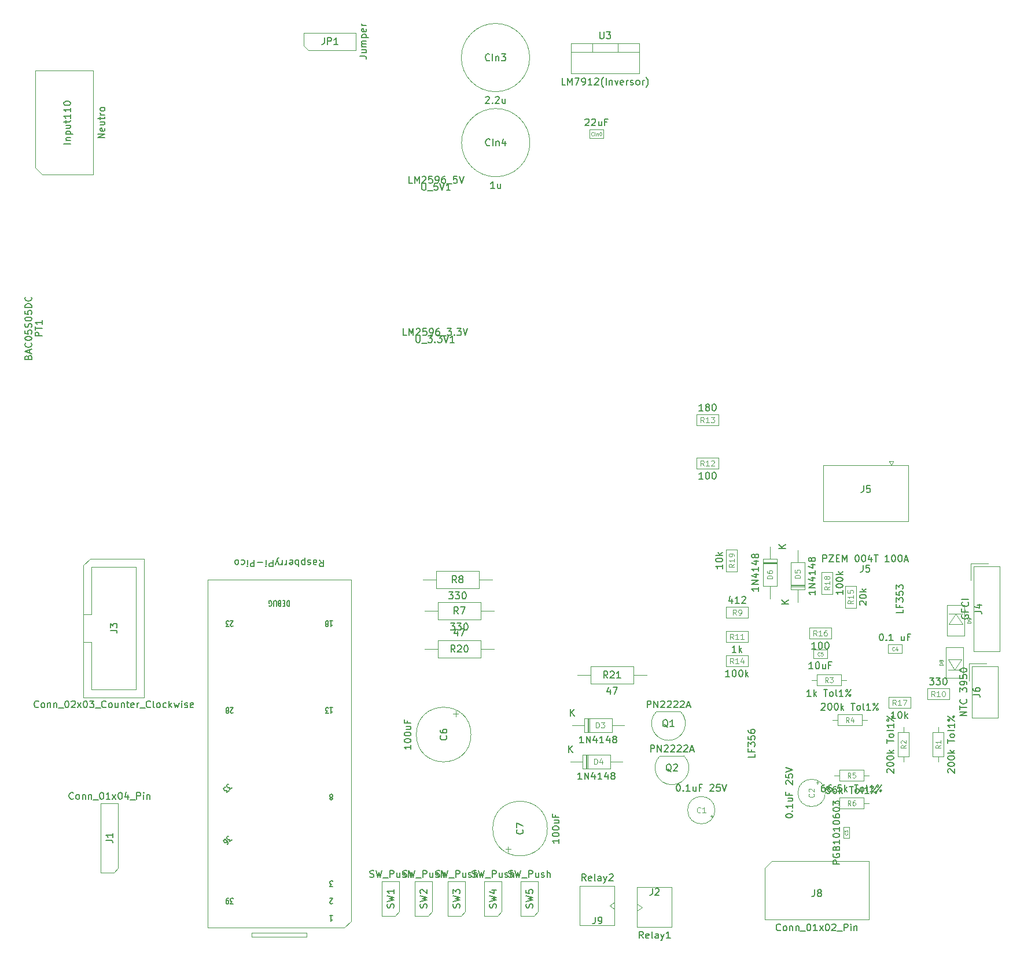
<source format=gbr>
%TF.GenerationSoftware,KiCad,Pcbnew,7.0.1*%
%TF.CreationDate,2023-05-11T18:44:24-05:00*%
%TF.ProjectId,CircuitoPotencia,43697263-7569-4746-9f50-6f74656e6369,rev?*%
%TF.SameCoordinates,Original*%
%TF.FileFunction,AssemblyDrawing,Top*%
%FSLAX46Y46*%
G04 Gerber Fmt 4.6, Leading zero omitted, Abs format (unit mm)*
G04 Created by KiCad (PCBNEW 7.0.1) date 2023-05-11 18:44:24*
%MOMM*%
%LPD*%
G01*
G04 APERTURE LIST*
%ADD10C,0.150000*%
%ADD11C,0.120000*%
%ADD12C,0.080000*%
%ADD13C,0.108000*%
%ADD14C,0.100000*%
%ADD15C,0.060000*%
G04 APERTURE END LIST*
D10*
%TO.C,SW2*%
X93099881Y-140584000D02*
X93242738Y-140631619D01*
X93242738Y-140631619D02*
X93480833Y-140631619D01*
X93480833Y-140631619D02*
X93576071Y-140584000D01*
X93576071Y-140584000D02*
X93623690Y-140536380D01*
X93623690Y-140536380D02*
X93671309Y-140441142D01*
X93671309Y-140441142D02*
X93671309Y-140345904D01*
X93671309Y-140345904D02*
X93623690Y-140250666D01*
X93623690Y-140250666D02*
X93576071Y-140203047D01*
X93576071Y-140203047D02*
X93480833Y-140155428D01*
X93480833Y-140155428D02*
X93290357Y-140107809D01*
X93290357Y-140107809D02*
X93195119Y-140060190D01*
X93195119Y-140060190D02*
X93147500Y-140012571D01*
X93147500Y-140012571D02*
X93099881Y-139917333D01*
X93099881Y-139917333D02*
X93099881Y-139822095D01*
X93099881Y-139822095D02*
X93147500Y-139726857D01*
X93147500Y-139726857D02*
X93195119Y-139679238D01*
X93195119Y-139679238D02*
X93290357Y-139631619D01*
X93290357Y-139631619D02*
X93528452Y-139631619D01*
X93528452Y-139631619D02*
X93671309Y-139679238D01*
X94004643Y-139631619D02*
X94242738Y-140631619D01*
X94242738Y-140631619D02*
X94433214Y-139917333D01*
X94433214Y-139917333D02*
X94623690Y-140631619D01*
X94623690Y-140631619D02*
X94861786Y-139631619D01*
X95004643Y-140726857D02*
X95766547Y-140726857D01*
X96004643Y-140631619D02*
X96004643Y-139631619D01*
X96004643Y-139631619D02*
X96385595Y-139631619D01*
X96385595Y-139631619D02*
X96480833Y-139679238D01*
X96480833Y-139679238D02*
X96528452Y-139726857D01*
X96528452Y-139726857D02*
X96576071Y-139822095D01*
X96576071Y-139822095D02*
X96576071Y-139964952D01*
X96576071Y-139964952D02*
X96528452Y-140060190D01*
X96528452Y-140060190D02*
X96480833Y-140107809D01*
X96480833Y-140107809D02*
X96385595Y-140155428D01*
X96385595Y-140155428D02*
X96004643Y-140155428D01*
X97433214Y-139964952D02*
X97433214Y-140631619D01*
X97004643Y-139964952D02*
X97004643Y-140488761D01*
X97004643Y-140488761D02*
X97052262Y-140584000D01*
X97052262Y-140584000D02*
X97147500Y-140631619D01*
X97147500Y-140631619D02*
X97290357Y-140631619D01*
X97290357Y-140631619D02*
X97385595Y-140584000D01*
X97385595Y-140584000D02*
X97433214Y-140536380D01*
X97861786Y-140584000D02*
X97957024Y-140631619D01*
X97957024Y-140631619D02*
X98147500Y-140631619D01*
X98147500Y-140631619D02*
X98242738Y-140584000D01*
X98242738Y-140584000D02*
X98290357Y-140488761D01*
X98290357Y-140488761D02*
X98290357Y-140441142D01*
X98290357Y-140441142D02*
X98242738Y-140345904D01*
X98242738Y-140345904D02*
X98147500Y-140298285D01*
X98147500Y-140298285D02*
X98004643Y-140298285D01*
X98004643Y-140298285D02*
X97909405Y-140250666D01*
X97909405Y-140250666D02*
X97861786Y-140155428D01*
X97861786Y-140155428D02*
X97861786Y-140107809D01*
X97861786Y-140107809D02*
X97909405Y-140012571D01*
X97909405Y-140012571D02*
X98004643Y-139964952D01*
X98004643Y-139964952D02*
X98147500Y-139964952D01*
X98147500Y-139964952D02*
X98242738Y-140012571D01*
X98718929Y-140631619D02*
X98718929Y-139631619D01*
X99147500Y-140631619D02*
X99147500Y-140107809D01*
X99147500Y-140107809D02*
X99099881Y-140012571D01*
X99099881Y-140012571D02*
X99004643Y-139964952D01*
X99004643Y-139964952D02*
X98861786Y-139964952D01*
X98861786Y-139964952D02*
X98766548Y-140012571D01*
X98766548Y-140012571D02*
X98718929Y-140060190D01*
X96562500Y-145102332D02*
X96610119Y-144959475D01*
X96610119Y-144959475D02*
X96610119Y-144721380D01*
X96610119Y-144721380D02*
X96562500Y-144626142D01*
X96562500Y-144626142D02*
X96514880Y-144578523D01*
X96514880Y-144578523D02*
X96419642Y-144530904D01*
X96419642Y-144530904D02*
X96324404Y-144530904D01*
X96324404Y-144530904D02*
X96229166Y-144578523D01*
X96229166Y-144578523D02*
X96181547Y-144626142D01*
X96181547Y-144626142D02*
X96133928Y-144721380D01*
X96133928Y-144721380D02*
X96086309Y-144911856D01*
X96086309Y-144911856D02*
X96038690Y-145007094D01*
X96038690Y-145007094D02*
X95991071Y-145054713D01*
X95991071Y-145054713D02*
X95895833Y-145102332D01*
X95895833Y-145102332D02*
X95800595Y-145102332D01*
X95800595Y-145102332D02*
X95705357Y-145054713D01*
X95705357Y-145054713D02*
X95657738Y-145007094D01*
X95657738Y-145007094D02*
X95610119Y-144911856D01*
X95610119Y-144911856D02*
X95610119Y-144673761D01*
X95610119Y-144673761D02*
X95657738Y-144530904D01*
X95610119Y-144197570D02*
X96610119Y-143959475D01*
X96610119Y-143959475D02*
X95895833Y-143768999D01*
X95895833Y-143768999D02*
X96610119Y-143578523D01*
X96610119Y-143578523D02*
X95610119Y-143340428D01*
X95705357Y-143007094D02*
X95657738Y-142959475D01*
X95657738Y-142959475D02*
X95610119Y-142864237D01*
X95610119Y-142864237D02*
X95610119Y-142626142D01*
X95610119Y-142626142D02*
X95657738Y-142530904D01*
X95657738Y-142530904D02*
X95705357Y-142483285D01*
X95705357Y-142483285D02*
X95800595Y-142435666D01*
X95800595Y-142435666D02*
X95895833Y-142435666D01*
X95895833Y-142435666D02*
X96038690Y-142483285D01*
X96038690Y-142483285D02*
X96610119Y-143054713D01*
X96610119Y-143054713D02*
X96610119Y-142435666D01*
%TO.C,J3*%
X39776188Y-115687380D02*
X39728569Y-115735000D01*
X39728569Y-115735000D02*
X39585712Y-115782619D01*
X39585712Y-115782619D02*
X39490474Y-115782619D01*
X39490474Y-115782619D02*
X39347617Y-115735000D01*
X39347617Y-115735000D02*
X39252379Y-115639761D01*
X39252379Y-115639761D02*
X39204760Y-115544523D01*
X39204760Y-115544523D02*
X39157141Y-115354047D01*
X39157141Y-115354047D02*
X39157141Y-115211190D01*
X39157141Y-115211190D02*
X39204760Y-115020714D01*
X39204760Y-115020714D02*
X39252379Y-114925476D01*
X39252379Y-114925476D02*
X39347617Y-114830238D01*
X39347617Y-114830238D02*
X39490474Y-114782619D01*
X39490474Y-114782619D02*
X39585712Y-114782619D01*
X39585712Y-114782619D02*
X39728569Y-114830238D01*
X39728569Y-114830238D02*
X39776188Y-114877857D01*
X40347617Y-115782619D02*
X40252379Y-115735000D01*
X40252379Y-115735000D02*
X40204760Y-115687380D01*
X40204760Y-115687380D02*
X40157141Y-115592142D01*
X40157141Y-115592142D02*
X40157141Y-115306428D01*
X40157141Y-115306428D02*
X40204760Y-115211190D01*
X40204760Y-115211190D02*
X40252379Y-115163571D01*
X40252379Y-115163571D02*
X40347617Y-115115952D01*
X40347617Y-115115952D02*
X40490474Y-115115952D01*
X40490474Y-115115952D02*
X40585712Y-115163571D01*
X40585712Y-115163571D02*
X40633331Y-115211190D01*
X40633331Y-115211190D02*
X40680950Y-115306428D01*
X40680950Y-115306428D02*
X40680950Y-115592142D01*
X40680950Y-115592142D02*
X40633331Y-115687380D01*
X40633331Y-115687380D02*
X40585712Y-115735000D01*
X40585712Y-115735000D02*
X40490474Y-115782619D01*
X40490474Y-115782619D02*
X40347617Y-115782619D01*
X41109522Y-115115952D02*
X41109522Y-115782619D01*
X41109522Y-115211190D02*
X41157141Y-115163571D01*
X41157141Y-115163571D02*
X41252379Y-115115952D01*
X41252379Y-115115952D02*
X41395236Y-115115952D01*
X41395236Y-115115952D02*
X41490474Y-115163571D01*
X41490474Y-115163571D02*
X41538093Y-115258809D01*
X41538093Y-115258809D02*
X41538093Y-115782619D01*
X42014284Y-115115952D02*
X42014284Y-115782619D01*
X42014284Y-115211190D02*
X42061903Y-115163571D01*
X42061903Y-115163571D02*
X42157141Y-115115952D01*
X42157141Y-115115952D02*
X42299998Y-115115952D01*
X42299998Y-115115952D02*
X42395236Y-115163571D01*
X42395236Y-115163571D02*
X42442855Y-115258809D01*
X42442855Y-115258809D02*
X42442855Y-115782619D01*
X42680951Y-115877857D02*
X43442855Y-115877857D01*
X43871427Y-114782619D02*
X43966665Y-114782619D01*
X43966665Y-114782619D02*
X44061903Y-114830238D01*
X44061903Y-114830238D02*
X44109522Y-114877857D01*
X44109522Y-114877857D02*
X44157141Y-114973095D01*
X44157141Y-114973095D02*
X44204760Y-115163571D01*
X44204760Y-115163571D02*
X44204760Y-115401666D01*
X44204760Y-115401666D02*
X44157141Y-115592142D01*
X44157141Y-115592142D02*
X44109522Y-115687380D01*
X44109522Y-115687380D02*
X44061903Y-115735000D01*
X44061903Y-115735000D02*
X43966665Y-115782619D01*
X43966665Y-115782619D02*
X43871427Y-115782619D01*
X43871427Y-115782619D02*
X43776189Y-115735000D01*
X43776189Y-115735000D02*
X43728570Y-115687380D01*
X43728570Y-115687380D02*
X43680951Y-115592142D01*
X43680951Y-115592142D02*
X43633332Y-115401666D01*
X43633332Y-115401666D02*
X43633332Y-115163571D01*
X43633332Y-115163571D02*
X43680951Y-114973095D01*
X43680951Y-114973095D02*
X43728570Y-114877857D01*
X43728570Y-114877857D02*
X43776189Y-114830238D01*
X43776189Y-114830238D02*
X43871427Y-114782619D01*
X44585713Y-114877857D02*
X44633332Y-114830238D01*
X44633332Y-114830238D02*
X44728570Y-114782619D01*
X44728570Y-114782619D02*
X44966665Y-114782619D01*
X44966665Y-114782619D02*
X45061903Y-114830238D01*
X45061903Y-114830238D02*
X45109522Y-114877857D01*
X45109522Y-114877857D02*
X45157141Y-114973095D01*
X45157141Y-114973095D02*
X45157141Y-115068333D01*
X45157141Y-115068333D02*
X45109522Y-115211190D01*
X45109522Y-115211190D02*
X44538094Y-115782619D01*
X44538094Y-115782619D02*
X45157141Y-115782619D01*
X45490475Y-115782619D02*
X46014284Y-115115952D01*
X45490475Y-115115952D02*
X46014284Y-115782619D01*
X46585713Y-114782619D02*
X46680951Y-114782619D01*
X46680951Y-114782619D02*
X46776189Y-114830238D01*
X46776189Y-114830238D02*
X46823808Y-114877857D01*
X46823808Y-114877857D02*
X46871427Y-114973095D01*
X46871427Y-114973095D02*
X46919046Y-115163571D01*
X46919046Y-115163571D02*
X46919046Y-115401666D01*
X46919046Y-115401666D02*
X46871427Y-115592142D01*
X46871427Y-115592142D02*
X46823808Y-115687380D01*
X46823808Y-115687380D02*
X46776189Y-115735000D01*
X46776189Y-115735000D02*
X46680951Y-115782619D01*
X46680951Y-115782619D02*
X46585713Y-115782619D01*
X46585713Y-115782619D02*
X46490475Y-115735000D01*
X46490475Y-115735000D02*
X46442856Y-115687380D01*
X46442856Y-115687380D02*
X46395237Y-115592142D01*
X46395237Y-115592142D02*
X46347618Y-115401666D01*
X46347618Y-115401666D02*
X46347618Y-115163571D01*
X46347618Y-115163571D02*
X46395237Y-114973095D01*
X46395237Y-114973095D02*
X46442856Y-114877857D01*
X46442856Y-114877857D02*
X46490475Y-114830238D01*
X46490475Y-114830238D02*
X46585713Y-114782619D01*
X47252380Y-114782619D02*
X47871427Y-114782619D01*
X47871427Y-114782619D02*
X47538094Y-115163571D01*
X47538094Y-115163571D02*
X47680951Y-115163571D01*
X47680951Y-115163571D02*
X47776189Y-115211190D01*
X47776189Y-115211190D02*
X47823808Y-115258809D01*
X47823808Y-115258809D02*
X47871427Y-115354047D01*
X47871427Y-115354047D02*
X47871427Y-115592142D01*
X47871427Y-115592142D02*
X47823808Y-115687380D01*
X47823808Y-115687380D02*
X47776189Y-115735000D01*
X47776189Y-115735000D02*
X47680951Y-115782619D01*
X47680951Y-115782619D02*
X47395237Y-115782619D01*
X47395237Y-115782619D02*
X47299999Y-115735000D01*
X47299999Y-115735000D02*
X47252380Y-115687380D01*
X48061904Y-115877857D02*
X48823808Y-115877857D01*
X49633332Y-115687380D02*
X49585713Y-115735000D01*
X49585713Y-115735000D02*
X49442856Y-115782619D01*
X49442856Y-115782619D02*
X49347618Y-115782619D01*
X49347618Y-115782619D02*
X49204761Y-115735000D01*
X49204761Y-115735000D02*
X49109523Y-115639761D01*
X49109523Y-115639761D02*
X49061904Y-115544523D01*
X49061904Y-115544523D02*
X49014285Y-115354047D01*
X49014285Y-115354047D02*
X49014285Y-115211190D01*
X49014285Y-115211190D02*
X49061904Y-115020714D01*
X49061904Y-115020714D02*
X49109523Y-114925476D01*
X49109523Y-114925476D02*
X49204761Y-114830238D01*
X49204761Y-114830238D02*
X49347618Y-114782619D01*
X49347618Y-114782619D02*
X49442856Y-114782619D01*
X49442856Y-114782619D02*
X49585713Y-114830238D01*
X49585713Y-114830238D02*
X49633332Y-114877857D01*
X50204761Y-115782619D02*
X50109523Y-115735000D01*
X50109523Y-115735000D02*
X50061904Y-115687380D01*
X50061904Y-115687380D02*
X50014285Y-115592142D01*
X50014285Y-115592142D02*
X50014285Y-115306428D01*
X50014285Y-115306428D02*
X50061904Y-115211190D01*
X50061904Y-115211190D02*
X50109523Y-115163571D01*
X50109523Y-115163571D02*
X50204761Y-115115952D01*
X50204761Y-115115952D02*
X50347618Y-115115952D01*
X50347618Y-115115952D02*
X50442856Y-115163571D01*
X50442856Y-115163571D02*
X50490475Y-115211190D01*
X50490475Y-115211190D02*
X50538094Y-115306428D01*
X50538094Y-115306428D02*
X50538094Y-115592142D01*
X50538094Y-115592142D02*
X50490475Y-115687380D01*
X50490475Y-115687380D02*
X50442856Y-115735000D01*
X50442856Y-115735000D02*
X50347618Y-115782619D01*
X50347618Y-115782619D02*
X50204761Y-115782619D01*
X51395237Y-115115952D02*
X51395237Y-115782619D01*
X50966666Y-115115952D02*
X50966666Y-115639761D01*
X50966666Y-115639761D02*
X51014285Y-115735000D01*
X51014285Y-115735000D02*
X51109523Y-115782619D01*
X51109523Y-115782619D02*
X51252380Y-115782619D01*
X51252380Y-115782619D02*
X51347618Y-115735000D01*
X51347618Y-115735000D02*
X51395237Y-115687380D01*
X51871428Y-115115952D02*
X51871428Y-115782619D01*
X51871428Y-115211190D02*
X51919047Y-115163571D01*
X51919047Y-115163571D02*
X52014285Y-115115952D01*
X52014285Y-115115952D02*
X52157142Y-115115952D01*
X52157142Y-115115952D02*
X52252380Y-115163571D01*
X52252380Y-115163571D02*
X52299999Y-115258809D01*
X52299999Y-115258809D02*
X52299999Y-115782619D01*
X52633333Y-115115952D02*
X53014285Y-115115952D01*
X52776190Y-114782619D02*
X52776190Y-115639761D01*
X52776190Y-115639761D02*
X52823809Y-115735000D01*
X52823809Y-115735000D02*
X52919047Y-115782619D01*
X52919047Y-115782619D02*
X53014285Y-115782619D01*
X53728571Y-115735000D02*
X53633333Y-115782619D01*
X53633333Y-115782619D02*
X53442857Y-115782619D01*
X53442857Y-115782619D02*
X53347619Y-115735000D01*
X53347619Y-115735000D02*
X53300000Y-115639761D01*
X53300000Y-115639761D02*
X53300000Y-115258809D01*
X53300000Y-115258809D02*
X53347619Y-115163571D01*
X53347619Y-115163571D02*
X53442857Y-115115952D01*
X53442857Y-115115952D02*
X53633333Y-115115952D01*
X53633333Y-115115952D02*
X53728571Y-115163571D01*
X53728571Y-115163571D02*
X53776190Y-115258809D01*
X53776190Y-115258809D02*
X53776190Y-115354047D01*
X53776190Y-115354047D02*
X53300000Y-115449285D01*
X54204762Y-115782619D02*
X54204762Y-115115952D01*
X54204762Y-115306428D02*
X54252381Y-115211190D01*
X54252381Y-115211190D02*
X54300000Y-115163571D01*
X54300000Y-115163571D02*
X54395238Y-115115952D01*
X54395238Y-115115952D02*
X54490476Y-115115952D01*
X54585715Y-115877857D02*
X55347619Y-115877857D01*
X56157143Y-115687380D02*
X56109524Y-115735000D01*
X56109524Y-115735000D02*
X55966667Y-115782619D01*
X55966667Y-115782619D02*
X55871429Y-115782619D01*
X55871429Y-115782619D02*
X55728572Y-115735000D01*
X55728572Y-115735000D02*
X55633334Y-115639761D01*
X55633334Y-115639761D02*
X55585715Y-115544523D01*
X55585715Y-115544523D02*
X55538096Y-115354047D01*
X55538096Y-115354047D02*
X55538096Y-115211190D01*
X55538096Y-115211190D02*
X55585715Y-115020714D01*
X55585715Y-115020714D02*
X55633334Y-114925476D01*
X55633334Y-114925476D02*
X55728572Y-114830238D01*
X55728572Y-114830238D02*
X55871429Y-114782619D01*
X55871429Y-114782619D02*
X55966667Y-114782619D01*
X55966667Y-114782619D02*
X56109524Y-114830238D01*
X56109524Y-114830238D02*
X56157143Y-114877857D01*
X56728572Y-115782619D02*
X56633334Y-115735000D01*
X56633334Y-115735000D02*
X56585715Y-115639761D01*
X56585715Y-115639761D02*
X56585715Y-114782619D01*
X57252382Y-115782619D02*
X57157144Y-115735000D01*
X57157144Y-115735000D02*
X57109525Y-115687380D01*
X57109525Y-115687380D02*
X57061906Y-115592142D01*
X57061906Y-115592142D02*
X57061906Y-115306428D01*
X57061906Y-115306428D02*
X57109525Y-115211190D01*
X57109525Y-115211190D02*
X57157144Y-115163571D01*
X57157144Y-115163571D02*
X57252382Y-115115952D01*
X57252382Y-115115952D02*
X57395239Y-115115952D01*
X57395239Y-115115952D02*
X57490477Y-115163571D01*
X57490477Y-115163571D02*
X57538096Y-115211190D01*
X57538096Y-115211190D02*
X57585715Y-115306428D01*
X57585715Y-115306428D02*
X57585715Y-115592142D01*
X57585715Y-115592142D02*
X57538096Y-115687380D01*
X57538096Y-115687380D02*
X57490477Y-115735000D01*
X57490477Y-115735000D02*
X57395239Y-115782619D01*
X57395239Y-115782619D02*
X57252382Y-115782619D01*
X58442858Y-115735000D02*
X58347620Y-115782619D01*
X58347620Y-115782619D02*
X58157144Y-115782619D01*
X58157144Y-115782619D02*
X58061906Y-115735000D01*
X58061906Y-115735000D02*
X58014287Y-115687380D01*
X58014287Y-115687380D02*
X57966668Y-115592142D01*
X57966668Y-115592142D02*
X57966668Y-115306428D01*
X57966668Y-115306428D02*
X58014287Y-115211190D01*
X58014287Y-115211190D02*
X58061906Y-115163571D01*
X58061906Y-115163571D02*
X58157144Y-115115952D01*
X58157144Y-115115952D02*
X58347620Y-115115952D01*
X58347620Y-115115952D02*
X58442858Y-115163571D01*
X58871430Y-115782619D02*
X58871430Y-114782619D01*
X58966668Y-115401666D02*
X59252382Y-115782619D01*
X59252382Y-115115952D02*
X58871430Y-115496904D01*
X59585716Y-115115952D02*
X59776192Y-115782619D01*
X59776192Y-115782619D02*
X59966668Y-115306428D01*
X59966668Y-115306428D02*
X60157144Y-115782619D01*
X60157144Y-115782619D02*
X60347620Y-115115952D01*
X60728573Y-115782619D02*
X60728573Y-115115952D01*
X60728573Y-114782619D02*
X60680954Y-114830238D01*
X60680954Y-114830238D02*
X60728573Y-114877857D01*
X60728573Y-114877857D02*
X60776192Y-114830238D01*
X60776192Y-114830238D02*
X60728573Y-114782619D01*
X60728573Y-114782619D02*
X60728573Y-114877857D01*
X61157144Y-115735000D02*
X61252382Y-115782619D01*
X61252382Y-115782619D02*
X61442858Y-115782619D01*
X61442858Y-115782619D02*
X61538096Y-115735000D01*
X61538096Y-115735000D02*
X61585715Y-115639761D01*
X61585715Y-115639761D02*
X61585715Y-115592142D01*
X61585715Y-115592142D02*
X61538096Y-115496904D01*
X61538096Y-115496904D02*
X61442858Y-115449285D01*
X61442858Y-115449285D02*
X61300001Y-115449285D01*
X61300001Y-115449285D02*
X61204763Y-115401666D01*
X61204763Y-115401666D02*
X61157144Y-115306428D01*
X61157144Y-115306428D02*
X61157144Y-115258809D01*
X61157144Y-115258809D02*
X61204763Y-115163571D01*
X61204763Y-115163571D02*
X61300001Y-115115952D01*
X61300001Y-115115952D02*
X61442858Y-115115952D01*
X61442858Y-115115952D02*
X61538096Y-115163571D01*
X62395239Y-115735000D02*
X62300001Y-115782619D01*
X62300001Y-115782619D02*
X62109525Y-115782619D01*
X62109525Y-115782619D02*
X62014287Y-115735000D01*
X62014287Y-115735000D02*
X61966668Y-115639761D01*
X61966668Y-115639761D02*
X61966668Y-115258809D01*
X61966668Y-115258809D02*
X62014287Y-115163571D01*
X62014287Y-115163571D02*
X62109525Y-115115952D01*
X62109525Y-115115952D02*
X62300001Y-115115952D01*
X62300001Y-115115952D02*
X62395239Y-115163571D01*
X62395239Y-115163571D02*
X62442858Y-115258809D01*
X62442858Y-115258809D02*
X62442858Y-115354047D01*
X62442858Y-115354047D02*
X61966668Y-115449285D01*
X50262619Y-104473333D02*
X50976904Y-104473333D01*
X50976904Y-104473333D02*
X51119761Y-104520952D01*
X51119761Y-104520952D02*
X51215000Y-104616190D01*
X51215000Y-104616190D02*
X51262619Y-104759047D01*
X51262619Y-104759047D02*
X51262619Y-104854285D01*
X50262619Y-104092380D02*
X50262619Y-103473333D01*
X50262619Y-103473333D02*
X50643571Y-103806666D01*
X50643571Y-103806666D02*
X50643571Y-103663809D01*
X50643571Y-103663809D02*
X50691190Y-103568571D01*
X50691190Y-103568571D02*
X50738809Y-103520952D01*
X50738809Y-103520952D02*
X50834047Y-103473333D01*
X50834047Y-103473333D02*
X51072142Y-103473333D01*
X51072142Y-103473333D02*
X51167380Y-103520952D01*
X51167380Y-103520952D02*
X51215000Y-103568571D01*
X51215000Y-103568571D02*
X51262619Y-103663809D01*
X51262619Y-103663809D02*
X51262619Y-103949523D01*
X51262619Y-103949523D02*
X51215000Y-104044761D01*
X51215000Y-104044761D02*
X51167380Y-104092380D01*
%TO.C,R7*%
X100060286Y-103432619D02*
X100679333Y-103432619D01*
X100679333Y-103432619D02*
X100346000Y-103813571D01*
X100346000Y-103813571D02*
X100488857Y-103813571D01*
X100488857Y-103813571D02*
X100584095Y-103861190D01*
X100584095Y-103861190D02*
X100631714Y-103908809D01*
X100631714Y-103908809D02*
X100679333Y-104004047D01*
X100679333Y-104004047D02*
X100679333Y-104242142D01*
X100679333Y-104242142D02*
X100631714Y-104337380D01*
X100631714Y-104337380D02*
X100584095Y-104385000D01*
X100584095Y-104385000D02*
X100488857Y-104432619D01*
X100488857Y-104432619D02*
X100203143Y-104432619D01*
X100203143Y-104432619D02*
X100107905Y-104385000D01*
X100107905Y-104385000D02*
X100060286Y-104337380D01*
X101012667Y-103432619D02*
X101631714Y-103432619D01*
X101631714Y-103432619D02*
X101298381Y-103813571D01*
X101298381Y-103813571D02*
X101441238Y-103813571D01*
X101441238Y-103813571D02*
X101536476Y-103861190D01*
X101536476Y-103861190D02*
X101584095Y-103908809D01*
X101584095Y-103908809D02*
X101631714Y-104004047D01*
X101631714Y-104004047D02*
X101631714Y-104242142D01*
X101631714Y-104242142D02*
X101584095Y-104337380D01*
X101584095Y-104337380D02*
X101536476Y-104385000D01*
X101536476Y-104385000D02*
X101441238Y-104432619D01*
X101441238Y-104432619D02*
X101155524Y-104432619D01*
X101155524Y-104432619D02*
X101060286Y-104385000D01*
X101060286Y-104385000D02*
X101012667Y-104337380D01*
X102250762Y-103432619D02*
X102346000Y-103432619D01*
X102346000Y-103432619D02*
X102441238Y-103480238D01*
X102441238Y-103480238D02*
X102488857Y-103527857D01*
X102488857Y-103527857D02*
X102536476Y-103623095D01*
X102536476Y-103623095D02*
X102584095Y-103813571D01*
X102584095Y-103813571D02*
X102584095Y-104051666D01*
X102584095Y-104051666D02*
X102536476Y-104242142D01*
X102536476Y-104242142D02*
X102488857Y-104337380D01*
X102488857Y-104337380D02*
X102441238Y-104385000D01*
X102441238Y-104385000D02*
X102346000Y-104432619D01*
X102346000Y-104432619D02*
X102250762Y-104432619D01*
X102250762Y-104432619D02*
X102155524Y-104385000D01*
X102155524Y-104385000D02*
X102107905Y-104337380D01*
X102107905Y-104337380D02*
X102060286Y-104242142D01*
X102060286Y-104242142D02*
X102012667Y-104051666D01*
X102012667Y-104051666D02*
X102012667Y-103813571D01*
X102012667Y-103813571D02*
X102060286Y-103623095D01*
X102060286Y-103623095D02*
X102107905Y-103527857D01*
X102107905Y-103527857D02*
X102155524Y-103480238D01*
X102155524Y-103480238D02*
X102250762Y-103432619D01*
X101179333Y-102062619D02*
X100846000Y-101586428D01*
X100607905Y-102062619D02*
X100607905Y-101062619D01*
X100607905Y-101062619D02*
X100988857Y-101062619D01*
X100988857Y-101062619D02*
X101084095Y-101110238D01*
X101084095Y-101110238D02*
X101131714Y-101157857D01*
X101131714Y-101157857D02*
X101179333Y-101253095D01*
X101179333Y-101253095D02*
X101179333Y-101395952D01*
X101179333Y-101395952D02*
X101131714Y-101491190D01*
X101131714Y-101491190D02*
X101084095Y-101538809D01*
X101084095Y-101538809D02*
X100988857Y-101586428D01*
X100988857Y-101586428D02*
X100607905Y-101586428D01*
X101512667Y-101062619D02*
X102179333Y-101062619D01*
X102179333Y-101062619D02*
X101750762Y-102062619D01*
%TO.C,J1*%
X44863975Y-129101380D02*
X44816356Y-129149000D01*
X44816356Y-129149000D02*
X44673499Y-129196619D01*
X44673499Y-129196619D02*
X44578261Y-129196619D01*
X44578261Y-129196619D02*
X44435404Y-129149000D01*
X44435404Y-129149000D02*
X44340166Y-129053761D01*
X44340166Y-129053761D02*
X44292547Y-128958523D01*
X44292547Y-128958523D02*
X44244928Y-128768047D01*
X44244928Y-128768047D02*
X44244928Y-128625190D01*
X44244928Y-128625190D02*
X44292547Y-128434714D01*
X44292547Y-128434714D02*
X44340166Y-128339476D01*
X44340166Y-128339476D02*
X44435404Y-128244238D01*
X44435404Y-128244238D02*
X44578261Y-128196619D01*
X44578261Y-128196619D02*
X44673499Y-128196619D01*
X44673499Y-128196619D02*
X44816356Y-128244238D01*
X44816356Y-128244238D02*
X44863975Y-128291857D01*
X45435404Y-129196619D02*
X45340166Y-129149000D01*
X45340166Y-129149000D02*
X45292547Y-129101380D01*
X45292547Y-129101380D02*
X45244928Y-129006142D01*
X45244928Y-129006142D02*
X45244928Y-128720428D01*
X45244928Y-128720428D02*
X45292547Y-128625190D01*
X45292547Y-128625190D02*
X45340166Y-128577571D01*
X45340166Y-128577571D02*
X45435404Y-128529952D01*
X45435404Y-128529952D02*
X45578261Y-128529952D01*
X45578261Y-128529952D02*
X45673499Y-128577571D01*
X45673499Y-128577571D02*
X45721118Y-128625190D01*
X45721118Y-128625190D02*
X45768737Y-128720428D01*
X45768737Y-128720428D02*
X45768737Y-129006142D01*
X45768737Y-129006142D02*
X45721118Y-129101380D01*
X45721118Y-129101380D02*
X45673499Y-129149000D01*
X45673499Y-129149000D02*
X45578261Y-129196619D01*
X45578261Y-129196619D02*
X45435404Y-129196619D01*
X46197309Y-128529952D02*
X46197309Y-129196619D01*
X46197309Y-128625190D02*
X46244928Y-128577571D01*
X46244928Y-128577571D02*
X46340166Y-128529952D01*
X46340166Y-128529952D02*
X46483023Y-128529952D01*
X46483023Y-128529952D02*
X46578261Y-128577571D01*
X46578261Y-128577571D02*
X46625880Y-128672809D01*
X46625880Y-128672809D02*
X46625880Y-129196619D01*
X47102071Y-128529952D02*
X47102071Y-129196619D01*
X47102071Y-128625190D02*
X47149690Y-128577571D01*
X47149690Y-128577571D02*
X47244928Y-128529952D01*
X47244928Y-128529952D02*
X47387785Y-128529952D01*
X47387785Y-128529952D02*
X47483023Y-128577571D01*
X47483023Y-128577571D02*
X47530642Y-128672809D01*
X47530642Y-128672809D02*
X47530642Y-129196619D01*
X47768738Y-129291857D02*
X48530642Y-129291857D01*
X48959214Y-128196619D02*
X49054452Y-128196619D01*
X49054452Y-128196619D02*
X49149690Y-128244238D01*
X49149690Y-128244238D02*
X49197309Y-128291857D01*
X49197309Y-128291857D02*
X49244928Y-128387095D01*
X49244928Y-128387095D02*
X49292547Y-128577571D01*
X49292547Y-128577571D02*
X49292547Y-128815666D01*
X49292547Y-128815666D02*
X49244928Y-129006142D01*
X49244928Y-129006142D02*
X49197309Y-129101380D01*
X49197309Y-129101380D02*
X49149690Y-129149000D01*
X49149690Y-129149000D02*
X49054452Y-129196619D01*
X49054452Y-129196619D02*
X48959214Y-129196619D01*
X48959214Y-129196619D02*
X48863976Y-129149000D01*
X48863976Y-129149000D02*
X48816357Y-129101380D01*
X48816357Y-129101380D02*
X48768738Y-129006142D01*
X48768738Y-129006142D02*
X48721119Y-128815666D01*
X48721119Y-128815666D02*
X48721119Y-128577571D01*
X48721119Y-128577571D02*
X48768738Y-128387095D01*
X48768738Y-128387095D02*
X48816357Y-128291857D01*
X48816357Y-128291857D02*
X48863976Y-128244238D01*
X48863976Y-128244238D02*
X48959214Y-128196619D01*
X50244928Y-129196619D02*
X49673500Y-129196619D01*
X49959214Y-129196619D02*
X49959214Y-128196619D01*
X49959214Y-128196619D02*
X49863976Y-128339476D01*
X49863976Y-128339476D02*
X49768738Y-128434714D01*
X49768738Y-128434714D02*
X49673500Y-128482333D01*
X50578262Y-129196619D02*
X51102071Y-128529952D01*
X50578262Y-128529952D02*
X51102071Y-129196619D01*
X51673500Y-128196619D02*
X51768738Y-128196619D01*
X51768738Y-128196619D02*
X51863976Y-128244238D01*
X51863976Y-128244238D02*
X51911595Y-128291857D01*
X51911595Y-128291857D02*
X51959214Y-128387095D01*
X51959214Y-128387095D02*
X52006833Y-128577571D01*
X52006833Y-128577571D02*
X52006833Y-128815666D01*
X52006833Y-128815666D02*
X51959214Y-129006142D01*
X51959214Y-129006142D02*
X51911595Y-129101380D01*
X51911595Y-129101380D02*
X51863976Y-129149000D01*
X51863976Y-129149000D02*
X51768738Y-129196619D01*
X51768738Y-129196619D02*
X51673500Y-129196619D01*
X51673500Y-129196619D02*
X51578262Y-129149000D01*
X51578262Y-129149000D02*
X51530643Y-129101380D01*
X51530643Y-129101380D02*
X51483024Y-129006142D01*
X51483024Y-129006142D02*
X51435405Y-128815666D01*
X51435405Y-128815666D02*
X51435405Y-128577571D01*
X51435405Y-128577571D02*
X51483024Y-128387095D01*
X51483024Y-128387095D02*
X51530643Y-128291857D01*
X51530643Y-128291857D02*
X51578262Y-128244238D01*
X51578262Y-128244238D02*
X51673500Y-128196619D01*
X52863976Y-128529952D02*
X52863976Y-129196619D01*
X52625881Y-128149000D02*
X52387786Y-128863285D01*
X52387786Y-128863285D02*
X53006833Y-128863285D01*
X53149691Y-129291857D02*
X53911595Y-129291857D01*
X54149691Y-129196619D02*
X54149691Y-128196619D01*
X54149691Y-128196619D02*
X54530643Y-128196619D01*
X54530643Y-128196619D02*
X54625881Y-128244238D01*
X54625881Y-128244238D02*
X54673500Y-128291857D01*
X54673500Y-128291857D02*
X54721119Y-128387095D01*
X54721119Y-128387095D02*
X54721119Y-128529952D01*
X54721119Y-128529952D02*
X54673500Y-128625190D01*
X54673500Y-128625190D02*
X54625881Y-128672809D01*
X54625881Y-128672809D02*
X54530643Y-128720428D01*
X54530643Y-128720428D02*
X54149691Y-128720428D01*
X55149691Y-129196619D02*
X55149691Y-128529952D01*
X55149691Y-128196619D02*
X55102072Y-128244238D01*
X55102072Y-128244238D02*
X55149691Y-128291857D01*
X55149691Y-128291857D02*
X55197310Y-128244238D01*
X55197310Y-128244238D02*
X55149691Y-128196619D01*
X55149691Y-128196619D02*
X55149691Y-128291857D01*
X55625881Y-128529952D02*
X55625881Y-129196619D01*
X55625881Y-128625190D02*
X55673500Y-128577571D01*
X55673500Y-128577571D02*
X55768738Y-128529952D01*
X55768738Y-128529952D02*
X55911595Y-128529952D01*
X55911595Y-128529952D02*
X56006833Y-128577571D01*
X56006833Y-128577571D02*
X56054452Y-128672809D01*
X56054452Y-128672809D02*
X56054452Y-129196619D01*
X49636119Y-135207333D02*
X50350404Y-135207333D01*
X50350404Y-135207333D02*
X50493261Y-135254952D01*
X50493261Y-135254952D02*
X50588500Y-135350190D01*
X50588500Y-135350190D02*
X50636119Y-135493047D01*
X50636119Y-135493047D02*
X50636119Y-135588285D01*
X50636119Y-134207333D02*
X50636119Y-134778761D01*
X50636119Y-134493047D02*
X49636119Y-134493047D01*
X49636119Y-134493047D02*
X49778976Y-134588285D01*
X49778976Y-134588285D02*
X49874214Y-134683523D01*
X49874214Y-134683523D02*
X49921833Y-134778761D01*
%TO.C,R10*%
X170164286Y-111434619D02*
X170783333Y-111434619D01*
X170783333Y-111434619D02*
X170450000Y-111815571D01*
X170450000Y-111815571D02*
X170592857Y-111815571D01*
X170592857Y-111815571D02*
X170688095Y-111863190D01*
X170688095Y-111863190D02*
X170735714Y-111910809D01*
X170735714Y-111910809D02*
X170783333Y-112006047D01*
X170783333Y-112006047D02*
X170783333Y-112244142D01*
X170783333Y-112244142D02*
X170735714Y-112339380D01*
X170735714Y-112339380D02*
X170688095Y-112387000D01*
X170688095Y-112387000D02*
X170592857Y-112434619D01*
X170592857Y-112434619D02*
X170307143Y-112434619D01*
X170307143Y-112434619D02*
X170211905Y-112387000D01*
X170211905Y-112387000D02*
X170164286Y-112339380D01*
X171116667Y-111434619D02*
X171735714Y-111434619D01*
X171735714Y-111434619D02*
X171402381Y-111815571D01*
X171402381Y-111815571D02*
X171545238Y-111815571D01*
X171545238Y-111815571D02*
X171640476Y-111863190D01*
X171640476Y-111863190D02*
X171688095Y-111910809D01*
X171688095Y-111910809D02*
X171735714Y-112006047D01*
X171735714Y-112006047D02*
X171735714Y-112244142D01*
X171735714Y-112244142D02*
X171688095Y-112339380D01*
X171688095Y-112339380D02*
X171640476Y-112387000D01*
X171640476Y-112387000D02*
X171545238Y-112434619D01*
X171545238Y-112434619D02*
X171259524Y-112434619D01*
X171259524Y-112434619D02*
X171164286Y-112387000D01*
X171164286Y-112387000D02*
X171116667Y-112339380D01*
X172354762Y-111434619D02*
X172450000Y-111434619D01*
X172450000Y-111434619D02*
X172545238Y-111482238D01*
X172545238Y-111482238D02*
X172592857Y-111529857D01*
X172592857Y-111529857D02*
X172640476Y-111625095D01*
X172640476Y-111625095D02*
X172688095Y-111815571D01*
X172688095Y-111815571D02*
X172688095Y-112053666D01*
X172688095Y-112053666D02*
X172640476Y-112244142D01*
X172640476Y-112244142D02*
X172592857Y-112339380D01*
X172592857Y-112339380D02*
X172545238Y-112387000D01*
X172545238Y-112387000D02*
X172450000Y-112434619D01*
X172450000Y-112434619D02*
X172354762Y-112434619D01*
X172354762Y-112434619D02*
X172259524Y-112387000D01*
X172259524Y-112387000D02*
X172211905Y-112339380D01*
X172211905Y-112339380D02*
X172164286Y-112244142D01*
X172164286Y-112244142D02*
X172116667Y-112053666D01*
X172116667Y-112053666D02*
X172116667Y-111815571D01*
X172116667Y-111815571D02*
X172164286Y-111625095D01*
X172164286Y-111625095D02*
X172211905Y-111529857D01*
X172211905Y-111529857D02*
X172259524Y-111482238D01*
X172259524Y-111482238D02*
X172354762Y-111434619D01*
D11*
X170935714Y-114162095D02*
X170669047Y-113781142D01*
X170478571Y-114162095D02*
X170478571Y-113362095D01*
X170478571Y-113362095D02*
X170783333Y-113362095D01*
X170783333Y-113362095D02*
X170859523Y-113400190D01*
X170859523Y-113400190D02*
X170897618Y-113438285D01*
X170897618Y-113438285D02*
X170935714Y-113514476D01*
X170935714Y-113514476D02*
X170935714Y-113628761D01*
X170935714Y-113628761D02*
X170897618Y-113704952D01*
X170897618Y-113704952D02*
X170859523Y-113743047D01*
X170859523Y-113743047D02*
X170783333Y-113781142D01*
X170783333Y-113781142D02*
X170478571Y-113781142D01*
X171697618Y-114162095D02*
X171240475Y-114162095D01*
X171469047Y-114162095D02*
X171469047Y-113362095D01*
X171469047Y-113362095D02*
X171392856Y-113476380D01*
X171392856Y-113476380D02*
X171316666Y-113552571D01*
X171316666Y-113552571D02*
X171240475Y-113590666D01*
X172192857Y-113362095D02*
X172269047Y-113362095D01*
X172269047Y-113362095D02*
X172345238Y-113400190D01*
X172345238Y-113400190D02*
X172383333Y-113438285D01*
X172383333Y-113438285D02*
X172421428Y-113514476D01*
X172421428Y-113514476D02*
X172459523Y-113666857D01*
X172459523Y-113666857D02*
X172459523Y-113857333D01*
X172459523Y-113857333D02*
X172421428Y-114009714D01*
X172421428Y-114009714D02*
X172383333Y-114085904D01*
X172383333Y-114085904D02*
X172345238Y-114124000D01*
X172345238Y-114124000D02*
X172269047Y-114162095D01*
X172269047Y-114162095D02*
X172192857Y-114162095D01*
X172192857Y-114162095D02*
X172116666Y-114124000D01*
X172116666Y-114124000D02*
X172078571Y-114085904D01*
X172078571Y-114085904D02*
X172040476Y-114009714D01*
X172040476Y-114009714D02*
X172002380Y-113857333D01*
X172002380Y-113857333D02*
X172002380Y-113666857D01*
X172002380Y-113666857D02*
X172040476Y-113514476D01*
X172040476Y-113514476D02*
X172078571Y-113438285D01*
X172078571Y-113438285D02*
X172116666Y-113400190D01*
X172116666Y-113400190D02*
X172192857Y-113362095D01*
D10*
%TO.C,C5*%
X153106571Y-110092619D02*
X152535143Y-110092619D01*
X152820857Y-110092619D02*
X152820857Y-109092619D01*
X152820857Y-109092619D02*
X152725619Y-109235476D01*
X152725619Y-109235476D02*
X152630381Y-109330714D01*
X152630381Y-109330714D02*
X152535143Y-109378333D01*
X153725619Y-109092619D02*
X153820857Y-109092619D01*
X153820857Y-109092619D02*
X153916095Y-109140238D01*
X153916095Y-109140238D02*
X153963714Y-109187857D01*
X153963714Y-109187857D02*
X154011333Y-109283095D01*
X154011333Y-109283095D02*
X154058952Y-109473571D01*
X154058952Y-109473571D02*
X154058952Y-109711666D01*
X154058952Y-109711666D02*
X154011333Y-109902142D01*
X154011333Y-109902142D02*
X153963714Y-109997380D01*
X153963714Y-109997380D02*
X153916095Y-110045000D01*
X153916095Y-110045000D02*
X153820857Y-110092619D01*
X153820857Y-110092619D02*
X153725619Y-110092619D01*
X153725619Y-110092619D02*
X153630381Y-110045000D01*
X153630381Y-110045000D02*
X153582762Y-109997380D01*
X153582762Y-109997380D02*
X153535143Y-109902142D01*
X153535143Y-109902142D02*
X153487524Y-109711666D01*
X153487524Y-109711666D02*
X153487524Y-109473571D01*
X153487524Y-109473571D02*
X153535143Y-109283095D01*
X153535143Y-109283095D02*
X153582762Y-109187857D01*
X153582762Y-109187857D02*
X153630381Y-109140238D01*
X153630381Y-109140238D02*
X153725619Y-109092619D01*
X154916095Y-109425952D02*
X154916095Y-110092619D01*
X154487524Y-109425952D02*
X154487524Y-109949761D01*
X154487524Y-109949761D02*
X154535143Y-110045000D01*
X154535143Y-110045000D02*
X154630381Y-110092619D01*
X154630381Y-110092619D02*
X154773238Y-110092619D01*
X154773238Y-110092619D02*
X154868476Y-110045000D01*
X154868476Y-110045000D02*
X154916095Y-109997380D01*
X155725619Y-109568809D02*
X155392286Y-109568809D01*
X155392286Y-110092619D02*
X155392286Y-109092619D01*
X155392286Y-109092619D02*
X155868476Y-109092619D01*
D12*
X154094666Y-108133690D02*
X154070857Y-108157500D01*
X154070857Y-108157500D02*
X153999428Y-108181309D01*
X153999428Y-108181309D02*
X153951809Y-108181309D01*
X153951809Y-108181309D02*
X153880381Y-108157500D01*
X153880381Y-108157500D02*
X153832762Y-108109880D01*
X153832762Y-108109880D02*
X153808952Y-108062261D01*
X153808952Y-108062261D02*
X153785143Y-107967023D01*
X153785143Y-107967023D02*
X153785143Y-107895595D01*
X153785143Y-107895595D02*
X153808952Y-107800357D01*
X153808952Y-107800357D02*
X153832762Y-107752738D01*
X153832762Y-107752738D02*
X153880381Y-107705119D01*
X153880381Y-107705119D02*
X153951809Y-107681309D01*
X153951809Y-107681309D02*
X153999428Y-107681309D01*
X153999428Y-107681309D02*
X154070857Y-107705119D01*
X154070857Y-107705119D02*
X154094666Y-107728928D01*
X154547047Y-107681309D02*
X154308952Y-107681309D01*
X154308952Y-107681309D02*
X154285143Y-107919404D01*
X154285143Y-107919404D02*
X154308952Y-107895595D01*
X154308952Y-107895595D02*
X154356571Y-107871785D01*
X154356571Y-107871785D02*
X154475619Y-107871785D01*
X154475619Y-107871785D02*
X154523238Y-107895595D01*
X154523238Y-107895595D02*
X154547047Y-107919404D01*
X154547047Y-107919404D02*
X154570857Y-107967023D01*
X154570857Y-107967023D02*
X154570857Y-108086071D01*
X154570857Y-108086071D02*
X154547047Y-108133690D01*
X154547047Y-108133690D02*
X154523238Y-108157500D01*
X154523238Y-108157500D02*
X154475619Y-108181309D01*
X154475619Y-108181309D02*
X154356571Y-108181309D01*
X154356571Y-108181309D02*
X154308952Y-108157500D01*
X154308952Y-108157500D02*
X154285143Y-108133690D01*
D10*
%TO.C,J6*%
X175624619Y-116970380D02*
X174624619Y-116970380D01*
X174624619Y-116970380D02*
X175624619Y-116398952D01*
X175624619Y-116398952D02*
X174624619Y-116398952D01*
X174624619Y-116065618D02*
X174624619Y-115494190D01*
X175624619Y-115779904D02*
X174624619Y-115779904D01*
X175529380Y-114589428D02*
X175577000Y-114637047D01*
X175577000Y-114637047D02*
X175624619Y-114779904D01*
X175624619Y-114779904D02*
X175624619Y-114875142D01*
X175624619Y-114875142D02*
X175577000Y-115017999D01*
X175577000Y-115017999D02*
X175481761Y-115113237D01*
X175481761Y-115113237D02*
X175386523Y-115160856D01*
X175386523Y-115160856D02*
X175196047Y-115208475D01*
X175196047Y-115208475D02*
X175053190Y-115208475D01*
X175053190Y-115208475D02*
X174862714Y-115160856D01*
X174862714Y-115160856D02*
X174767476Y-115113237D01*
X174767476Y-115113237D02*
X174672238Y-115017999D01*
X174672238Y-115017999D02*
X174624619Y-114875142D01*
X174624619Y-114875142D02*
X174624619Y-114779904D01*
X174624619Y-114779904D02*
X174672238Y-114637047D01*
X174672238Y-114637047D02*
X174719857Y-114589428D01*
X174624619Y-113494189D02*
X174624619Y-112875142D01*
X174624619Y-112875142D02*
X175005571Y-113208475D01*
X175005571Y-113208475D02*
X175005571Y-113065618D01*
X175005571Y-113065618D02*
X175053190Y-112970380D01*
X175053190Y-112970380D02*
X175100809Y-112922761D01*
X175100809Y-112922761D02*
X175196047Y-112875142D01*
X175196047Y-112875142D02*
X175434142Y-112875142D01*
X175434142Y-112875142D02*
X175529380Y-112922761D01*
X175529380Y-112922761D02*
X175577000Y-112970380D01*
X175577000Y-112970380D02*
X175624619Y-113065618D01*
X175624619Y-113065618D02*
X175624619Y-113351332D01*
X175624619Y-113351332D02*
X175577000Y-113446570D01*
X175577000Y-113446570D02*
X175529380Y-113494189D01*
X175624619Y-112398951D02*
X175624619Y-112208475D01*
X175624619Y-112208475D02*
X175577000Y-112113237D01*
X175577000Y-112113237D02*
X175529380Y-112065618D01*
X175529380Y-112065618D02*
X175386523Y-111970380D01*
X175386523Y-111970380D02*
X175196047Y-111922761D01*
X175196047Y-111922761D02*
X174815095Y-111922761D01*
X174815095Y-111922761D02*
X174719857Y-111970380D01*
X174719857Y-111970380D02*
X174672238Y-112017999D01*
X174672238Y-112017999D02*
X174624619Y-112113237D01*
X174624619Y-112113237D02*
X174624619Y-112303713D01*
X174624619Y-112303713D02*
X174672238Y-112398951D01*
X174672238Y-112398951D02*
X174719857Y-112446570D01*
X174719857Y-112446570D02*
X174815095Y-112494189D01*
X174815095Y-112494189D02*
X175053190Y-112494189D01*
X175053190Y-112494189D02*
X175148428Y-112446570D01*
X175148428Y-112446570D02*
X175196047Y-112398951D01*
X175196047Y-112398951D02*
X175243666Y-112303713D01*
X175243666Y-112303713D02*
X175243666Y-112113237D01*
X175243666Y-112113237D02*
X175196047Y-112017999D01*
X175196047Y-112017999D02*
X175148428Y-111970380D01*
X175148428Y-111970380D02*
X175053190Y-111922761D01*
X174624619Y-111017999D02*
X174624619Y-111494189D01*
X174624619Y-111494189D02*
X175100809Y-111541808D01*
X175100809Y-111541808D02*
X175053190Y-111494189D01*
X175053190Y-111494189D02*
X175005571Y-111398951D01*
X175005571Y-111398951D02*
X175005571Y-111160856D01*
X175005571Y-111160856D02*
X175053190Y-111065618D01*
X175053190Y-111065618D02*
X175100809Y-111017999D01*
X175100809Y-111017999D02*
X175196047Y-110970380D01*
X175196047Y-110970380D02*
X175434142Y-110970380D01*
X175434142Y-110970380D02*
X175529380Y-111017999D01*
X175529380Y-111017999D02*
X175577000Y-111065618D01*
X175577000Y-111065618D02*
X175624619Y-111160856D01*
X175624619Y-111160856D02*
X175624619Y-111398951D01*
X175624619Y-111398951D02*
X175577000Y-111494189D01*
X175577000Y-111494189D02*
X175529380Y-111541808D01*
X174624619Y-110351332D02*
X174624619Y-110256094D01*
X174624619Y-110256094D02*
X174672238Y-110160856D01*
X174672238Y-110160856D02*
X174719857Y-110113237D01*
X174719857Y-110113237D02*
X174815095Y-110065618D01*
X174815095Y-110065618D02*
X175005571Y-110017999D01*
X175005571Y-110017999D02*
X175243666Y-110017999D01*
X175243666Y-110017999D02*
X175434142Y-110065618D01*
X175434142Y-110065618D02*
X175529380Y-110113237D01*
X175529380Y-110113237D02*
X175577000Y-110160856D01*
X175577000Y-110160856D02*
X175624619Y-110256094D01*
X175624619Y-110256094D02*
X175624619Y-110351332D01*
X175624619Y-110351332D02*
X175577000Y-110446570D01*
X175577000Y-110446570D02*
X175529380Y-110494189D01*
X175529380Y-110494189D02*
X175434142Y-110541808D01*
X175434142Y-110541808D02*
X175243666Y-110589427D01*
X175243666Y-110589427D02*
X175005571Y-110589427D01*
X175005571Y-110589427D02*
X174815095Y-110541808D01*
X174815095Y-110541808D02*
X174719857Y-110494189D01*
X174719857Y-110494189D02*
X174672238Y-110446570D01*
X174672238Y-110446570D02*
X174624619Y-110351332D01*
X176524619Y-113851333D02*
X177238904Y-113851333D01*
X177238904Y-113851333D02*
X177381761Y-113898952D01*
X177381761Y-113898952D02*
X177477000Y-113994190D01*
X177477000Y-113994190D02*
X177524619Y-114137047D01*
X177524619Y-114137047D02*
X177524619Y-114232285D01*
X176524619Y-112946571D02*
X176524619Y-113137047D01*
X176524619Y-113137047D02*
X176572238Y-113232285D01*
X176572238Y-113232285D02*
X176619857Y-113279904D01*
X176619857Y-113279904D02*
X176762714Y-113375142D01*
X176762714Y-113375142D02*
X176953190Y-113422761D01*
X176953190Y-113422761D02*
X177334142Y-113422761D01*
X177334142Y-113422761D02*
X177429380Y-113375142D01*
X177429380Y-113375142D02*
X177477000Y-113327523D01*
X177477000Y-113327523D02*
X177524619Y-113232285D01*
X177524619Y-113232285D02*
X177524619Y-113041809D01*
X177524619Y-113041809D02*
X177477000Y-112946571D01*
X177477000Y-112946571D02*
X177429380Y-112898952D01*
X177429380Y-112898952D02*
X177334142Y-112851333D01*
X177334142Y-112851333D02*
X177096047Y-112851333D01*
X177096047Y-112851333D02*
X177000809Y-112898952D01*
X177000809Y-112898952D02*
X176953190Y-112946571D01*
X176953190Y-112946571D02*
X176905571Y-113041809D01*
X176905571Y-113041809D02*
X176905571Y-113232285D01*
X176905571Y-113232285D02*
X176953190Y-113327523D01*
X176953190Y-113327523D02*
X177000809Y-113375142D01*
X177000809Y-113375142D02*
X177096047Y-113422761D01*
%TO.C,R6*%
X155583332Y-127336619D02*
X155107142Y-127336619D01*
X155107142Y-127336619D02*
X155059523Y-127812809D01*
X155059523Y-127812809D02*
X155107142Y-127765190D01*
X155107142Y-127765190D02*
X155202380Y-127717571D01*
X155202380Y-127717571D02*
X155440475Y-127717571D01*
X155440475Y-127717571D02*
X155535713Y-127765190D01*
X155535713Y-127765190D02*
X155583332Y-127812809D01*
X155583332Y-127812809D02*
X155630951Y-127908047D01*
X155630951Y-127908047D02*
X155630951Y-128146142D01*
X155630951Y-128146142D02*
X155583332Y-128241380D01*
X155583332Y-128241380D02*
X155535713Y-128289000D01*
X155535713Y-128289000D02*
X155440475Y-128336619D01*
X155440475Y-128336619D02*
X155202380Y-128336619D01*
X155202380Y-128336619D02*
X155107142Y-128289000D01*
X155107142Y-128289000D02*
X155059523Y-128241380D01*
X156488094Y-127336619D02*
X156297618Y-127336619D01*
X156297618Y-127336619D02*
X156202380Y-127384238D01*
X156202380Y-127384238D02*
X156154761Y-127431857D01*
X156154761Y-127431857D02*
X156059523Y-127574714D01*
X156059523Y-127574714D02*
X156011904Y-127765190D01*
X156011904Y-127765190D02*
X156011904Y-128146142D01*
X156011904Y-128146142D02*
X156059523Y-128241380D01*
X156059523Y-128241380D02*
X156107142Y-128289000D01*
X156107142Y-128289000D02*
X156202380Y-128336619D01*
X156202380Y-128336619D02*
X156392856Y-128336619D01*
X156392856Y-128336619D02*
X156488094Y-128289000D01*
X156488094Y-128289000D02*
X156535713Y-128241380D01*
X156535713Y-128241380D02*
X156583332Y-128146142D01*
X156583332Y-128146142D02*
X156583332Y-127908047D01*
X156583332Y-127908047D02*
X156535713Y-127812809D01*
X156535713Y-127812809D02*
X156488094Y-127765190D01*
X156488094Y-127765190D02*
X156392856Y-127717571D01*
X156392856Y-127717571D02*
X156202380Y-127717571D01*
X156202380Y-127717571D02*
X156107142Y-127765190D01*
X156107142Y-127765190D02*
X156059523Y-127812809D01*
X156059523Y-127812809D02*
X156011904Y-127908047D01*
X157011904Y-128336619D02*
X157011904Y-127336619D01*
X157107142Y-127955666D02*
X157392856Y-128336619D01*
X157392856Y-127669952D02*
X157011904Y-128050904D01*
X158440476Y-127336619D02*
X159011904Y-127336619D01*
X158726190Y-128336619D02*
X158726190Y-127336619D01*
X159488095Y-128336619D02*
X159392857Y-128289000D01*
X159392857Y-128289000D02*
X159345238Y-128241380D01*
X159345238Y-128241380D02*
X159297619Y-128146142D01*
X159297619Y-128146142D02*
X159297619Y-127860428D01*
X159297619Y-127860428D02*
X159345238Y-127765190D01*
X159345238Y-127765190D02*
X159392857Y-127717571D01*
X159392857Y-127717571D02*
X159488095Y-127669952D01*
X159488095Y-127669952D02*
X159630952Y-127669952D01*
X159630952Y-127669952D02*
X159726190Y-127717571D01*
X159726190Y-127717571D02*
X159773809Y-127765190D01*
X159773809Y-127765190D02*
X159821428Y-127860428D01*
X159821428Y-127860428D02*
X159821428Y-128146142D01*
X159821428Y-128146142D02*
X159773809Y-128241380D01*
X159773809Y-128241380D02*
X159726190Y-128289000D01*
X159726190Y-128289000D02*
X159630952Y-128336619D01*
X159630952Y-128336619D02*
X159488095Y-128336619D01*
X160392857Y-128336619D02*
X160297619Y-128289000D01*
X160297619Y-128289000D02*
X160250000Y-128193761D01*
X160250000Y-128193761D02*
X160250000Y-127336619D01*
X161297619Y-128336619D02*
X160726191Y-128336619D01*
X161011905Y-128336619D02*
X161011905Y-127336619D01*
X161011905Y-127336619D02*
X160916667Y-127479476D01*
X160916667Y-127479476D02*
X160821429Y-127574714D01*
X160821429Y-127574714D02*
X160726191Y-127622333D01*
X161678572Y-128336619D02*
X162440476Y-127336619D01*
X161821429Y-127336619D02*
X161916667Y-127384238D01*
X161916667Y-127384238D02*
X161964286Y-127479476D01*
X161964286Y-127479476D02*
X161916667Y-127574714D01*
X161916667Y-127574714D02*
X161821429Y-127622333D01*
X161821429Y-127622333D02*
X161726191Y-127574714D01*
X161726191Y-127574714D02*
X161678572Y-127479476D01*
X161678572Y-127479476D02*
X161726191Y-127384238D01*
X161726191Y-127384238D02*
X161821429Y-127336619D01*
X162392857Y-128289000D02*
X162440476Y-128193761D01*
X162440476Y-128193761D02*
X162392857Y-128098523D01*
X162392857Y-128098523D02*
X162297619Y-128050904D01*
X162297619Y-128050904D02*
X162202381Y-128098523D01*
X162202381Y-128098523D02*
X162154762Y-128193761D01*
X162154762Y-128193761D02*
X162202381Y-128289000D01*
X162202381Y-128289000D02*
X162297619Y-128336619D01*
X162297619Y-128336619D02*
X162392857Y-128289000D01*
D13*
X158630000Y-130127085D02*
X158390000Y-129784228D01*
X158218571Y-130127085D02*
X158218571Y-129407085D01*
X158218571Y-129407085D02*
X158492857Y-129407085D01*
X158492857Y-129407085D02*
X158561428Y-129441371D01*
X158561428Y-129441371D02*
X158595714Y-129475657D01*
X158595714Y-129475657D02*
X158630000Y-129544228D01*
X158630000Y-129544228D02*
X158630000Y-129647085D01*
X158630000Y-129647085D02*
X158595714Y-129715657D01*
X158595714Y-129715657D02*
X158561428Y-129749942D01*
X158561428Y-129749942D02*
X158492857Y-129784228D01*
X158492857Y-129784228D02*
X158218571Y-129784228D01*
X159247143Y-129407085D02*
X159110000Y-129407085D01*
X159110000Y-129407085D02*
X159041428Y-129441371D01*
X159041428Y-129441371D02*
X159007143Y-129475657D01*
X159007143Y-129475657D02*
X158938571Y-129578514D01*
X158938571Y-129578514D02*
X158904285Y-129715657D01*
X158904285Y-129715657D02*
X158904285Y-129989942D01*
X158904285Y-129989942D02*
X158938571Y-130058514D01*
X158938571Y-130058514D02*
X158972857Y-130092800D01*
X158972857Y-130092800D02*
X159041428Y-130127085D01*
X159041428Y-130127085D02*
X159178571Y-130127085D01*
X159178571Y-130127085D02*
X159247143Y-130092800D01*
X159247143Y-130092800D02*
X159281428Y-130058514D01*
X159281428Y-130058514D02*
X159315714Y-129989942D01*
X159315714Y-129989942D02*
X159315714Y-129818514D01*
X159315714Y-129818514D02*
X159281428Y-129749942D01*
X159281428Y-129749942D02*
X159247143Y-129715657D01*
X159247143Y-129715657D02*
X159178571Y-129681371D01*
X159178571Y-129681371D02*
X159041428Y-129681371D01*
X159041428Y-129681371D02*
X158972857Y-129715657D01*
X158972857Y-129715657D02*
X158938571Y-129749942D01*
X158938571Y-129749942D02*
X158904285Y-129818514D01*
D10*
%TO.C,U2*%
X144616119Y-122578619D02*
X144616119Y-123054809D01*
X144616119Y-123054809D02*
X143616119Y-123054809D01*
X144092309Y-121911952D02*
X144092309Y-122245285D01*
X144616119Y-122245285D02*
X143616119Y-122245285D01*
X143616119Y-122245285D02*
X143616119Y-121769095D01*
X143616119Y-121483380D02*
X143616119Y-120864333D01*
X143616119Y-120864333D02*
X143997071Y-121197666D01*
X143997071Y-121197666D02*
X143997071Y-121054809D01*
X143997071Y-121054809D02*
X144044690Y-120959571D01*
X144044690Y-120959571D02*
X144092309Y-120911952D01*
X144092309Y-120911952D02*
X144187547Y-120864333D01*
X144187547Y-120864333D02*
X144425642Y-120864333D01*
X144425642Y-120864333D02*
X144520880Y-120911952D01*
X144520880Y-120911952D02*
X144568500Y-120959571D01*
X144568500Y-120959571D02*
X144616119Y-121054809D01*
X144616119Y-121054809D02*
X144616119Y-121340523D01*
X144616119Y-121340523D02*
X144568500Y-121435761D01*
X144568500Y-121435761D02*
X144520880Y-121483380D01*
X143616119Y-119959571D02*
X143616119Y-120435761D01*
X143616119Y-120435761D02*
X144092309Y-120483380D01*
X144092309Y-120483380D02*
X144044690Y-120435761D01*
X144044690Y-120435761D02*
X143997071Y-120340523D01*
X143997071Y-120340523D02*
X143997071Y-120102428D01*
X143997071Y-120102428D02*
X144044690Y-120007190D01*
X144044690Y-120007190D02*
X144092309Y-119959571D01*
X144092309Y-119959571D02*
X144187547Y-119911952D01*
X144187547Y-119911952D02*
X144425642Y-119911952D01*
X144425642Y-119911952D02*
X144520880Y-119959571D01*
X144520880Y-119959571D02*
X144568500Y-120007190D01*
X144568500Y-120007190D02*
X144616119Y-120102428D01*
X144616119Y-120102428D02*
X144616119Y-120340523D01*
X144616119Y-120340523D02*
X144568500Y-120435761D01*
X144568500Y-120435761D02*
X144520880Y-120483380D01*
X143616119Y-119054809D02*
X143616119Y-119245285D01*
X143616119Y-119245285D02*
X143663738Y-119340523D01*
X143663738Y-119340523D02*
X143711357Y-119388142D01*
X143711357Y-119388142D02*
X143854214Y-119483380D01*
X143854214Y-119483380D02*
X144044690Y-119530999D01*
X144044690Y-119530999D02*
X144425642Y-119530999D01*
X144425642Y-119530999D02*
X144520880Y-119483380D01*
X144520880Y-119483380D02*
X144568500Y-119435761D01*
X144568500Y-119435761D02*
X144616119Y-119340523D01*
X144616119Y-119340523D02*
X144616119Y-119150047D01*
X144616119Y-119150047D02*
X144568500Y-119054809D01*
X144568500Y-119054809D02*
X144520880Y-119007190D01*
X144520880Y-119007190D02*
X144425642Y-118959571D01*
X144425642Y-118959571D02*
X144187547Y-118959571D01*
X144187547Y-118959571D02*
X144092309Y-119007190D01*
X144092309Y-119007190D02*
X144044690Y-119054809D01*
X144044690Y-119054809D02*
X143997071Y-119150047D01*
X143997071Y-119150047D02*
X143997071Y-119340523D01*
X143997071Y-119340523D02*
X144044690Y-119435761D01*
X144044690Y-119435761D02*
X144092309Y-119483380D01*
X144092309Y-119483380D02*
X144187547Y-119530999D01*
%TO.C,IC1*%
X166282619Y-101421819D02*
X166282619Y-101898009D01*
X166282619Y-101898009D02*
X165282619Y-101898009D01*
X165758809Y-100755152D02*
X165758809Y-101088485D01*
X166282619Y-101088485D02*
X165282619Y-101088485D01*
X165282619Y-101088485D02*
X165282619Y-100612295D01*
X165282619Y-100326580D02*
X165282619Y-99707533D01*
X165282619Y-99707533D02*
X165663571Y-100040866D01*
X165663571Y-100040866D02*
X165663571Y-99898009D01*
X165663571Y-99898009D02*
X165711190Y-99802771D01*
X165711190Y-99802771D02*
X165758809Y-99755152D01*
X165758809Y-99755152D02*
X165854047Y-99707533D01*
X165854047Y-99707533D02*
X166092142Y-99707533D01*
X166092142Y-99707533D02*
X166187380Y-99755152D01*
X166187380Y-99755152D02*
X166235000Y-99802771D01*
X166235000Y-99802771D02*
X166282619Y-99898009D01*
X166282619Y-99898009D02*
X166282619Y-100183723D01*
X166282619Y-100183723D02*
X166235000Y-100278961D01*
X166235000Y-100278961D02*
X166187380Y-100326580D01*
X165282619Y-98802771D02*
X165282619Y-99278961D01*
X165282619Y-99278961D02*
X165758809Y-99326580D01*
X165758809Y-99326580D02*
X165711190Y-99278961D01*
X165711190Y-99278961D02*
X165663571Y-99183723D01*
X165663571Y-99183723D02*
X165663571Y-98945628D01*
X165663571Y-98945628D02*
X165711190Y-98850390D01*
X165711190Y-98850390D02*
X165758809Y-98802771D01*
X165758809Y-98802771D02*
X165854047Y-98755152D01*
X165854047Y-98755152D02*
X166092142Y-98755152D01*
X166092142Y-98755152D02*
X166187380Y-98802771D01*
X166187380Y-98802771D02*
X166235000Y-98850390D01*
X166235000Y-98850390D02*
X166282619Y-98945628D01*
X166282619Y-98945628D02*
X166282619Y-99183723D01*
X166282619Y-99183723D02*
X166235000Y-99278961D01*
X166235000Y-99278961D02*
X166187380Y-99326580D01*
X165282619Y-98421818D02*
X165282619Y-97802771D01*
X165282619Y-97802771D02*
X165663571Y-98136104D01*
X165663571Y-98136104D02*
X165663571Y-97993247D01*
X165663571Y-97993247D02*
X165711190Y-97898009D01*
X165711190Y-97898009D02*
X165758809Y-97850390D01*
X165758809Y-97850390D02*
X165854047Y-97802771D01*
X165854047Y-97802771D02*
X166092142Y-97802771D01*
X166092142Y-97802771D02*
X166187380Y-97850390D01*
X166187380Y-97850390D02*
X166235000Y-97898009D01*
X166235000Y-97898009D02*
X166282619Y-97993247D01*
X166282619Y-97993247D02*
X166282619Y-98278961D01*
X166282619Y-98278961D02*
X166235000Y-98374199D01*
X166235000Y-98374199D02*
X166187380Y-98421818D01*
%TO.C,J8*%
X148360475Y-148369380D02*
X148312856Y-148417000D01*
X148312856Y-148417000D02*
X148169999Y-148464619D01*
X148169999Y-148464619D02*
X148074761Y-148464619D01*
X148074761Y-148464619D02*
X147931904Y-148417000D01*
X147931904Y-148417000D02*
X147836666Y-148321761D01*
X147836666Y-148321761D02*
X147789047Y-148226523D01*
X147789047Y-148226523D02*
X147741428Y-148036047D01*
X147741428Y-148036047D02*
X147741428Y-147893190D01*
X147741428Y-147893190D02*
X147789047Y-147702714D01*
X147789047Y-147702714D02*
X147836666Y-147607476D01*
X147836666Y-147607476D02*
X147931904Y-147512238D01*
X147931904Y-147512238D02*
X148074761Y-147464619D01*
X148074761Y-147464619D02*
X148169999Y-147464619D01*
X148169999Y-147464619D02*
X148312856Y-147512238D01*
X148312856Y-147512238D02*
X148360475Y-147559857D01*
X148931904Y-148464619D02*
X148836666Y-148417000D01*
X148836666Y-148417000D02*
X148789047Y-148369380D01*
X148789047Y-148369380D02*
X148741428Y-148274142D01*
X148741428Y-148274142D02*
X148741428Y-147988428D01*
X148741428Y-147988428D02*
X148789047Y-147893190D01*
X148789047Y-147893190D02*
X148836666Y-147845571D01*
X148836666Y-147845571D02*
X148931904Y-147797952D01*
X148931904Y-147797952D02*
X149074761Y-147797952D01*
X149074761Y-147797952D02*
X149169999Y-147845571D01*
X149169999Y-147845571D02*
X149217618Y-147893190D01*
X149217618Y-147893190D02*
X149265237Y-147988428D01*
X149265237Y-147988428D02*
X149265237Y-148274142D01*
X149265237Y-148274142D02*
X149217618Y-148369380D01*
X149217618Y-148369380D02*
X149169999Y-148417000D01*
X149169999Y-148417000D02*
X149074761Y-148464619D01*
X149074761Y-148464619D02*
X148931904Y-148464619D01*
X149693809Y-147797952D02*
X149693809Y-148464619D01*
X149693809Y-147893190D02*
X149741428Y-147845571D01*
X149741428Y-147845571D02*
X149836666Y-147797952D01*
X149836666Y-147797952D02*
X149979523Y-147797952D01*
X149979523Y-147797952D02*
X150074761Y-147845571D01*
X150074761Y-147845571D02*
X150122380Y-147940809D01*
X150122380Y-147940809D02*
X150122380Y-148464619D01*
X150598571Y-147797952D02*
X150598571Y-148464619D01*
X150598571Y-147893190D02*
X150646190Y-147845571D01*
X150646190Y-147845571D02*
X150741428Y-147797952D01*
X150741428Y-147797952D02*
X150884285Y-147797952D01*
X150884285Y-147797952D02*
X150979523Y-147845571D01*
X150979523Y-147845571D02*
X151027142Y-147940809D01*
X151027142Y-147940809D02*
X151027142Y-148464619D01*
X151265238Y-148559857D02*
X152027142Y-148559857D01*
X152455714Y-147464619D02*
X152550952Y-147464619D01*
X152550952Y-147464619D02*
X152646190Y-147512238D01*
X152646190Y-147512238D02*
X152693809Y-147559857D01*
X152693809Y-147559857D02*
X152741428Y-147655095D01*
X152741428Y-147655095D02*
X152789047Y-147845571D01*
X152789047Y-147845571D02*
X152789047Y-148083666D01*
X152789047Y-148083666D02*
X152741428Y-148274142D01*
X152741428Y-148274142D02*
X152693809Y-148369380D01*
X152693809Y-148369380D02*
X152646190Y-148417000D01*
X152646190Y-148417000D02*
X152550952Y-148464619D01*
X152550952Y-148464619D02*
X152455714Y-148464619D01*
X152455714Y-148464619D02*
X152360476Y-148417000D01*
X152360476Y-148417000D02*
X152312857Y-148369380D01*
X152312857Y-148369380D02*
X152265238Y-148274142D01*
X152265238Y-148274142D02*
X152217619Y-148083666D01*
X152217619Y-148083666D02*
X152217619Y-147845571D01*
X152217619Y-147845571D02*
X152265238Y-147655095D01*
X152265238Y-147655095D02*
X152312857Y-147559857D01*
X152312857Y-147559857D02*
X152360476Y-147512238D01*
X152360476Y-147512238D02*
X152455714Y-147464619D01*
X153741428Y-148464619D02*
X153170000Y-148464619D01*
X153455714Y-148464619D02*
X153455714Y-147464619D01*
X153455714Y-147464619D02*
X153360476Y-147607476D01*
X153360476Y-147607476D02*
X153265238Y-147702714D01*
X153265238Y-147702714D02*
X153170000Y-147750333D01*
X154074762Y-148464619D02*
X154598571Y-147797952D01*
X154074762Y-147797952D02*
X154598571Y-148464619D01*
X155170000Y-147464619D02*
X155265238Y-147464619D01*
X155265238Y-147464619D02*
X155360476Y-147512238D01*
X155360476Y-147512238D02*
X155408095Y-147559857D01*
X155408095Y-147559857D02*
X155455714Y-147655095D01*
X155455714Y-147655095D02*
X155503333Y-147845571D01*
X155503333Y-147845571D02*
X155503333Y-148083666D01*
X155503333Y-148083666D02*
X155455714Y-148274142D01*
X155455714Y-148274142D02*
X155408095Y-148369380D01*
X155408095Y-148369380D02*
X155360476Y-148417000D01*
X155360476Y-148417000D02*
X155265238Y-148464619D01*
X155265238Y-148464619D02*
X155170000Y-148464619D01*
X155170000Y-148464619D02*
X155074762Y-148417000D01*
X155074762Y-148417000D02*
X155027143Y-148369380D01*
X155027143Y-148369380D02*
X154979524Y-148274142D01*
X154979524Y-148274142D02*
X154931905Y-148083666D01*
X154931905Y-148083666D02*
X154931905Y-147845571D01*
X154931905Y-147845571D02*
X154979524Y-147655095D01*
X154979524Y-147655095D02*
X155027143Y-147559857D01*
X155027143Y-147559857D02*
X155074762Y-147512238D01*
X155074762Y-147512238D02*
X155170000Y-147464619D01*
X155884286Y-147559857D02*
X155931905Y-147512238D01*
X155931905Y-147512238D02*
X156027143Y-147464619D01*
X156027143Y-147464619D02*
X156265238Y-147464619D01*
X156265238Y-147464619D02*
X156360476Y-147512238D01*
X156360476Y-147512238D02*
X156408095Y-147559857D01*
X156408095Y-147559857D02*
X156455714Y-147655095D01*
X156455714Y-147655095D02*
X156455714Y-147750333D01*
X156455714Y-147750333D02*
X156408095Y-147893190D01*
X156408095Y-147893190D02*
X155836667Y-148464619D01*
X155836667Y-148464619D02*
X156455714Y-148464619D01*
X156646191Y-148559857D02*
X157408095Y-148559857D01*
X157646191Y-148464619D02*
X157646191Y-147464619D01*
X157646191Y-147464619D02*
X158027143Y-147464619D01*
X158027143Y-147464619D02*
X158122381Y-147512238D01*
X158122381Y-147512238D02*
X158170000Y-147559857D01*
X158170000Y-147559857D02*
X158217619Y-147655095D01*
X158217619Y-147655095D02*
X158217619Y-147797952D01*
X158217619Y-147797952D02*
X158170000Y-147893190D01*
X158170000Y-147893190D02*
X158122381Y-147940809D01*
X158122381Y-147940809D02*
X158027143Y-147988428D01*
X158027143Y-147988428D02*
X157646191Y-147988428D01*
X158646191Y-148464619D02*
X158646191Y-147797952D01*
X158646191Y-147464619D02*
X158598572Y-147512238D01*
X158598572Y-147512238D02*
X158646191Y-147559857D01*
X158646191Y-147559857D02*
X158693810Y-147512238D01*
X158693810Y-147512238D02*
X158646191Y-147464619D01*
X158646191Y-147464619D02*
X158646191Y-147559857D01*
X159122381Y-147797952D02*
X159122381Y-148464619D01*
X159122381Y-147893190D02*
X159170000Y-147845571D01*
X159170000Y-147845571D02*
X159265238Y-147797952D01*
X159265238Y-147797952D02*
X159408095Y-147797952D01*
X159408095Y-147797952D02*
X159503333Y-147845571D01*
X159503333Y-147845571D02*
X159550952Y-147940809D01*
X159550952Y-147940809D02*
X159550952Y-148464619D01*
X153336666Y-142464619D02*
X153336666Y-143178904D01*
X153336666Y-143178904D02*
X153289047Y-143321761D01*
X153289047Y-143321761D02*
X153193809Y-143417000D01*
X153193809Y-143417000D02*
X153050952Y-143464619D01*
X153050952Y-143464619D02*
X152955714Y-143464619D01*
X153955714Y-142893190D02*
X153860476Y-142845571D01*
X153860476Y-142845571D02*
X153812857Y-142797952D01*
X153812857Y-142797952D02*
X153765238Y-142702714D01*
X153765238Y-142702714D02*
X153765238Y-142655095D01*
X153765238Y-142655095D02*
X153812857Y-142559857D01*
X153812857Y-142559857D02*
X153860476Y-142512238D01*
X153860476Y-142512238D02*
X153955714Y-142464619D01*
X153955714Y-142464619D02*
X154146190Y-142464619D01*
X154146190Y-142464619D02*
X154241428Y-142512238D01*
X154241428Y-142512238D02*
X154289047Y-142559857D01*
X154289047Y-142559857D02*
X154336666Y-142655095D01*
X154336666Y-142655095D02*
X154336666Y-142702714D01*
X154336666Y-142702714D02*
X154289047Y-142797952D01*
X154289047Y-142797952D02*
X154241428Y-142845571D01*
X154241428Y-142845571D02*
X154146190Y-142893190D01*
X154146190Y-142893190D02*
X153955714Y-142893190D01*
X153955714Y-142893190D02*
X153860476Y-142940809D01*
X153860476Y-142940809D02*
X153812857Y-142988428D01*
X153812857Y-142988428D02*
X153765238Y-143083666D01*
X153765238Y-143083666D02*
X153765238Y-143274142D01*
X153765238Y-143274142D02*
X153812857Y-143369380D01*
X153812857Y-143369380D02*
X153860476Y-143417000D01*
X153860476Y-143417000D02*
X153955714Y-143464619D01*
X153955714Y-143464619D02*
X154146190Y-143464619D01*
X154146190Y-143464619D02*
X154241428Y-143417000D01*
X154241428Y-143417000D02*
X154289047Y-143369380D01*
X154289047Y-143369380D02*
X154336666Y-143274142D01*
X154336666Y-143274142D02*
X154336666Y-143083666D01*
X154336666Y-143083666D02*
X154289047Y-142988428D01*
X154289047Y-142988428D02*
X154241428Y-142940809D01*
X154241428Y-142940809D02*
X154146190Y-142893190D01*
%TO.C,SW5*%
X108593881Y-140584000D02*
X108736738Y-140631619D01*
X108736738Y-140631619D02*
X108974833Y-140631619D01*
X108974833Y-140631619D02*
X109070071Y-140584000D01*
X109070071Y-140584000D02*
X109117690Y-140536380D01*
X109117690Y-140536380D02*
X109165309Y-140441142D01*
X109165309Y-140441142D02*
X109165309Y-140345904D01*
X109165309Y-140345904D02*
X109117690Y-140250666D01*
X109117690Y-140250666D02*
X109070071Y-140203047D01*
X109070071Y-140203047D02*
X108974833Y-140155428D01*
X108974833Y-140155428D02*
X108784357Y-140107809D01*
X108784357Y-140107809D02*
X108689119Y-140060190D01*
X108689119Y-140060190D02*
X108641500Y-140012571D01*
X108641500Y-140012571D02*
X108593881Y-139917333D01*
X108593881Y-139917333D02*
X108593881Y-139822095D01*
X108593881Y-139822095D02*
X108641500Y-139726857D01*
X108641500Y-139726857D02*
X108689119Y-139679238D01*
X108689119Y-139679238D02*
X108784357Y-139631619D01*
X108784357Y-139631619D02*
X109022452Y-139631619D01*
X109022452Y-139631619D02*
X109165309Y-139679238D01*
X109498643Y-139631619D02*
X109736738Y-140631619D01*
X109736738Y-140631619D02*
X109927214Y-139917333D01*
X109927214Y-139917333D02*
X110117690Y-140631619D01*
X110117690Y-140631619D02*
X110355786Y-139631619D01*
X110498643Y-140726857D02*
X111260547Y-140726857D01*
X111498643Y-140631619D02*
X111498643Y-139631619D01*
X111498643Y-139631619D02*
X111879595Y-139631619D01*
X111879595Y-139631619D02*
X111974833Y-139679238D01*
X111974833Y-139679238D02*
X112022452Y-139726857D01*
X112022452Y-139726857D02*
X112070071Y-139822095D01*
X112070071Y-139822095D02*
X112070071Y-139964952D01*
X112070071Y-139964952D02*
X112022452Y-140060190D01*
X112022452Y-140060190D02*
X111974833Y-140107809D01*
X111974833Y-140107809D02*
X111879595Y-140155428D01*
X111879595Y-140155428D02*
X111498643Y-140155428D01*
X112927214Y-139964952D02*
X112927214Y-140631619D01*
X112498643Y-139964952D02*
X112498643Y-140488761D01*
X112498643Y-140488761D02*
X112546262Y-140584000D01*
X112546262Y-140584000D02*
X112641500Y-140631619D01*
X112641500Y-140631619D02*
X112784357Y-140631619D01*
X112784357Y-140631619D02*
X112879595Y-140584000D01*
X112879595Y-140584000D02*
X112927214Y-140536380D01*
X113355786Y-140584000D02*
X113451024Y-140631619D01*
X113451024Y-140631619D02*
X113641500Y-140631619D01*
X113641500Y-140631619D02*
X113736738Y-140584000D01*
X113736738Y-140584000D02*
X113784357Y-140488761D01*
X113784357Y-140488761D02*
X113784357Y-140441142D01*
X113784357Y-140441142D02*
X113736738Y-140345904D01*
X113736738Y-140345904D02*
X113641500Y-140298285D01*
X113641500Y-140298285D02*
X113498643Y-140298285D01*
X113498643Y-140298285D02*
X113403405Y-140250666D01*
X113403405Y-140250666D02*
X113355786Y-140155428D01*
X113355786Y-140155428D02*
X113355786Y-140107809D01*
X113355786Y-140107809D02*
X113403405Y-140012571D01*
X113403405Y-140012571D02*
X113498643Y-139964952D01*
X113498643Y-139964952D02*
X113641500Y-139964952D01*
X113641500Y-139964952D02*
X113736738Y-140012571D01*
X114212929Y-140631619D02*
X114212929Y-139631619D01*
X114641500Y-140631619D02*
X114641500Y-140107809D01*
X114641500Y-140107809D02*
X114593881Y-140012571D01*
X114593881Y-140012571D02*
X114498643Y-139964952D01*
X114498643Y-139964952D02*
X114355786Y-139964952D01*
X114355786Y-139964952D02*
X114260548Y-140012571D01*
X114260548Y-140012571D02*
X114212929Y-140060190D01*
X112056500Y-145102332D02*
X112104119Y-144959475D01*
X112104119Y-144959475D02*
X112104119Y-144721380D01*
X112104119Y-144721380D02*
X112056500Y-144626142D01*
X112056500Y-144626142D02*
X112008880Y-144578523D01*
X112008880Y-144578523D02*
X111913642Y-144530904D01*
X111913642Y-144530904D02*
X111818404Y-144530904D01*
X111818404Y-144530904D02*
X111723166Y-144578523D01*
X111723166Y-144578523D02*
X111675547Y-144626142D01*
X111675547Y-144626142D02*
X111627928Y-144721380D01*
X111627928Y-144721380D02*
X111580309Y-144911856D01*
X111580309Y-144911856D02*
X111532690Y-145007094D01*
X111532690Y-145007094D02*
X111485071Y-145054713D01*
X111485071Y-145054713D02*
X111389833Y-145102332D01*
X111389833Y-145102332D02*
X111294595Y-145102332D01*
X111294595Y-145102332D02*
X111199357Y-145054713D01*
X111199357Y-145054713D02*
X111151738Y-145007094D01*
X111151738Y-145007094D02*
X111104119Y-144911856D01*
X111104119Y-144911856D02*
X111104119Y-144673761D01*
X111104119Y-144673761D02*
X111151738Y-144530904D01*
X111104119Y-144197570D02*
X112104119Y-143959475D01*
X112104119Y-143959475D02*
X111389833Y-143768999D01*
X111389833Y-143768999D02*
X112104119Y-143578523D01*
X112104119Y-143578523D02*
X111104119Y-143340428D01*
X111104119Y-142483285D02*
X111104119Y-142959475D01*
X111104119Y-142959475D02*
X111580309Y-143007094D01*
X111580309Y-143007094D02*
X111532690Y-142959475D01*
X111532690Y-142959475D02*
X111485071Y-142864237D01*
X111485071Y-142864237D02*
X111485071Y-142626142D01*
X111485071Y-142626142D02*
X111532690Y-142530904D01*
X111532690Y-142530904D02*
X111580309Y-142483285D01*
X111580309Y-142483285D02*
X111675547Y-142435666D01*
X111675547Y-142435666D02*
X111913642Y-142435666D01*
X111913642Y-142435666D02*
X112008880Y-142483285D01*
X112008880Y-142483285D02*
X112056500Y-142530904D01*
X112056500Y-142530904D02*
X112104119Y-142626142D01*
X112104119Y-142626142D02*
X112104119Y-142864237D01*
X112104119Y-142864237D02*
X112056500Y-142959475D01*
X112056500Y-142959475D02*
X112008880Y-143007094D01*
%TO.C,C7*%
X115948619Y-135054270D02*
X115948619Y-135625698D01*
X115948619Y-135339984D02*
X114948619Y-135339984D01*
X114948619Y-135339984D02*
X115091476Y-135435222D01*
X115091476Y-135435222D02*
X115186714Y-135530460D01*
X115186714Y-135530460D02*
X115234333Y-135625698D01*
X114948619Y-134435222D02*
X114948619Y-134339984D01*
X114948619Y-134339984D02*
X114996238Y-134244746D01*
X114996238Y-134244746D02*
X115043857Y-134197127D01*
X115043857Y-134197127D02*
X115139095Y-134149508D01*
X115139095Y-134149508D02*
X115329571Y-134101889D01*
X115329571Y-134101889D02*
X115567666Y-134101889D01*
X115567666Y-134101889D02*
X115758142Y-134149508D01*
X115758142Y-134149508D02*
X115853380Y-134197127D01*
X115853380Y-134197127D02*
X115901000Y-134244746D01*
X115901000Y-134244746D02*
X115948619Y-134339984D01*
X115948619Y-134339984D02*
X115948619Y-134435222D01*
X115948619Y-134435222D02*
X115901000Y-134530460D01*
X115901000Y-134530460D02*
X115853380Y-134578079D01*
X115853380Y-134578079D02*
X115758142Y-134625698D01*
X115758142Y-134625698D02*
X115567666Y-134673317D01*
X115567666Y-134673317D02*
X115329571Y-134673317D01*
X115329571Y-134673317D02*
X115139095Y-134625698D01*
X115139095Y-134625698D02*
X115043857Y-134578079D01*
X115043857Y-134578079D02*
X114996238Y-134530460D01*
X114996238Y-134530460D02*
X114948619Y-134435222D01*
X114948619Y-133482841D02*
X114948619Y-133387603D01*
X114948619Y-133387603D02*
X114996238Y-133292365D01*
X114996238Y-133292365D02*
X115043857Y-133244746D01*
X115043857Y-133244746D02*
X115139095Y-133197127D01*
X115139095Y-133197127D02*
X115329571Y-133149508D01*
X115329571Y-133149508D02*
X115567666Y-133149508D01*
X115567666Y-133149508D02*
X115758142Y-133197127D01*
X115758142Y-133197127D02*
X115853380Y-133244746D01*
X115853380Y-133244746D02*
X115901000Y-133292365D01*
X115901000Y-133292365D02*
X115948619Y-133387603D01*
X115948619Y-133387603D02*
X115948619Y-133482841D01*
X115948619Y-133482841D02*
X115901000Y-133578079D01*
X115901000Y-133578079D02*
X115853380Y-133625698D01*
X115853380Y-133625698D02*
X115758142Y-133673317D01*
X115758142Y-133673317D02*
X115567666Y-133720936D01*
X115567666Y-133720936D02*
X115329571Y-133720936D01*
X115329571Y-133720936D02*
X115139095Y-133673317D01*
X115139095Y-133673317D02*
X115043857Y-133625698D01*
X115043857Y-133625698D02*
X114996238Y-133578079D01*
X114996238Y-133578079D02*
X114948619Y-133482841D01*
X115281952Y-132292365D02*
X115948619Y-132292365D01*
X115281952Y-132720936D02*
X115805761Y-132720936D01*
X115805761Y-132720936D02*
X115901000Y-132673317D01*
X115901000Y-132673317D02*
X115948619Y-132578079D01*
X115948619Y-132578079D02*
X115948619Y-132435222D01*
X115948619Y-132435222D02*
X115901000Y-132339984D01*
X115901000Y-132339984D02*
X115853380Y-132292365D01*
X115424809Y-131482841D02*
X115424809Y-131816174D01*
X115948619Y-131816174D02*
X114948619Y-131816174D01*
X114948619Y-131816174D02*
X114948619Y-131339984D01*
X110603380Y-133673317D02*
X110651000Y-133720936D01*
X110651000Y-133720936D02*
X110698619Y-133863793D01*
X110698619Y-133863793D02*
X110698619Y-133959031D01*
X110698619Y-133959031D02*
X110651000Y-134101888D01*
X110651000Y-134101888D02*
X110555761Y-134197126D01*
X110555761Y-134197126D02*
X110460523Y-134244745D01*
X110460523Y-134244745D02*
X110270047Y-134292364D01*
X110270047Y-134292364D02*
X110127190Y-134292364D01*
X110127190Y-134292364D02*
X109936714Y-134244745D01*
X109936714Y-134244745D02*
X109841476Y-134197126D01*
X109841476Y-134197126D02*
X109746238Y-134101888D01*
X109746238Y-134101888D02*
X109698619Y-133959031D01*
X109698619Y-133959031D02*
X109698619Y-133863793D01*
X109698619Y-133863793D02*
X109746238Y-133720936D01*
X109746238Y-133720936D02*
X109793857Y-133673317D01*
X109698619Y-133339983D02*
X109698619Y-132673317D01*
X109698619Y-132673317D02*
X110698619Y-133101888D01*
%TO.C,J4*%
X174926238Y-102230761D02*
X174878619Y-102325999D01*
X174878619Y-102325999D02*
X174878619Y-102468856D01*
X174878619Y-102468856D02*
X174926238Y-102611713D01*
X174926238Y-102611713D02*
X175021476Y-102706951D01*
X175021476Y-102706951D02*
X175116714Y-102754570D01*
X175116714Y-102754570D02*
X175307190Y-102802189D01*
X175307190Y-102802189D02*
X175450047Y-102802189D01*
X175450047Y-102802189D02*
X175640523Y-102754570D01*
X175640523Y-102754570D02*
X175735761Y-102706951D01*
X175735761Y-102706951D02*
X175831000Y-102611713D01*
X175831000Y-102611713D02*
X175878619Y-102468856D01*
X175878619Y-102468856D02*
X175878619Y-102373618D01*
X175878619Y-102373618D02*
X175831000Y-102230761D01*
X175831000Y-102230761D02*
X175783380Y-102183142D01*
X175783380Y-102183142D02*
X175450047Y-102183142D01*
X175450047Y-102183142D02*
X175450047Y-102373618D01*
X175354809Y-101421237D02*
X175354809Y-101754570D01*
X175878619Y-101754570D02*
X174878619Y-101754570D01*
X174878619Y-101754570D02*
X174878619Y-101278380D01*
X175783380Y-100325999D02*
X175831000Y-100373618D01*
X175831000Y-100373618D02*
X175878619Y-100516475D01*
X175878619Y-100516475D02*
X175878619Y-100611713D01*
X175878619Y-100611713D02*
X175831000Y-100754570D01*
X175831000Y-100754570D02*
X175735761Y-100849808D01*
X175735761Y-100849808D02*
X175640523Y-100897427D01*
X175640523Y-100897427D02*
X175450047Y-100945046D01*
X175450047Y-100945046D02*
X175307190Y-100945046D01*
X175307190Y-100945046D02*
X175116714Y-100897427D01*
X175116714Y-100897427D02*
X175021476Y-100849808D01*
X175021476Y-100849808D02*
X174926238Y-100754570D01*
X174926238Y-100754570D02*
X174878619Y-100611713D01*
X174878619Y-100611713D02*
X174878619Y-100516475D01*
X174878619Y-100516475D02*
X174926238Y-100373618D01*
X174926238Y-100373618D02*
X174973857Y-100325999D01*
X175878619Y-99897427D02*
X174878619Y-99897427D01*
X176778619Y-101659333D02*
X177492904Y-101659333D01*
X177492904Y-101659333D02*
X177635761Y-101706952D01*
X177635761Y-101706952D02*
X177731000Y-101802190D01*
X177731000Y-101802190D02*
X177778619Y-101945047D01*
X177778619Y-101945047D02*
X177778619Y-102040285D01*
X177111952Y-100754571D02*
X177778619Y-100754571D01*
X176731000Y-100992666D02*
X177445285Y-101230761D01*
X177445285Y-101230761D02*
X177445285Y-100611714D01*
%TO.C,CIn3*%
X105192119Y-26364607D02*
X105239738Y-26316988D01*
X105239738Y-26316988D02*
X105334976Y-26269369D01*
X105334976Y-26269369D02*
X105573071Y-26269369D01*
X105573071Y-26269369D02*
X105668309Y-26316988D01*
X105668309Y-26316988D02*
X105715928Y-26364607D01*
X105715928Y-26364607D02*
X105763547Y-26459845D01*
X105763547Y-26459845D02*
X105763547Y-26555083D01*
X105763547Y-26555083D02*
X105715928Y-26697940D01*
X105715928Y-26697940D02*
X105144500Y-27269369D01*
X105144500Y-27269369D02*
X105763547Y-27269369D01*
X106192119Y-27174130D02*
X106239738Y-27221750D01*
X106239738Y-27221750D02*
X106192119Y-27269369D01*
X106192119Y-27269369D02*
X106144500Y-27221750D01*
X106144500Y-27221750D02*
X106192119Y-27174130D01*
X106192119Y-27174130D02*
X106192119Y-27269369D01*
X106620690Y-26364607D02*
X106668309Y-26316988D01*
X106668309Y-26316988D02*
X106763547Y-26269369D01*
X106763547Y-26269369D02*
X107001642Y-26269369D01*
X107001642Y-26269369D02*
X107096880Y-26316988D01*
X107096880Y-26316988D02*
X107144499Y-26364607D01*
X107144499Y-26364607D02*
X107192118Y-26459845D01*
X107192118Y-26459845D02*
X107192118Y-26555083D01*
X107192118Y-26555083D02*
X107144499Y-26697940D01*
X107144499Y-26697940D02*
X106573071Y-27269369D01*
X106573071Y-27269369D02*
X107192118Y-27269369D01*
X108049261Y-26602702D02*
X108049261Y-27269369D01*
X107620690Y-26602702D02*
X107620690Y-27126511D01*
X107620690Y-27126511D02*
X107668309Y-27221750D01*
X107668309Y-27221750D02*
X107763547Y-27269369D01*
X107763547Y-27269369D02*
X107906404Y-27269369D01*
X107906404Y-27269369D02*
X108001642Y-27221750D01*
X108001642Y-27221750D02*
X108049261Y-27174130D01*
X105787357Y-20924130D02*
X105739738Y-20971750D01*
X105739738Y-20971750D02*
X105596881Y-21019369D01*
X105596881Y-21019369D02*
X105501643Y-21019369D01*
X105501643Y-21019369D02*
X105358786Y-20971750D01*
X105358786Y-20971750D02*
X105263548Y-20876511D01*
X105263548Y-20876511D02*
X105215929Y-20781273D01*
X105215929Y-20781273D02*
X105168310Y-20590797D01*
X105168310Y-20590797D02*
X105168310Y-20447940D01*
X105168310Y-20447940D02*
X105215929Y-20257464D01*
X105215929Y-20257464D02*
X105263548Y-20162226D01*
X105263548Y-20162226D02*
X105358786Y-20066988D01*
X105358786Y-20066988D02*
X105501643Y-20019369D01*
X105501643Y-20019369D02*
X105596881Y-20019369D01*
X105596881Y-20019369D02*
X105739738Y-20066988D01*
X105739738Y-20066988D02*
X105787357Y-20114607D01*
X106215929Y-21019369D02*
X106215929Y-20019369D01*
X106692119Y-20352702D02*
X106692119Y-21019369D01*
X106692119Y-20447940D02*
X106739738Y-20400321D01*
X106739738Y-20400321D02*
X106834976Y-20352702D01*
X106834976Y-20352702D02*
X106977833Y-20352702D01*
X106977833Y-20352702D02*
X107073071Y-20400321D01*
X107073071Y-20400321D02*
X107120690Y-20495559D01*
X107120690Y-20495559D02*
X107120690Y-21019369D01*
X107501643Y-20019369D02*
X108120690Y-20019369D01*
X108120690Y-20019369D02*
X107787357Y-20400321D01*
X107787357Y-20400321D02*
X107930214Y-20400321D01*
X107930214Y-20400321D02*
X108025452Y-20447940D01*
X108025452Y-20447940D02*
X108073071Y-20495559D01*
X108073071Y-20495559D02*
X108120690Y-20590797D01*
X108120690Y-20590797D02*
X108120690Y-20828892D01*
X108120690Y-20828892D02*
X108073071Y-20924130D01*
X108073071Y-20924130D02*
X108025452Y-20971750D01*
X108025452Y-20971750D02*
X107930214Y-21019369D01*
X107930214Y-21019369D02*
X107644500Y-21019369D01*
X107644500Y-21019369D02*
X107549262Y-20971750D01*
X107549262Y-20971750D02*
X107501643Y-20924130D01*
%TO.C,U_5V1*%
X94477618Y-38942619D02*
X94001428Y-38942619D01*
X94001428Y-38942619D02*
X94001428Y-37942619D01*
X94810952Y-38942619D02*
X94810952Y-37942619D01*
X94810952Y-37942619D02*
X95144285Y-38656904D01*
X95144285Y-38656904D02*
X95477618Y-37942619D01*
X95477618Y-37942619D02*
X95477618Y-38942619D01*
X95906190Y-38037857D02*
X95953809Y-37990238D01*
X95953809Y-37990238D02*
X96049047Y-37942619D01*
X96049047Y-37942619D02*
X96287142Y-37942619D01*
X96287142Y-37942619D02*
X96382380Y-37990238D01*
X96382380Y-37990238D02*
X96429999Y-38037857D01*
X96429999Y-38037857D02*
X96477618Y-38133095D01*
X96477618Y-38133095D02*
X96477618Y-38228333D01*
X96477618Y-38228333D02*
X96429999Y-38371190D01*
X96429999Y-38371190D02*
X95858571Y-38942619D01*
X95858571Y-38942619D02*
X96477618Y-38942619D01*
X97382380Y-37942619D02*
X96906190Y-37942619D01*
X96906190Y-37942619D02*
X96858571Y-38418809D01*
X96858571Y-38418809D02*
X96906190Y-38371190D01*
X96906190Y-38371190D02*
X97001428Y-38323571D01*
X97001428Y-38323571D02*
X97239523Y-38323571D01*
X97239523Y-38323571D02*
X97334761Y-38371190D01*
X97334761Y-38371190D02*
X97382380Y-38418809D01*
X97382380Y-38418809D02*
X97429999Y-38514047D01*
X97429999Y-38514047D02*
X97429999Y-38752142D01*
X97429999Y-38752142D02*
X97382380Y-38847380D01*
X97382380Y-38847380D02*
X97334761Y-38895000D01*
X97334761Y-38895000D02*
X97239523Y-38942619D01*
X97239523Y-38942619D02*
X97001428Y-38942619D01*
X97001428Y-38942619D02*
X96906190Y-38895000D01*
X96906190Y-38895000D02*
X96858571Y-38847380D01*
X97906190Y-38942619D02*
X98096666Y-38942619D01*
X98096666Y-38942619D02*
X98191904Y-38895000D01*
X98191904Y-38895000D02*
X98239523Y-38847380D01*
X98239523Y-38847380D02*
X98334761Y-38704523D01*
X98334761Y-38704523D02*
X98382380Y-38514047D01*
X98382380Y-38514047D02*
X98382380Y-38133095D01*
X98382380Y-38133095D02*
X98334761Y-38037857D01*
X98334761Y-38037857D02*
X98287142Y-37990238D01*
X98287142Y-37990238D02*
X98191904Y-37942619D01*
X98191904Y-37942619D02*
X98001428Y-37942619D01*
X98001428Y-37942619D02*
X97906190Y-37990238D01*
X97906190Y-37990238D02*
X97858571Y-38037857D01*
X97858571Y-38037857D02*
X97810952Y-38133095D01*
X97810952Y-38133095D02*
X97810952Y-38371190D01*
X97810952Y-38371190D02*
X97858571Y-38466428D01*
X97858571Y-38466428D02*
X97906190Y-38514047D01*
X97906190Y-38514047D02*
X98001428Y-38561666D01*
X98001428Y-38561666D02*
X98191904Y-38561666D01*
X98191904Y-38561666D02*
X98287142Y-38514047D01*
X98287142Y-38514047D02*
X98334761Y-38466428D01*
X98334761Y-38466428D02*
X98382380Y-38371190D01*
X99239523Y-37942619D02*
X99049047Y-37942619D01*
X99049047Y-37942619D02*
X98953809Y-37990238D01*
X98953809Y-37990238D02*
X98906190Y-38037857D01*
X98906190Y-38037857D02*
X98810952Y-38180714D01*
X98810952Y-38180714D02*
X98763333Y-38371190D01*
X98763333Y-38371190D02*
X98763333Y-38752142D01*
X98763333Y-38752142D02*
X98810952Y-38847380D01*
X98810952Y-38847380D02*
X98858571Y-38895000D01*
X98858571Y-38895000D02*
X98953809Y-38942619D01*
X98953809Y-38942619D02*
X99144285Y-38942619D01*
X99144285Y-38942619D02*
X99239523Y-38895000D01*
X99239523Y-38895000D02*
X99287142Y-38847380D01*
X99287142Y-38847380D02*
X99334761Y-38752142D01*
X99334761Y-38752142D02*
X99334761Y-38514047D01*
X99334761Y-38514047D02*
X99287142Y-38418809D01*
X99287142Y-38418809D02*
X99239523Y-38371190D01*
X99239523Y-38371190D02*
X99144285Y-38323571D01*
X99144285Y-38323571D02*
X98953809Y-38323571D01*
X98953809Y-38323571D02*
X98858571Y-38371190D01*
X98858571Y-38371190D02*
X98810952Y-38418809D01*
X98810952Y-38418809D02*
X98763333Y-38514047D01*
X99525238Y-39037857D02*
X100287142Y-39037857D01*
X101001428Y-37942619D02*
X100525238Y-37942619D01*
X100525238Y-37942619D02*
X100477619Y-38418809D01*
X100477619Y-38418809D02*
X100525238Y-38371190D01*
X100525238Y-38371190D02*
X100620476Y-38323571D01*
X100620476Y-38323571D02*
X100858571Y-38323571D01*
X100858571Y-38323571D02*
X100953809Y-38371190D01*
X100953809Y-38371190D02*
X101001428Y-38418809D01*
X101001428Y-38418809D02*
X101049047Y-38514047D01*
X101049047Y-38514047D02*
X101049047Y-38752142D01*
X101049047Y-38752142D02*
X101001428Y-38847380D01*
X101001428Y-38847380D02*
X100953809Y-38895000D01*
X100953809Y-38895000D02*
X100858571Y-38942619D01*
X100858571Y-38942619D02*
X100620476Y-38942619D01*
X100620476Y-38942619D02*
X100525238Y-38895000D01*
X100525238Y-38895000D02*
X100477619Y-38847380D01*
X101334762Y-37942619D02*
X101668095Y-38942619D01*
X101668095Y-38942619D02*
X102001428Y-37942619D01*
X95882381Y-38982619D02*
X95882381Y-39792142D01*
X95882381Y-39792142D02*
X95930000Y-39887380D01*
X95930000Y-39887380D02*
X95977619Y-39935000D01*
X95977619Y-39935000D02*
X96072857Y-39982619D01*
X96072857Y-39982619D02*
X96263333Y-39982619D01*
X96263333Y-39982619D02*
X96358571Y-39935000D01*
X96358571Y-39935000D02*
X96406190Y-39887380D01*
X96406190Y-39887380D02*
X96453809Y-39792142D01*
X96453809Y-39792142D02*
X96453809Y-38982619D01*
X96691905Y-40077857D02*
X97453809Y-40077857D01*
X98168095Y-38982619D02*
X97691905Y-38982619D01*
X97691905Y-38982619D02*
X97644286Y-39458809D01*
X97644286Y-39458809D02*
X97691905Y-39411190D01*
X97691905Y-39411190D02*
X97787143Y-39363571D01*
X97787143Y-39363571D02*
X98025238Y-39363571D01*
X98025238Y-39363571D02*
X98120476Y-39411190D01*
X98120476Y-39411190D02*
X98168095Y-39458809D01*
X98168095Y-39458809D02*
X98215714Y-39554047D01*
X98215714Y-39554047D02*
X98215714Y-39792142D01*
X98215714Y-39792142D02*
X98168095Y-39887380D01*
X98168095Y-39887380D02*
X98120476Y-39935000D01*
X98120476Y-39935000D02*
X98025238Y-39982619D01*
X98025238Y-39982619D02*
X97787143Y-39982619D01*
X97787143Y-39982619D02*
X97691905Y-39935000D01*
X97691905Y-39935000D02*
X97644286Y-39887380D01*
X98501429Y-38982619D02*
X98834762Y-39982619D01*
X98834762Y-39982619D02*
X99168095Y-38982619D01*
X100025238Y-39982619D02*
X99453810Y-39982619D01*
X99739524Y-39982619D02*
X99739524Y-38982619D01*
X99739524Y-38982619D02*
X99644286Y-39125476D01*
X99644286Y-39125476D02*
X99549048Y-39220714D01*
X99549048Y-39220714D02*
X99453810Y-39268333D01*
%TO.C,D6*%
X145154619Y-98154857D02*
X145154619Y-98726285D01*
X145154619Y-98440571D02*
X144154619Y-98440571D01*
X144154619Y-98440571D02*
X144297476Y-98535809D01*
X144297476Y-98535809D02*
X144392714Y-98631047D01*
X144392714Y-98631047D02*
X144440333Y-98726285D01*
X145154619Y-97726285D02*
X144154619Y-97726285D01*
X144154619Y-97726285D02*
X145154619Y-97154857D01*
X145154619Y-97154857D02*
X144154619Y-97154857D01*
X144487952Y-96250095D02*
X145154619Y-96250095D01*
X144107000Y-96488190D02*
X144821285Y-96726285D01*
X144821285Y-96726285D02*
X144821285Y-96107238D01*
X145154619Y-95202476D02*
X145154619Y-95773904D01*
X145154619Y-95488190D02*
X144154619Y-95488190D01*
X144154619Y-95488190D02*
X144297476Y-95583428D01*
X144297476Y-95583428D02*
X144392714Y-95678666D01*
X144392714Y-95678666D02*
X144440333Y-95773904D01*
X144487952Y-94345333D02*
X145154619Y-94345333D01*
X144107000Y-94583428D02*
X144821285Y-94821523D01*
X144821285Y-94821523D02*
X144821285Y-94202476D01*
X144583190Y-93678666D02*
X144535571Y-93773904D01*
X144535571Y-93773904D02*
X144487952Y-93821523D01*
X144487952Y-93821523D02*
X144392714Y-93869142D01*
X144392714Y-93869142D02*
X144345095Y-93869142D01*
X144345095Y-93869142D02*
X144249857Y-93821523D01*
X144249857Y-93821523D02*
X144202238Y-93773904D01*
X144202238Y-93773904D02*
X144154619Y-93678666D01*
X144154619Y-93678666D02*
X144154619Y-93488190D01*
X144154619Y-93488190D02*
X144202238Y-93392952D01*
X144202238Y-93392952D02*
X144249857Y-93345333D01*
X144249857Y-93345333D02*
X144345095Y-93297714D01*
X144345095Y-93297714D02*
X144392714Y-93297714D01*
X144392714Y-93297714D02*
X144487952Y-93345333D01*
X144487952Y-93345333D02*
X144535571Y-93392952D01*
X144535571Y-93392952D02*
X144583190Y-93488190D01*
X144583190Y-93488190D02*
X144583190Y-93678666D01*
X144583190Y-93678666D02*
X144630809Y-93773904D01*
X144630809Y-93773904D02*
X144678428Y-93821523D01*
X144678428Y-93821523D02*
X144773666Y-93869142D01*
X144773666Y-93869142D02*
X144964142Y-93869142D01*
X144964142Y-93869142D02*
X145059380Y-93821523D01*
X145059380Y-93821523D02*
X145107000Y-93773904D01*
X145107000Y-93773904D02*
X145154619Y-93678666D01*
X145154619Y-93678666D02*
X145154619Y-93488190D01*
X145154619Y-93488190D02*
X145107000Y-93392952D01*
X145107000Y-93392952D02*
X145059380Y-93345333D01*
X145059380Y-93345333D02*
X144964142Y-93297714D01*
X144964142Y-93297714D02*
X144773666Y-93297714D01*
X144773666Y-93297714D02*
X144678428Y-93345333D01*
X144678428Y-93345333D02*
X144630809Y-93392952D01*
X144630809Y-93392952D02*
X144583190Y-93488190D01*
D11*
X147182095Y-96902475D02*
X146382095Y-96902475D01*
X146382095Y-96902475D02*
X146382095Y-96711999D01*
X146382095Y-96711999D02*
X146420190Y-96597713D01*
X146420190Y-96597713D02*
X146496380Y-96521523D01*
X146496380Y-96521523D02*
X146572571Y-96483428D01*
X146572571Y-96483428D02*
X146724952Y-96445332D01*
X146724952Y-96445332D02*
X146839238Y-96445332D01*
X146839238Y-96445332D02*
X146991619Y-96483428D01*
X146991619Y-96483428D02*
X147067809Y-96521523D01*
X147067809Y-96521523D02*
X147144000Y-96597713D01*
X147144000Y-96597713D02*
X147182095Y-96711999D01*
X147182095Y-96711999D02*
X147182095Y-96902475D01*
X146382095Y-95759618D02*
X146382095Y-95911999D01*
X146382095Y-95911999D02*
X146420190Y-95988190D01*
X146420190Y-95988190D02*
X146458285Y-96026285D01*
X146458285Y-96026285D02*
X146572571Y-96102475D01*
X146572571Y-96102475D02*
X146724952Y-96140571D01*
X146724952Y-96140571D02*
X147029714Y-96140571D01*
X147029714Y-96140571D02*
X147105904Y-96102475D01*
X147105904Y-96102475D02*
X147144000Y-96064380D01*
X147144000Y-96064380D02*
X147182095Y-95988190D01*
X147182095Y-95988190D02*
X147182095Y-95835809D01*
X147182095Y-95835809D02*
X147144000Y-95759618D01*
X147144000Y-95759618D02*
X147105904Y-95721523D01*
X147105904Y-95721523D02*
X147029714Y-95683428D01*
X147029714Y-95683428D02*
X146839238Y-95683428D01*
X146839238Y-95683428D02*
X146763047Y-95721523D01*
X146763047Y-95721523D02*
X146724952Y-95759618D01*
X146724952Y-95759618D02*
X146686857Y-95835809D01*
X146686857Y-95835809D02*
X146686857Y-95988190D01*
X146686857Y-95988190D02*
X146724952Y-96064380D01*
X146724952Y-96064380D02*
X146763047Y-96102475D01*
X146763047Y-96102475D02*
X146839238Y-96140571D01*
D10*
X149074619Y-92463904D02*
X148074619Y-92463904D01*
X149074619Y-91892476D02*
X148503190Y-92321047D01*
X148074619Y-91892476D02*
X148646047Y-92463904D01*
%TO.C,R5*%
X154821428Y-127112619D02*
X154630952Y-127112619D01*
X154630952Y-127112619D02*
X154535714Y-127160238D01*
X154535714Y-127160238D02*
X154488095Y-127207857D01*
X154488095Y-127207857D02*
X154392857Y-127350714D01*
X154392857Y-127350714D02*
X154345238Y-127541190D01*
X154345238Y-127541190D02*
X154345238Y-127922142D01*
X154345238Y-127922142D02*
X154392857Y-128017380D01*
X154392857Y-128017380D02*
X154440476Y-128065000D01*
X154440476Y-128065000D02*
X154535714Y-128112619D01*
X154535714Y-128112619D02*
X154726190Y-128112619D01*
X154726190Y-128112619D02*
X154821428Y-128065000D01*
X154821428Y-128065000D02*
X154869047Y-128017380D01*
X154869047Y-128017380D02*
X154916666Y-127922142D01*
X154916666Y-127922142D02*
X154916666Y-127684047D01*
X154916666Y-127684047D02*
X154869047Y-127588809D01*
X154869047Y-127588809D02*
X154821428Y-127541190D01*
X154821428Y-127541190D02*
X154726190Y-127493571D01*
X154726190Y-127493571D02*
X154535714Y-127493571D01*
X154535714Y-127493571D02*
X154440476Y-127541190D01*
X154440476Y-127541190D02*
X154392857Y-127588809D01*
X154392857Y-127588809D02*
X154345238Y-127684047D01*
X155773809Y-127112619D02*
X155583333Y-127112619D01*
X155583333Y-127112619D02*
X155488095Y-127160238D01*
X155488095Y-127160238D02*
X155440476Y-127207857D01*
X155440476Y-127207857D02*
X155345238Y-127350714D01*
X155345238Y-127350714D02*
X155297619Y-127541190D01*
X155297619Y-127541190D02*
X155297619Y-127922142D01*
X155297619Y-127922142D02*
X155345238Y-128017380D01*
X155345238Y-128017380D02*
X155392857Y-128065000D01*
X155392857Y-128065000D02*
X155488095Y-128112619D01*
X155488095Y-128112619D02*
X155678571Y-128112619D01*
X155678571Y-128112619D02*
X155773809Y-128065000D01*
X155773809Y-128065000D02*
X155821428Y-128017380D01*
X155821428Y-128017380D02*
X155869047Y-127922142D01*
X155869047Y-127922142D02*
X155869047Y-127684047D01*
X155869047Y-127684047D02*
X155821428Y-127588809D01*
X155821428Y-127588809D02*
X155773809Y-127541190D01*
X155773809Y-127541190D02*
X155678571Y-127493571D01*
X155678571Y-127493571D02*
X155488095Y-127493571D01*
X155488095Y-127493571D02*
X155392857Y-127541190D01*
X155392857Y-127541190D02*
X155345238Y-127588809D01*
X155345238Y-127588809D02*
X155297619Y-127684047D01*
X156297619Y-128017380D02*
X156345238Y-128065000D01*
X156345238Y-128065000D02*
X156297619Y-128112619D01*
X156297619Y-128112619D02*
X156250000Y-128065000D01*
X156250000Y-128065000D02*
X156297619Y-128017380D01*
X156297619Y-128017380D02*
X156297619Y-128112619D01*
X157249999Y-127112619D02*
X156773809Y-127112619D01*
X156773809Y-127112619D02*
X156726190Y-127588809D01*
X156726190Y-127588809D02*
X156773809Y-127541190D01*
X156773809Y-127541190D02*
X156869047Y-127493571D01*
X156869047Y-127493571D02*
X157107142Y-127493571D01*
X157107142Y-127493571D02*
X157202380Y-127541190D01*
X157202380Y-127541190D02*
X157249999Y-127588809D01*
X157249999Y-127588809D02*
X157297618Y-127684047D01*
X157297618Y-127684047D02*
X157297618Y-127922142D01*
X157297618Y-127922142D02*
X157249999Y-128017380D01*
X157249999Y-128017380D02*
X157202380Y-128065000D01*
X157202380Y-128065000D02*
X157107142Y-128112619D01*
X157107142Y-128112619D02*
X156869047Y-128112619D01*
X156869047Y-128112619D02*
X156773809Y-128065000D01*
X156773809Y-128065000D02*
X156726190Y-128017380D01*
X157726190Y-128112619D02*
X157726190Y-127112619D01*
X157821428Y-127731666D02*
X158107142Y-128112619D01*
X158107142Y-127445952D02*
X157726190Y-127826904D01*
X159154762Y-127112619D02*
X159726190Y-127112619D01*
X159440476Y-128112619D02*
X159440476Y-127112619D01*
X160202381Y-128112619D02*
X160107143Y-128065000D01*
X160107143Y-128065000D02*
X160059524Y-128017380D01*
X160059524Y-128017380D02*
X160011905Y-127922142D01*
X160011905Y-127922142D02*
X160011905Y-127636428D01*
X160011905Y-127636428D02*
X160059524Y-127541190D01*
X160059524Y-127541190D02*
X160107143Y-127493571D01*
X160107143Y-127493571D02*
X160202381Y-127445952D01*
X160202381Y-127445952D02*
X160345238Y-127445952D01*
X160345238Y-127445952D02*
X160440476Y-127493571D01*
X160440476Y-127493571D02*
X160488095Y-127541190D01*
X160488095Y-127541190D02*
X160535714Y-127636428D01*
X160535714Y-127636428D02*
X160535714Y-127922142D01*
X160535714Y-127922142D02*
X160488095Y-128017380D01*
X160488095Y-128017380D02*
X160440476Y-128065000D01*
X160440476Y-128065000D02*
X160345238Y-128112619D01*
X160345238Y-128112619D02*
X160202381Y-128112619D01*
X161107143Y-128112619D02*
X161011905Y-128065000D01*
X161011905Y-128065000D02*
X160964286Y-127969761D01*
X160964286Y-127969761D02*
X160964286Y-127112619D01*
X162011905Y-128112619D02*
X161440477Y-128112619D01*
X161726191Y-128112619D02*
X161726191Y-127112619D01*
X161726191Y-127112619D02*
X161630953Y-127255476D01*
X161630953Y-127255476D02*
X161535715Y-127350714D01*
X161535715Y-127350714D02*
X161440477Y-127398333D01*
X162392858Y-128112619D02*
X163154762Y-127112619D01*
X162535715Y-127112619D02*
X162630953Y-127160238D01*
X162630953Y-127160238D02*
X162678572Y-127255476D01*
X162678572Y-127255476D02*
X162630953Y-127350714D01*
X162630953Y-127350714D02*
X162535715Y-127398333D01*
X162535715Y-127398333D02*
X162440477Y-127350714D01*
X162440477Y-127350714D02*
X162392858Y-127255476D01*
X162392858Y-127255476D02*
X162440477Y-127160238D01*
X162440477Y-127160238D02*
X162535715Y-127112619D01*
X163107143Y-128065000D02*
X163154762Y-127969761D01*
X163154762Y-127969761D02*
X163107143Y-127874523D01*
X163107143Y-127874523D02*
X163011905Y-127826904D01*
X163011905Y-127826904D02*
X162916667Y-127874523D01*
X162916667Y-127874523D02*
X162869048Y-127969761D01*
X162869048Y-127969761D02*
X162916667Y-128065000D01*
X162916667Y-128065000D02*
X163011905Y-128112619D01*
X163011905Y-128112619D02*
X163107143Y-128065000D01*
D13*
X158630000Y-126063085D02*
X158390000Y-125720228D01*
X158218571Y-126063085D02*
X158218571Y-125343085D01*
X158218571Y-125343085D02*
X158492857Y-125343085D01*
X158492857Y-125343085D02*
X158561428Y-125377371D01*
X158561428Y-125377371D02*
X158595714Y-125411657D01*
X158595714Y-125411657D02*
X158630000Y-125480228D01*
X158630000Y-125480228D02*
X158630000Y-125583085D01*
X158630000Y-125583085D02*
X158595714Y-125651657D01*
X158595714Y-125651657D02*
X158561428Y-125685942D01*
X158561428Y-125685942D02*
X158492857Y-125720228D01*
X158492857Y-125720228D02*
X158218571Y-125720228D01*
X159281428Y-125343085D02*
X158938571Y-125343085D01*
X158938571Y-125343085D02*
X158904285Y-125685942D01*
X158904285Y-125685942D02*
X158938571Y-125651657D01*
X158938571Y-125651657D02*
X159007143Y-125617371D01*
X159007143Y-125617371D02*
X159178571Y-125617371D01*
X159178571Y-125617371D02*
X159247143Y-125651657D01*
X159247143Y-125651657D02*
X159281428Y-125685942D01*
X159281428Y-125685942D02*
X159315714Y-125754514D01*
X159315714Y-125754514D02*
X159315714Y-125925942D01*
X159315714Y-125925942D02*
X159281428Y-125994514D01*
X159281428Y-125994514D02*
X159247143Y-126028800D01*
X159247143Y-126028800D02*
X159178571Y-126063085D01*
X159178571Y-126063085D02*
X159007143Y-126063085D01*
X159007143Y-126063085D02*
X158938571Y-126028800D01*
X158938571Y-126028800D02*
X158904285Y-125994514D01*
D14*
%TO.C,D9*%
X176221309Y-103415047D02*
X175721309Y-103415047D01*
X175721309Y-103415047D02*
X175721309Y-103295999D01*
X175721309Y-103295999D02*
X175745119Y-103224571D01*
X175745119Y-103224571D02*
X175792738Y-103176952D01*
X175792738Y-103176952D02*
X175840357Y-103153142D01*
X175840357Y-103153142D02*
X175935595Y-103129333D01*
X175935595Y-103129333D02*
X176007023Y-103129333D01*
X176007023Y-103129333D02*
X176102261Y-103153142D01*
X176102261Y-103153142D02*
X176149880Y-103176952D01*
X176149880Y-103176952D02*
X176197500Y-103224571D01*
X176197500Y-103224571D02*
X176221309Y-103295999D01*
X176221309Y-103295999D02*
X176221309Y-103415047D01*
X176221309Y-102891237D02*
X176221309Y-102795999D01*
X176221309Y-102795999D02*
X176197500Y-102748380D01*
X176197500Y-102748380D02*
X176173690Y-102724571D01*
X176173690Y-102724571D02*
X176102261Y-102676952D01*
X176102261Y-102676952D02*
X176007023Y-102653142D01*
X176007023Y-102653142D02*
X175816547Y-102653142D01*
X175816547Y-102653142D02*
X175768928Y-102676952D01*
X175768928Y-102676952D02*
X175745119Y-102700761D01*
X175745119Y-102700761D02*
X175721309Y-102748380D01*
X175721309Y-102748380D02*
X175721309Y-102843618D01*
X175721309Y-102843618D02*
X175745119Y-102891237D01*
X175745119Y-102891237D02*
X175768928Y-102915047D01*
X175768928Y-102915047D02*
X175816547Y-102938856D01*
X175816547Y-102938856D02*
X175935595Y-102938856D01*
X175935595Y-102938856D02*
X175983214Y-102915047D01*
X175983214Y-102915047D02*
X176007023Y-102891237D01*
X176007023Y-102891237D02*
X176030833Y-102843618D01*
X176030833Y-102843618D02*
X176030833Y-102748380D01*
X176030833Y-102748380D02*
X176007023Y-102700761D01*
X176007023Y-102700761D02*
X175983214Y-102676952D01*
X175983214Y-102676952D02*
X175935595Y-102653142D01*
D10*
%TO.C,C2*%
X149120619Y-131686761D02*
X149120619Y-131591523D01*
X149120619Y-131591523D02*
X149168238Y-131496285D01*
X149168238Y-131496285D02*
X149215857Y-131448666D01*
X149215857Y-131448666D02*
X149311095Y-131401047D01*
X149311095Y-131401047D02*
X149501571Y-131353428D01*
X149501571Y-131353428D02*
X149739666Y-131353428D01*
X149739666Y-131353428D02*
X149930142Y-131401047D01*
X149930142Y-131401047D02*
X150025380Y-131448666D01*
X150025380Y-131448666D02*
X150073000Y-131496285D01*
X150073000Y-131496285D02*
X150120619Y-131591523D01*
X150120619Y-131591523D02*
X150120619Y-131686761D01*
X150120619Y-131686761D02*
X150073000Y-131781999D01*
X150073000Y-131781999D02*
X150025380Y-131829618D01*
X150025380Y-131829618D02*
X149930142Y-131877237D01*
X149930142Y-131877237D02*
X149739666Y-131924856D01*
X149739666Y-131924856D02*
X149501571Y-131924856D01*
X149501571Y-131924856D02*
X149311095Y-131877237D01*
X149311095Y-131877237D02*
X149215857Y-131829618D01*
X149215857Y-131829618D02*
X149168238Y-131781999D01*
X149168238Y-131781999D02*
X149120619Y-131686761D01*
X150025380Y-130924856D02*
X150073000Y-130877237D01*
X150073000Y-130877237D02*
X150120619Y-130924856D01*
X150120619Y-130924856D02*
X150073000Y-130972475D01*
X150073000Y-130972475D02*
X150025380Y-130924856D01*
X150025380Y-130924856D02*
X150120619Y-130924856D01*
X150120619Y-129924857D02*
X150120619Y-130496285D01*
X150120619Y-130210571D02*
X149120619Y-130210571D01*
X149120619Y-130210571D02*
X149263476Y-130305809D01*
X149263476Y-130305809D02*
X149358714Y-130401047D01*
X149358714Y-130401047D02*
X149406333Y-130496285D01*
X149453952Y-129067714D02*
X150120619Y-129067714D01*
X149453952Y-129496285D02*
X149977761Y-129496285D01*
X149977761Y-129496285D02*
X150073000Y-129448666D01*
X150073000Y-129448666D02*
X150120619Y-129353428D01*
X150120619Y-129353428D02*
X150120619Y-129210571D01*
X150120619Y-129210571D02*
X150073000Y-129115333D01*
X150073000Y-129115333D02*
X150025380Y-129067714D01*
X149596809Y-128258190D02*
X149596809Y-128591523D01*
X150120619Y-128591523D02*
X149120619Y-128591523D01*
X149120619Y-128591523D02*
X149120619Y-128115333D01*
X149215857Y-127020094D02*
X149168238Y-126972475D01*
X149168238Y-126972475D02*
X149120619Y-126877237D01*
X149120619Y-126877237D02*
X149120619Y-126639142D01*
X149120619Y-126639142D02*
X149168238Y-126543904D01*
X149168238Y-126543904D02*
X149215857Y-126496285D01*
X149215857Y-126496285D02*
X149311095Y-126448666D01*
X149311095Y-126448666D02*
X149406333Y-126448666D01*
X149406333Y-126448666D02*
X149549190Y-126496285D01*
X149549190Y-126496285D02*
X150120619Y-127067713D01*
X150120619Y-127067713D02*
X150120619Y-126448666D01*
X149120619Y-125543904D02*
X149120619Y-126020094D01*
X149120619Y-126020094D02*
X149596809Y-126067713D01*
X149596809Y-126067713D02*
X149549190Y-126020094D01*
X149549190Y-126020094D02*
X149501571Y-125924856D01*
X149501571Y-125924856D02*
X149501571Y-125686761D01*
X149501571Y-125686761D02*
X149549190Y-125591523D01*
X149549190Y-125591523D02*
X149596809Y-125543904D01*
X149596809Y-125543904D02*
X149692047Y-125496285D01*
X149692047Y-125496285D02*
X149930142Y-125496285D01*
X149930142Y-125496285D02*
X150025380Y-125543904D01*
X150025380Y-125543904D02*
X150073000Y-125591523D01*
X150073000Y-125591523D02*
X150120619Y-125686761D01*
X150120619Y-125686761D02*
X150120619Y-125924856D01*
X150120619Y-125924856D02*
X150073000Y-126020094D01*
X150073000Y-126020094D02*
X150025380Y-126067713D01*
X149120619Y-125210570D02*
X150120619Y-124877237D01*
X150120619Y-124877237D02*
X149120619Y-124543904D01*
D11*
X153201904Y-128415332D02*
X153240000Y-128453428D01*
X153240000Y-128453428D02*
X153278095Y-128567713D01*
X153278095Y-128567713D02*
X153278095Y-128643904D01*
X153278095Y-128643904D02*
X153240000Y-128758190D01*
X153240000Y-128758190D02*
X153163809Y-128834380D01*
X153163809Y-128834380D02*
X153087619Y-128872475D01*
X153087619Y-128872475D02*
X152935238Y-128910571D01*
X152935238Y-128910571D02*
X152820952Y-128910571D01*
X152820952Y-128910571D02*
X152668571Y-128872475D01*
X152668571Y-128872475D02*
X152592380Y-128834380D01*
X152592380Y-128834380D02*
X152516190Y-128758190D01*
X152516190Y-128758190D02*
X152478095Y-128643904D01*
X152478095Y-128643904D02*
X152478095Y-128567713D01*
X152478095Y-128567713D02*
X152516190Y-128453428D01*
X152516190Y-128453428D02*
X152554285Y-128415332D01*
X152554285Y-128110571D02*
X152516190Y-128072475D01*
X152516190Y-128072475D02*
X152478095Y-127996285D01*
X152478095Y-127996285D02*
X152478095Y-127805809D01*
X152478095Y-127805809D02*
X152516190Y-127729618D01*
X152516190Y-127729618D02*
X152554285Y-127691523D01*
X152554285Y-127691523D02*
X152630476Y-127653428D01*
X152630476Y-127653428D02*
X152706666Y-127653428D01*
X152706666Y-127653428D02*
X152820952Y-127691523D01*
X152820952Y-127691523D02*
X153278095Y-128148666D01*
X153278095Y-128148666D02*
X153278095Y-127653428D01*
D10*
%TO.C,R8*%
X99806286Y-98860619D02*
X100425333Y-98860619D01*
X100425333Y-98860619D02*
X100092000Y-99241571D01*
X100092000Y-99241571D02*
X100234857Y-99241571D01*
X100234857Y-99241571D02*
X100330095Y-99289190D01*
X100330095Y-99289190D02*
X100377714Y-99336809D01*
X100377714Y-99336809D02*
X100425333Y-99432047D01*
X100425333Y-99432047D02*
X100425333Y-99670142D01*
X100425333Y-99670142D02*
X100377714Y-99765380D01*
X100377714Y-99765380D02*
X100330095Y-99813000D01*
X100330095Y-99813000D02*
X100234857Y-99860619D01*
X100234857Y-99860619D02*
X99949143Y-99860619D01*
X99949143Y-99860619D02*
X99853905Y-99813000D01*
X99853905Y-99813000D02*
X99806286Y-99765380D01*
X100758667Y-98860619D02*
X101377714Y-98860619D01*
X101377714Y-98860619D02*
X101044381Y-99241571D01*
X101044381Y-99241571D02*
X101187238Y-99241571D01*
X101187238Y-99241571D02*
X101282476Y-99289190D01*
X101282476Y-99289190D02*
X101330095Y-99336809D01*
X101330095Y-99336809D02*
X101377714Y-99432047D01*
X101377714Y-99432047D02*
X101377714Y-99670142D01*
X101377714Y-99670142D02*
X101330095Y-99765380D01*
X101330095Y-99765380D02*
X101282476Y-99813000D01*
X101282476Y-99813000D02*
X101187238Y-99860619D01*
X101187238Y-99860619D02*
X100901524Y-99860619D01*
X100901524Y-99860619D02*
X100806286Y-99813000D01*
X100806286Y-99813000D02*
X100758667Y-99765380D01*
X101996762Y-98860619D02*
X102092000Y-98860619D01*
X102092000Y-98860619D02*
X102187238Y-98908238D01*
X102187238Y-98908238D02*
X102234857Y-98955857D01*
X102234857Y-98955857D02*
X102282476Y-99051095D01*
X102282476Y-99051095D02*
X102330095Y-99241571D01*
X102330095Y-99241571D02*
X102330095Y-99479666D01*
X102330095Y-99479666D02*
X102282476Y-99670142D01*
X102282476Y-99670142D02*
X102234857Y-99765380D01*
X102234857Y-99765380D02*
X102187238Y-99813000D01*
X102187238Y-99813000D02*
X102092000Y-99860619D01*
X102092000Y-99860619D02*
X101996762Y-99860619D01*
X101996762Y-99860619D02*
X101901524Y-99813000D01*
X101901524Y-99813000D02*
X101853905Y-99765380D01*
X101853905Y-99765380D02*
X101806286Y-99670142D01*
X101806286Y-99670142D02*
X101758667Y-99479666D01*
X101758667Y-99479666D02*
X101758667Y-99241571D01*
X101758667Y-99241571D02*
X101806286Y-99051095D01*
X101806286Y-99051095D02*
X101853905Y-98955857D01*
X101853905Y-98955857D02*
X101901524Y-98908238D01*
X101901524Y-98908238D02*
X101996762Y-98860619D01*
X100925333Y-97490619D02*
X100592000Y-97014428D01*
X100353905Y-97490619D02*
X100353905Y-96490619D01*
X100353905Y-96490619D02*
X100734857Y-96490619D01*
X100734857Y-96490619D02*
X100830095Y-96538238D01*
X100830095Y-96538238D02*
X100877714Y-96585857D01*
X100877714Y-96585857D02*
X100925333Y-96681095D01*
X100925333Y-96681095D02*
X100925333Y-96823952D01*
X100925333Y-96823952D02*
X100877714Y-96919190D01*
X100877714Y-96919190D02*
X100830095Y-96966809D01*
X100830095Y-96966809D02*
X100734857Y-97014428D01*
X100734857Y-97014428D02*
X100353905Y-97014428D01*
X101496762Y-96919190D02*
X101401524Y-96871571D01*
X101401524Y-96871571D02*
X101353905Y-96823952D01*
X101353905Y-96823952D02*
X101306286Y-96728714D01*
X101306286Y-96728714D02*
X101306286Y-96681095D01*
X101306286Y-96681095D02*
X101353905Y-96585857D01*
X101353905Y-96585857D02*
X101401524Y-96538238D01*
X101401524Y-96538238D02*
X101496762Y-96490619D01*
X101496762Y-96490619D02*
X101687238Y-96490619D01*
X101687238Y-96490619D02*
X101782476Y-96538238D01*
X101782476Y-96538238D02*
X101830095Y-96585857D01*
X101830095Y-96585857D02*
X101877714Y-96681095D01*
X101877714Y-96681095D02*
X101877714Y-96728714D01*
X101877714Y-96728714D02*
X101830095Y-96823952D01*
X101830095Y-96823952D02*
X101782476Y-96871571D01*
X101782476Y-96871571D02*
X101687238Y-96919190D01*
X101687238Y-96919190D02*
X101496762Y-96919190D01*
X101496762Y-96919190D02*
X101401524Y-96966809D01*
X101401524Y-96966809D02*
X101353905Y-97014428D01*
X101353905Y-97014428D02*
X101306286Y-97109666D01*
X101306286Y-97109666D02*
X101306286Y-97300142D01*
X101306286Y-97300142D02*
X101353905Y-97395380D01*
X101353905Y-97395380D02*
X101401524Y-97443000D01*
X101401524Y-97443000D02*
X101496762Y-97490619D01*
X101496762Y-97490619D02*
X101687238Y-97490619D01*
X101687238Y-97490619D02*
X101782476Y-97443000D01*
X101782476Y-97443000D02*
X101830095Y-97395380D01*
X101830095Y-97395380D02*
X101877714Y-97300142D01*
X101877714Y-97300142D02*
X101877714Y-97109666D01*
X101877714Y-97109666D02*
X101830095Y-97014428D01*
X101830095Y-97014428D02*
X101782476Y-96966809D01*
X101782476Y-96966809D02*
X101687238Y-96919190D01*
%TO.C,R14*%
X140914571Y-111248619D02*
X140343143Y-111248619D01*
X140628857Y-111248619D02*
X140628857Y-110248619D01*
X140628857Y-110248619D02*
X140533619Y-110391476D01*
X140533619Y-110391476D02*
X140438381Y-110486714D01*
X140438381Y-110486714D02*
X140343143Y-110534333D01*
X141533619Y-110248619D02*
X141628857Y-110248619D01*
X141628857Y-110248619D02*
X141724095Y-110296238D01*
X141724095Y-110296238D02*
X141771714Y-110343857D01*
X141771714Y-110343857D02*
X141819333Y-110439095D01*
X141819333Y-110439095D02*
X141866952Y-110629571D01*
X141866952Y-110629571D02*
X141866952Y-110867666D01*
X141866952Y-110867666D02*
X141819333Y-111058142D01*
X141819333Y-111058142D02*
X141771714Y-111153380D01*
X141771714Y-111153380D02*
X141724095Y-111201000D01*
X141724095Y-111201000D02*
X141628857Y-111248619D01*
X141628857Y-111248619D02*
X141533619Y-111248619D01*
X141533619Y-111248619D02*
X141438381Y-111201000D01*
X141438381Y-111201000D02*
X141390762Y-111153380D01*
X141390762Y-111153380D02*
X141343143Y-111058142D01*
X141343143Y-111058142D02*
X141295524Y-110867666D01*
X141295524Y-110867666D02*
X141295524Y-110629571D01*
X141295524Y-110629571D02*
X141343143Y-110439095D01*
X141343143Y-110439095D02*
X141390762Y-110343857D01*
X141390762Y-110343857D02*
X141438381Y-110296238D01*
X141438381Y-110296238D02*
X141533619Y-110248619D01*
X142486000Y-110248619D02*
X142581238Y-110248619D01*
X142581238Y-110248619D02*
X142676476Y-110296238D01*
X142676476Y-110296238D02*
X142724095Y-110343857D01*
X142724095Y-110343857D02*
X142771714Y-110439095D01*
X142771714Y-110439095D02*
X142819333Y-110629571D01*
X142819333Y-110629571D02*
X142819333Y-110867666D01*
X142819333Y-110867666D02*
X142771714Y-111058142D01*
X142771714Y-111058142D02*
X142724095Y-111153380D01*
X142724095Y-111153380D02*
X142676476Y-111201000D01*
X142676476Y-111201000D02*
X142581238Y-111248619D01*
X142581238Y-111248619D02*
X142486000Y-111248619D01*
X142486000Y-111248619D02*
X142390762Y-111201000D01*
X142390762Y-111201000D02*
X142343143Y-111153380D01*
X142343143Y-111153380D02*
X142295524Y-111058142D01*
X142295524Y-111058142D02*
X142247905Y-110867666D01*
X142247905Y-110867666D02*
X142247905Y-110629571D01*
X142247905Y-110629571D02*
X142295524Y-110439095D01*
X142295524Y-110439095D02*
X142343143Y-110343857D01*
X142343143Y-110343857D02*
X142390762Y-110296238D01*
X142390762Y-110296238D02*
X142486000Y-110248619D01*
X143247905Y-111248619D02*
X143247905Y-110248619D01*
X143343143Y-110867666D02*
X143628857Y-111248619D01*
X143628857Y-110581952D02*
X143247905Y-110962904D01*
D11*
X141471714Y-109336095D02*
X141205047Y-108955142D01*
X141014571Y-109336095D02*
X141014571Y-108536095D01*
X141014571Y-108536095D02*
X141319333Y-108536095D01*
X141319333Y-108536095D02*
X141395523Y-108574190D01*
X141395523Y-108574190D02*
X141433618Y-108612285D01*
X141433618Y-108612285D02*
X141471714Y-108688476D01*
X141471714Y-108688476D02*
X141471714Y-108802761D01*
X141471714Y-108802761D02*
X141433618Y-108878952D01*
X141433618Y-108878952D02*
X141395523Y-108917047D01*
X141395523Y-108917047D02*
X141319333Y-108955142D01*
X141319333Y-108955142D02*
X141014571Y-108955142D01*
X142233618Y-109336095D02*
X141776475Y-109336095D01*
X142005047Y-109336095D02*
X142005047Y-108536095D01*
X142005047Y-108536095D02*
X141928856Y-108650380D01*
X141928856Y-108650380D02*
X141852666Y-108726571D01*
X141852666Y-108726571D02*
X141776475Y-108764666D01*
X142919333Y-108802761D02*
X142919333Y-109336095D01*
X142728857Y-108498000D02*
X142538380Y-109069428D01*
X142538380Y-109069428D02*
X143033619Y-109069428D01*
D10*
%TO.C,R4*%
X154329333Y-115239857D02*
X154376952Y-115192238D01*
X154376952Y-115192238D02*
X154472190Y-115144619D01*
X154472190Y-115144619D02*
X154710285Y-115144619D01*
X154710285Y-115144619D02*
X154805523Y-115192238D01*
X154805523Y-115192238D02*
X154853142Y-115239857D01*
X154853142Y-115239857D02*
X154900761Y-115335095D01*
X154900761Y-115335095D02*
X154900761Y-115430333D01*
X154900761Y-115430333D02*
X154853142Y-115573190D01*
X154853142Y-115573190D02*
X154281714Y-116144619D01*
X154281714Y-116144619D02*
X154900761Y-116144619D01*
X155519809Y-115144619D02*
X155615047Y-115144619D01*
X155615047Y-115144619D02*
X155710285Y-115192238D01*
X155710285Y-115192238D02*
X155757904Y-115239857D01*
X155757904Y-115239857D02*
X155805523Y-115335095D01*
X155805523Y-115335095D02*
X155853142Y-115525571D01*
X155853142Y-115525571D02*
X155853142Y-115763666D01*
X155853142Y-115763666D02*
X155805523Y-115954142D01*
X155805523Y-115954142D02*
X155757904Y-116049380D01*
X155757904Y-116049380D02*
X155710285Y-116097000D01*
X155710285Y-116097000D02*
X155615047Y-116144619D01*
X155615047Y-116144619D02*
X155519809Y-116144619D01*
X155519809Y-116144619D02*
X155424571Y-116097000D01*
X155424571Y-116097000D02*
X155376952Y-116049380D01*
X155376952Y-116049380D02*
X155329333Y-115954142D01*
X155329333Y-115954142D02*
X155281714Y-115763666D01*
X155281714Y-115763666D02*
X155281714Y-115525571D01*
X155281714Y-115525571D02*
X155329333Y-115335095D01*
X155329333Y-115335095D02*
X155376952Y-115239857D01*
X155376952Y-115239857D02*
X155424571Y-115192238D01*
X155424571Y-115192238D02*
X155519809Y-115144619D01*
X156472190Y-115144619D02*
X156567428Y-115144619D01*
X156567428Y-115144619D02*
X156662666Y-115192238D01*
X156662666Y-115192238D02*
X156710285Y-115239857D01*
X156710285Y-115239857D02*
X156757904Y-115335095D01*
X156757904Y-115335095D02*
X156805523Y-115525571D01*
X156805523Y-115525571D02*
X156805523Y-115763666D01*
X156805523Y-115763666D02*
X156757904Y-115954142D01*
X156757904Y-115954142D02*
X156710285Y-116049380D01*
X156710285Y-116049380D02*
X156662666Y-116097000D01*
X156662666Y-116097000D02*
X156567428Y-116144619D01*
X156567428Y-116144619D02*
X156472190Y-116144619D01*
X156472190Y-116144619D02*
X156376952Y-116097000D01*
X156376952Y-116097000D02*
X156329333Y-116049380D01*
X156329333Y-116049380D02*
X156281714Y-115954142D01*
X156281714Y-115954142D02*
X156234095Y-115763666D01*
X156234095Y-115763666D02*
X156234095Y-115525571D01*
X156234095Y-115525571D02*
X156281714Y-115335095D01*
X156281714Y-115335095D02*
X156329333Y-115239857D01*
X156329333Y-115239857D02*
X156376952Y-115192238D01*
X156376952Y-115192238D02*
X156472190Y-115144619D01*
X157234095Y-116144619D02*
X157234095Y-115144619D01*
X157329333Y-115763666D02*
X157615047Y-116144619D01*
X157615047Y-115477952D02*
X157234095Y-115858904D01*
X158662667Y-115144619D02*
X159234095Y-115144619D01*
X158948381Y-116144619D02*
X158948381Y-115144619D01*
X159710286Y-116144619D02*
X159615048Y-116097000D01*
X159615048Y-116097000D02*
X159567429Y-116049380D01*
X159567429Y-116049380D02*
X159519810Y-115954142D01*
X159519810Y-115954142D02*
X159519810Y-115668428D01*
X159519810Y-115668428D02*
X159567429Y-115573190D01*
X159567429Y-115573190D02*
X159615048Y-115525571D01*
X159615048Y-115525571D02*
X159710286Y-115477952D01*
X159710286Y-115477952D02*
X159853143Y-115477952D01*
X159853143Y-115477952D02*
X159948381Y-115525571D01*
X159948381Y-115525571D02*
X159996000Y-115573190D01*
X159996000Y-115573190D02*
X160043619Y-115668428D01*
X160043619Y-115668428D02*
X160043619Y-115954142D01*
X160043619Y-115954142D02*
X159996000Y-116049380D01*
X159996000Y-116049380D02*
X159948381Y-116097000D01*
X159948381Y-116097000D02*
X159853143Y-116144619D01*
X159853143Y-116144619D02*
X159710286Y-116144619D01*
X160615048Y-116144619D02*
X160519810Y-116097000D01*
X160519810Y-116097000D02*
X160472191Y-116001761D01*
X160472191Y-116001761D02*
X160472191Y-115144619D01*
X161519810Y-116144619D02*
X160948382Y-116144619D01*
X161234096Y-116144619D02*
X161234096Y-115144619D01*
X161234096Y-115144619D02*
X161138858Y-115287476D01*
X161138858Y-115287476D02*
X161043620Y-115382714D01*
X161043620Y-115382714D02*
X160948382Y-115430333D01*
X161900763Y-116144619D02*
X162662667Y-115144619D01*
X162043620Y-115144619D02*
X162138858Y-115192238D01*
X162138858Y-115192238D02*
X162186477Y-115287476D01*
X162186477Y-115287476D02*
X162138858Y-115382714D01*
X162138858Y-115382714D02*
X162043620Y-115430333D01*
X162043620Y-115430333D02*
X161948382Y-115382714D01*
X161948382Y-115382714D02*
X161900763Y-115287476D01*
X161900763Y-115287476D02*
X161948382Y-115192238D01*
X161948382Y-115192238D02*
X162043620Y-115144619D01*
X162615048Y-116097000D02*
X162662667Y-116001761D01*
X162662667Y-116001761D02*
X162615048Y-115906523D01*
X162615048Y-115906523D02*
X162519810Y-115858904D01*
X162519810Y-115858904D02*
X162424572Y-115906523D01*
X162424572Y-115906523D02*
X162376953Y-116001761D01*
X162376953Y-116001761D02*
X162424572Y-116097000D01*
X162424572Y-116097000D02*
X162519810Y-116144619D01*
X162519810Y-116144619D02*
X162615048Y-116097000D01*
D13*
X158376000Y-117935085D02*
X158136000Y-117592228D01*
X157964571Y-117935085D02*
X157964571Y-117215085D01*
X157964571Y-117215085D02*
X158238857Y-117215085D01*
X158238857Y-117215085D02*
X158307428Y-117249371D01*
X158307428Y-117249371D02*
X158341714Y-117283657D01*
X158341714Y-117283657D02*
X158376000Y-117352228D01*
X158376000Y-117352228D02*
X158376000Y-117455085D01*
X158376000Y-117455085D02*
X158341714Y-117523657D01*
X158341714Y-117523657D02*
X158307428Y-117557942D01*
X158307428Y-117557942D02*
X158238857Y-117592228D01*
X158238857Y-117592228D02*
X157964571Y-117592228D01*
X158993143Y-117455085D02*
X158993143Y-117935085D01*
X158821714Y-117180800D02*
X158650285Y-117695085D01*
X158650285Y-117695085D02*
X159096000Y-117695085D01*
D10*
%TO.C,D5*%
X153458619Y-98662857D02*
X153458619Y-99234285D01*
X153458619Y-98948571D02*
X152458619Y-98948571D01*
X152458619Y-98948571D02*
X152601476Y-99043809D01*
X152601476Y-99043809D02*
X152696714Y-99139047D01*
X152696714Y-99139047D02*
X152744333Y-99234285D01*
X153458619Y-98234285D02*
X152458619Y-98234285D01*
X152458619Y-98234285D02*
X153458619Y-97662857D01*
X153458619Y-97662857D02*
X152458619Y-97662857D01*
X152791952Y-96758095D02*
X153458619Y-96758095D01*
X152411000Y-96996190D02*
X153125285Y-97234285D01*
X153125285Y-97234285D02*
X153125285Y-96615238D01*
X153458619Y-95710476D02*
X153458619Y-96281904D01*
X153458619Y-95996190D02*
X152458619Y-95996190D01*
X152458619Y-95996190D02*
X152601476Y-96091428D01*
X152601476Y-96091428D02*
X152696714Y-96186666D01*
X152696714Y-96186666D02*
X152744333Y-96281904D01*
X152791952Y-94853333D02*
X153458619Y-94853333D01*
X152411000Y-95091428D02*
X153125285Y-95329523D01*
X153125285Y-95329523D02*
X153125285Y-94710476D01*
X152887190Y-94186666D02*
X152839571Y-94281904D01*
X152839571Y-94281904D02*
X152791952Y-94329523D01*
X152791952Y-94329523D02*
X152696714Y-94377142D01*
X152696714Y-94377142D02*
X152649095Y-94377142D01*
X152649095Y-94377142D02*
X152553857Y-94329523D01*
X152553857Y-94329523D02*
X152506238Y-94281904D01*
X152506238Y-94281904D02*
X152458619Y-94186666D01*
X152458619Y-94186666D02*
X152458619Y-93996190D01*
X152458619Y-93996190D02*
X152506238Y-93900952D01*
X152506238Y-93900952D02*
X152553857Y-93853333D01*
X152553857Y-93853333D02*
X152649095Y-93805714D01*
X152649095Y-93805714D02*
X152696714Y-93805714D01*
X152696714Y-93805714D02*
X152791952Y-93853333D01*
X152791952Y-93853333D02*
X152839571Y-93900952D01*
X152839571Y-93900952D02*
X152887190Y-93996190D01*
X152887190Y-93996190D02*
X152887190Y-94186666D01*
X152887190Y-94186666D02*
X152934809Y-94281904D01*
X152934809Y-94281904D02*
X152982428Y-94329523D01*
X152982428Y-94329523D02*
X153077666Y-94377142D01*
X153077666Y-94377142D02*
X153268142Y-94377142D01*
X153268142Y-94377142D02*
X153363380Y-94329523D01*
X153363380Y-94329523D02*
X153411000Y-94281904D01*
X153411000Y-94281904D02*
X153458619Y-94186666D01*
X153458619Y-94186666D02*
X153458619Y-93996190D01*
X153458619Y-93996190D02*
X153411000Y-93900952D01*
X153411000Y-93900952D02*
X153363380Y-93853333D01*
X153363380Y-93853333D02*
X153268142Y-93805714D01*
X153268142Y-93805714D02*
X153077666Y-93805714D01*
X153077666Y-93805714D02*
X152982428Y-93853333D01*
X152982428Y-93853333D02*
X152934809Y-93900952D01*
X152934809Y-93900952D02*
X152887190Y-93996190D01*
D11*
X151246095Y-96810475D02*
X150446095Y-96810475D01*
X150446095Y-96810475D02*
X150446095Y-96619999D01*
X150446095Y-96619999D02*
X150484190Y-96505713D01*
X150484190Y-96505713D02*
X150560380Y-96429523D01*
X150560380Y-96429523D02*
X150636571Y-96391428D01*
X150636571Y-96391428D02*
X150788952Y-96353332D01*
X150788952Y-96353332D02*
X150903238Y-96353332D01*
X150903238Y-96353332D02*
X151055619Y-96391428D01*
X151055619Y-96391428D02*
X151131809Y-96429523D01*
X151131809Y-96429523D02*
X151208000Y-96505713D01*
X151208000Y-96505713D02*
X151246095Y-96619999D01*
X151246095Y-96619999D02*
X151246095Y-96810475D01*
X150446095Y-95629523D02*
X150446095Y-96010475D01*
X150446095Y-96010475D02*
X150827047Y-96048571D01*
X150827047Y-96048571D02*
X150788952Y-96010475D01*
X150788952Y-96010475D02*
X150750857Y-95934285D01*
X150750857Y-95934285D02*
X150750857Y-95743809D01*
X150750857Y-95743809D02*
X150788952Y-95667618D01*
X150788952Y-95667618D02*
X150827047Y-95629523D01*
X150827047Y-95629523D02*
X150903238Y-95591428D01*
X150903238Y-95591428D02*
X151093714Y-95591428D01*
X151093714Y-95591428D02*
X151169904Y-95629523D01*
X151169904Y-95629523D02*
X151208000Y-95667618D01*
X151208000Y-95667618D02*
X151246095Y-95743809D01*
X151246095Y-95743809D02*
X151246095Y-95934285D01*
X151246095Y-95934285D02*
X151208000Y-96010475D01*
X151208000Y-96010475D02*
X151169904Y-96048571D01*
D10*
X149538619Y-100591904D02*
X148538619Y-100591904D01*
X149538619Y-100020476D02*
X148967190Y-100449047D01*
X148538619Y-100020476D02*
X149110047Y-100591904D01*
%TO.C,U_3.3V1*%
X93623333Y-61248619D02*
X93147143Y-61248619D01*
X93147143Y-61248619D02*
X93147143Y-60248619D01*
X93956667Y-61248619D02*
X93956667Y-60248619D01*
X93956667Y-60248619D02*
X94290000Y-60962904D01*
X94290000Y-60962904D02*
X94623333Y-60248619D01*
X94623333Y-60248619D02*
X94623333Y-61248619D01*
X95051905Y-60343857D02*
X95099524Y-60296238D01*
X95099524Y-60296238D02*
X95194762Y-60248619D01*
X95194762Y-60248619D02*
X95432857Y-60248619D01*
X95432857Y-60248619D02*
X95528095Y-60296238D01*
X95528095Y-60296238D02*
X95575714Y-60343857D01*
X95575714Y-60343857D02*
X95623333Y-60439095D01*
X95623333Y-60439095D02*
X95623333Y-60534333D01*
X95623333Y-60534333D02*
X95575714Y-60677190D01*
X95575714Y-60677190D02*
X95004286Y-61248619D01*
X95004286Y-61248619D02*
X95623333Y-61248619D01*
X96528095Y-60248619D02*
X96051905Y-60248619D01*
X96051905Y-60248619D02*
X96004286Y-60724809D01*
X96004286Y-60724809D02*
X96051905Y-60677190D01*
X96051905Y-60677190D02*
X96147143Y-60629571D01*
X96147143Y-60629571D02*
X96385238Y-60629571D01*
X96385238Y-60629571D02*
X96480476Y-60677190D01*
X96480476Y-60677190D02*
X96528095Y-60724809D01*
X96528095Y-60724809D02*
X96575714Y-60820047D01*
X96575714Y-60820047D02*
X96575714Y-61058142D01*
X96575714Y-61058142D02*
X96528095Y-61153380D01*
X96528095Y-61153380D02*
X96480476Y-61201000D01*
X96480476Y-61201000D02*
X96385238Y-61248619D01*
X96385238Y-61248619D02*
X96147143Y-61248619D01*
X96147143Y-61248619D02*
X96051905Y-61201000D01*
X96051905Y-61201000D02*
X96004286Y-61153380D01*
X97051905Y-61248619D02*
X97242381Y-61248619D01*
X97242381Y-61248619D02*
X97337619Y-61201000D01*
X97337619Y-61201000D02*
X97385238Y-61153380D01*
X97385238Y-61153380D02*
X97480476Y-61010523D01*
X97480476Y-61010523D02*
X97528095Y-60820047D01*
X97528095Y-60820047D02*
X97528095Y-60439095D01*
X97528095Y-60439095D02*
X97480476Y-60343857D01*
X97480476Y-60343857D02*
X97432857Y-60296238D01*
X97432857Y-60296238D02*
X97337619Y-60248619D01*
X97337619Y-60248619D02*
X97147143Y-60248619D01*
X97147143Y-60248619D02*
X97051905Y-60296238D01*
X97051905Y-60296238D02*
X97004286Y-60343857D01*
X97004286Y-60343857D02*
X96956667Y-60439095D01*
X96956667Y-60439095D02*
X96956667Y-60677190D01*
X96956667Y-60677190D02*
X97004286Y-60772428D01*
X97004286Y-60772428D02*
X97051905Y-60820047D01*
X97051905Y-60820047D02*
X97147143Y-60867666D01*
X97147143Y-60867666D02*
X97337619Y-60867666D01*
X97337619Y-60867666D02*
X97432857Y-60820047D01*
X97432857Y-60820047D02*
X97480476Y-60772428D01*
X97480476Y-60772428D02*
X97528095Y-60677190D01*
X98385238Y-60248619D02*
X98194762Y-60248619D01*
X98194762Y-60248619D02*
X98099524Y-60296238D01*
X98099524Y-60296238D02*
X98051905Y-60343857D01*
X98051905Y-60343857D02*
X97956667Y-60486714D01*
X97956667Y-60486714D02*
X97909048Y-60677190D01*
X97909048Y-60677190D02*
X97909048Y-61058142D01*
X97909048Y-61058142D02*
X97956667Y-61153380D01*
X97956667Y-61153380D02*
X98004286Y-61201000D01*
X98004286Y-61201000D02*
X98099524Y-61248619D01*
X98099524Y-61248619D02*
X98290000Y-61248619D01*
X98290000Y-61248619D02*
X98385238Y-61201000D01*
X98385238Y-61201000D02*
X98432857Y-61153380D01*
X98432857Y-61153380D02*
X98480476Y-61058142D01*
X98480476Y-61058142D02*
X98480476Y-60820047D01*
X98480476Y-60820047D02*
X98432857Y-60724809D01*
X98432857Y-60724809D02*
X98385238Y-60677190D01*
X98385238Y-60677190D02*
X98290000Y-60629571D01*
X98290000Y-60629571D02*
X98099524Y-60629571D01*
X98099524Y-60629571D02*
X98004286Y-60677190D01*
X98004286Y-60677190D02*
X97956667Y-60724809D01*
X97956667Y-60724809D02*
X97909048Y-60820047D01*
X98670953Y-61343857D02*
X99432857Y-61343857D01*
X99575715Y-60248619D02*
X100194762Y-60248619D01*
X100194762Y-60248619D02*
X99861429Y-60629571D01*
X99861429Y-60629571D02*
X100004286Y-60629571D01*
X100004286Y-60629571D02*
X100099524Y-60677190D01*
X100099524Y-60677190D02*
X100147143Y-60724809D01*
X100147143Y-60724809D02*
X100194762Y-60820047D01*
X100194762Y-60820047D02*
X100194762Y-61058142D01*
X100194762Y-61058142D02*
X100147143Y-61153380D01*
X100147143Y-61153380D02*
X100099524Y-61201000D01*
X100099524Y-61201000D02*
X100004286Y-61248619D01*
X100004286Y-61248619D02*
X99718572Y-61248619D01*
X99718572Y-61248619D02*
X99623334Y-61201000D01*
X99623334Y-61201000D02*
X99575715Y-61153380D01*
X100623334Y-61153380D02*
X100670953Y-61201000D01*
X100670953Y-61201000D02*
X100623334Y-61248619D01*
X100623334Y-61248619D02*
X100575715Y-61201000D01*
X100575715Y-61201000D02*
X100623334Y-61153380D01*
X100623334Y-61153380D02*
X100623334Y-61248619D01*
X101004286Y-60248619D02*
X101623333Y-60248619D01*
X101623333Y-60248619D02*
X101290000Y-60629571D01*
X101290000Y-60629571D02*
X101432857Y-60629571D01*
X101432857Y-60629571D02*
X101528095Y-60677190D01*
X101528095Y-60677190D02*
X101575714Y-60724809D01*
X101575714Y-60724809D02*
X101623333Y-60820047D01*
X101623333Y-60820047D02*
X101623333Y-61058142D01*
X101623333Y-61058142D02*
X101575714Y-61153380D01*
X101575714Y-61153380D02*
X101528095Y-61201000D01*
X101528095Y-61201000D02*
X101432857Y-61248619D01*
X101432857Y-61248619D02*
X101147143Y-61248619D01*
X101147143Y-61248619D02*
X101051905Y-61201000D01*
X101051905Y-61201000D02*
X101004286Y-61153380D01*
X101909048Y-60248619D02*
X102242381Y-61248619D01*
X102242381Y-61248619D02*
X102575714Y-60248619D01*
X95028095Y-61288619D02*
X95028095Y-62098142D01*
X95028095Y-62098142D02*
X95075714Y-62193380D01*
X95075714Y-62193380D02*
X95123333Y-62241000D01*
X95123333Y-62241000D02*
X95218571Y-62288619D01*
X95218571Y-62288619D02*
X95409047Y-62288619D01*
X95409047Y-62288619D02*
X95504285Y-62241000D01*
X95504285Y-62241000D02*
X95551904Y-62193380D01*
X95551904Y-62193380D02*
X95599523Y-62098142D01*
X95599523Y-62098142D02*
X95599523Y-61288619D01*
X95837619Y-62383857D02*
X96599523Y-62383857D01*
X96742381Y-61288619D02*
X97361428Y-61288619D01*
X97361428Y-61288619D02*
X97028095Y-61669571D01*
X97028095Y-61669571D02*
X97170952Y-61669571D01*
X97170952Y-61669571D02*
X97266190Y-61717190D01*
X97266190Y-61717190D02*
X97313809Y-61764809D01*
X97313809Y-61764809D02*
X97361428Y-61860047D01*
X97361428Y-61860047D02*
X97361428Y-62098142D01*
X97361428Y-62098142D02*
X97313809Y-62193380D01*
X97313809Y-62193380D02*
X97266190Y-62241000D01*
X97266190Y-62241000D02*
X97170952Y-62288619D01*
X97170952Y-62288619D02*
X96885238Y-62288619D01*
X96885238Y-62288619D02*
X96790000Y-62241000D01*
X96790000Y-62241000D02*
X96742381Y-62193380D01*
X97790000Y-62193380D02*
X97837619Y-62241000D01*
X97837619Y-62241000D02*
X97790000Y-62288619D01*
X97790000Y-62288619D02*
X97742381Y-62241000D01*
X97742381Y-62241000D02*
X97790000Y-62193380D01*
X97790000Y-62193380D02*
X97790000Y-62288619D01*
X98170952Y-61288619D02*
X98789999Y-61288619D01*
X98789999Y-61288619D02*
X98456666Y-61669571D01*
X98456666Y-61669571D02*
X98599523Y-61669571D01*
X98599523Y-61669571D02*
X98694761Y-61717190D01*
X98694761Y-61717190D02*
X98742380Y-61764809D01*
X98742380Y-61764809D02*
X98789999Y-61860047D01*
X98789999Y-61860047D02*
X98789999Y-62098142D01*
X98789999Y-62098142D02*
X98742380Y-62193380D01*
X98742380Y-62193380D02*
X98694761Y-62241000D01*
X98694761Y-62241000D02*
X98599523Y-62288619D01*
X98599523Y-62288619D02*
X98313809Y-62288619D01*
X98313809Y-62288619D02*
X98218571Y-62241000D01*
X98218571Y-62241000D02*
X98170952Y-62193380D01*
X99075714Y-61288619D02*
X99409047Y-62288619D01*
X99409047Y-62288619D02*
X99742380Y-61288619D01*
X100599523Y-62288619D02*
X100028095Y-62288619D01*
X100313809Y-62288619D02*
X100313809Y-61288619D01*
X100313809Y-61288619D02*
X100218571Y-61431476D01*
X100218571Y-61431476D02*
X100123333Y-61526714D01*
X100123333Y-61526714D02*
X100028095Y-61574333D01*
%TO.C,PT1*%
X38251309Y-64468095D02*
X38298928Y-64325238D01*
X38298928Y-64325238D02*
X38346547Y-64277619D01*
X38346547Y-64277619D02*
X38441785Y-64230000D01*
X38441785Y-64230000D02*
X38584642Y-64230000D01*
X38584642Y-64230000D02*
X38679880Y-64277619D01*
X38679880Y-64277619D02*
X38727500Y-64325238D01*
X38727500Y-64325238D02*
X38775119Y-64420476D01*
X38775119Y-64420476D02*
X38775119Y-64801428D01*
X38775119Y-64801428D02*
X37775119Y-64801428D01*
X37775119Y-64801428D02*
X37775119Y-64468095D01*
X37775119Y-64468095D02*
X37822738Y-64372857D01*
X37822738Y-64372857D02*
X37870357Y-64325238D01*
X37870357Y-64325238D02*
X37965595Y-64277619D01*
X37965595Y-64277619D02*
X38060833Y-64277619D01*
X38060833Y-64277619D02*
X38156071Y-64325238D01*
X38156071Y-64325238D02*
X38203690Y-64372857D01*
X38203690Y-64372857D02*
X38251309Y-64468095D01*
X38251309Y-64468095D02*
X38251309Y-64801428D01*
X38489404Y-63849047D02*
X38489404Y-63372857D01*
X38775119Y-63944285D02*
X37775119Y-63610952D01*
X37775119Y-63610952D02*
X38775119Y-63277619D01*
X38679880Y-62372857D02*
X38727500Y-62420476D01*
X38727500Y-62420476D02*
X38775119Y-62563333D01*
X38775119Y-62563333D02*
X38775119Y-62658571D01*
X38775119Y-62658571D02*
X38727500Y-62801428D01*
X38727500Y-62801428D02*
X38632261Y-62896666D01*
X38632261Y-62896666D02*
X38537023Y-62944285D01*
X38537023Y-62944285D02*
X38346547Y-62991904D01*
X38346547Y-62991904D02*
X38203690Y-62991904D01*
X38203690Y-62991904D02*
X38013214Y-62944285D01*
X38013214Y-62944285D02*
X37917976Y-62896666D01*
X37917976Y-62896666D02*
X37822738Y-62801428D01*
X37822738Y-62801428D02*
X37775119Y-62658571D01*
X37775119Y-62658571D02*
X37775119Y-62563333D01*
X37775119Y-62563333D02*
X37822738Y-62420476D01*
X37822738Y-62420476D02*
X37870357Y-62372857D01*
X37775119Y-61753809D02*
X37775119Y-61658571D01*
X37775119Y-61658571D02*
X37822738Y-61563333D01*
X37822738Y-61563333D02*
X37870357Y-61515714D01*
X37870357Y-61515714D02*
X37965595Y-61468095D01*
X37965595Y-61468095D02*
X38156071Y-61420476D01*
X38156071Y-61420476D02*
X38394166Y-61420476D01*
X38394166Y-61420476D02*
X38584642Y-61468095D01*
X38584642Y-61468095D02*
X38679880Y-61515714D01*
X38679880Y-61515714D02*
X38727500Y-61563333D01*
X38727500Y-61563333D02*
X38775119Y-61658571D01*
X38775119Y-61658571D02*
X38775119Y-61753809D01*
X38775119Y-61753809D02*
X38727500Y-61849047D01*
X38727500Y-61849047D02*
X38679880Y-61896666D01*
X38679880Y-61896666D02*
X38584642Y-61944285D01*
X38584642Y-61944285D02*
X38394166Y-61991904D01*
X38394166Y-61991904D02*
X38156071Y-61991904D01*
X38156071Y-61991904D02*
X37965595Y-61944285D01*
X37965595Y-61944285D02*
X37870357Y-61896666D01*
X37870357Y-61896666D02*
X37822738Y-61849047D01*
X37822738Y-61849047D02*
X37775119Y-61753809D01*
X37775119Y-60515714D02*
X37775119Y-60991904D01*
X37775119Y-60991904D02*
X38251309Y-61039523D01*
X38251309Y-61039523D02*
X38203690Y-60991904D01*
X38203690Y-60991904D02*
X38156071Y-60896666D01*
X38156071Y-60896666D02*
X38156071Y-60658571D01*
X38156071Y-60658571D02*
X38203690Y-60563333D01*
X38203690Y-60563333D02*
X38251309Y-60515714D01*
X38251309Y-60515714D02*
X38346547Y-60468095D01*
X38346547Y-60468095D02*
X38584642Y-60468095D01*
X38584642Y-60468095D02*
X38679880Y-60515714D01*
X38679880Y-60515714D02*
X38727500Y-60563333D01*
X38727500Y-60563333D02*
X38775119Y-60658571D01*
X38775119Y-60658571D02*
X38775119Y-60896666D01*
X38775119Y-60896666D02*
X38727500Y-60991904D01*
X38727500Y-60991904D02*
X38679880Y-61039523D01*
X38727500Y-60087142D02*
X38775119Y-59944285D01*
X38775119Y-59944285D02*
X38775119Y-59706190D01*
X38775119Y-59706190D02*
X38727500Y-59610952D01*
X38727500Y-59610952D02*
X38679880Y-59563333D01*
X38679880Y-59563333D02*
X38584642Y-59515714D01*
X38584642Y-59515714D02*
X38489404Y-59515714D01*
X38489404Y-59515714D02*
X38394166Y-59563333D01*
X38394166Y-59563333D02*
X38346547Y-59610952D01*
X38346547Y-59610952D02*
X38298928Y-59706190D01*
X38298928Y-59706190D02*
X38251309Y-59896666D01*
X38251309Y-59896666D02*
X38203690Y-59991904D01*
X38203690Y-59991904D02*
X38156071Y-60039523D01*
X38156071Y-60039523D02*
X38060833Y-60087142D01*
X38060833Y-60087142D02*
X37965595Y-60087142D01*
X37965595Y-60087142D02*
X37870357Y-60039523D01*
X37870357Y-60039523D02*
X37822738Y-59991904D01*
X37822738Y-59991904D02*
X37775119Y-59896666D01*
X37775119Y-59896666D02*
X37775119Y-59658571D01*
X37775119Y-59658571D02*
X37822738Y-59515714D01*
X37775119Y-58896666D02*
X37775119Y-58801428D01*
X37775119Y-58801428D02*
X37822738Y-58706190D01*
X37822738Y-58706190D02*
X37870357Y-58658571D01*
X37870357Y-58658571D02*
X37965595Y-58610952D01*
X37965595Y-58610952D02*
X38156071Y-58563333D01*
X38156071Y-58563333D02*
X38394166Y-58563333D01*
X38394166Y-58563333D02*
X38584642Y-58610952D01*
X38584642Y-58610952D02*
X38679880Y-58658571D01*
X38679880Y-58658571D02*
X38727500Y-58706190D01*
X38727500Y-58706190D02*
X38775119Y-58801428D01*
X38775119Y-58801428D02*
X38775119Y-58896666D01*
X38775119Y-58896666D02*
X38727500Y-58991904D01*
X38727500Y-58991904D02*
X38679880Y-59039523D01*
X38679880Y-59039523D02*
X38584642Y-59087142D01*
X38584642Y-59087142D02*
X38394166Y-59134761D01*
X38394166Y-59134761D02*
X38156071Y-59134761D01*
X38156071Y-59134761D02*
X37965595Y-59087142D01*
X37965595Y-59087142D02*
X37870357Y-59039523D01*
X37870357Y-59039523D02*
X37822738Y-58991904D01*
X37822738Y-58991904D02*
X37775119Y-58896666D01*
X37775119Y-57658571D02*
X37775119Y-58134761D01*
X37775119Y-58134761D02*
X38251309Y-58182380D01*
X38251309Y-58182380D02*
X38203690Y-58134761D01*
X38203690Y-58134761D02*
X38156071Y-58039523D01*
X38156071Y-58039523D02*
X38156071Y-57801428D01*
X38156071Y-57801428D02*
X38203690Y-57706190D01*
X38203690Y-57706190D02*
X38251309Y-57658571D01*
X38251309Y-57658571D02*
X38346547Y-57610952D01*
X38346547Y-57610952D02*
X38584642Y-57610952D01*
X38584642Y-57610952D02*
X38679880Y-57658571D01*
X38679880Y-57658571D02*
X38727500Y-57706190D01*
X38727500Y-57706190D02*
X38775119Y-57801428D01*
X38775119Y-57801428D02*
X38775119Y-58039523D01*
X38775119Y-58039523D02*
X38727500Y-58134761D01*
X38727500Y-58134761D02*
X38679880Y-58182380D01*
X38775119Y-57182380D02*
X37775119Y-57182380D01*
X37775119Y-57182380D02*
X37775119Y-56944285D01*
X37775119Y-56944285D02*
X37822738Y-56801428D01*
X37822738Y-56801428D02*
X37917976Y-56706190D01*
X37917976Y-56706190D02*
X38013214Y-56658571D01*
X38013214Y-56658571D02*
X38203690Y-56610952D01*
X38203690Y-56610952D02*
X38346547Y-56610952D01*
X38346547Y-56610952D02*
X38537023Y-56658571D01*
X38537023Y-56658571D02*
X38632261Y-56706190D01*
X38632261Y-56706190D02*
X38727500Y-56801428D01*
X38727500Y-56801428D02*
X38775119Y-56944285D01*
X38775119Y-56944285D02*
X38775119Y-57182380D01*
X38679880Y-55610952D02*
X38727500Y-55658571D01*
X38727500Y-55658571D02*
X38775119Y-55801428D01*
X38775119Y-55801428D02*
X38775119Y-55896666D01*
X38775119Y-55896666D02*
X38727500Y-56039523D01*
X38727500Y-56039523D02*
X38632261Y-56134761D01*
X38632261Y-56134761D02*
X38537023Y-56182380D01*
X38537023Y-56182380D02*
X38346547Y-56229999D01*
X38346547Y-56229999D02*
X38203690Y-56229999D01*
X38203690Y-56229999D02*
X38013214Y-56182380D01*
X38013214Y-56182380D02*
X37917976Y-56134761D01*
X37917976Y-56134761D02*
X37822738Y-56039523D01*
X37822738Y-56039523D02*
X37775119Y-55896666D01*
X37775119Y-55896666D02*
X37775119Y-55801428D01*
X37775119Y-55801428D02*
X37822738Y-55658571D01*
X37822738Y-55658571D02*
X37870357Y-55610952D01*
X40275119Y-61349047D02*
X39275119Y-61349047D01*
X39275119Y-61349047D02*
X39275119Y-60968095D01*
X39275119Y-60968095D02*
X39322738Y-60872857D01*
X39322738Y-60872857D02*
X39370357Y-60825238D01*
X39370357Y-60825238D02*
X39465595Y-60777619D01*
X39465595Y-60777619D02*
X39608452Y-60777619D01*
X39608452Y-60777619D02*
X39703690Y-60825238D01*
X39703690Y-60825238D02*
X39751309Y-60872857D01*
X39751309Y-60872857D02*
X39798928Y-60968095D01*
X39798928Y-60968095D02*
X39798928Y-61349047D01*
X39275119Y-60491904D02*
X39275119Y-59920476D01*
X40275119Y-60206190D02*
X39275119Y-60206190D01*
X40275119Y-59063333D02*
X40275119Y-59634761D01*
X40275119Y-59349047D02*
X39275119Y-59349047D01*
X39275119Y-59349047D02*
X39417976Y-59444285D01*
X39417976Y-59444285D02*
X39513214Y-59539523D01*
X39513214Y-59539523D02*
X39560833Y-59634761D01*
%TO.C,C1*%
X133355337Y-127022619D02*
X133450575Y-127022619D01*
X133450575Y-127022619D02*
X133545813Y-127070238D01*
X133545813Y-127070238D02*
X133593432Y-127117857D01*
X133593432Y-127117857D02*
X133641051Y-127213095D01*
X133641051Y-127213095D02*
X133688670Y-127403571D01*
X133688670Y-127403571D02*
X133688670Y-127641666D01*
X133688670Y-127641666D02*
X133641051Y-127832142D01*
X133641051Y-127832142D02*
X133593432Y-127927380D01*
X133593432Y-127927380D02*
X133545813Y-127975000D01*
X133545813Y-127975000D02*
X133450575Y-128022619D01*
X133450575Y-128022619D02*
X133355337Y-128022619D01*
X133355337Y-128022619D02*
X133260099Y-127975000D01*
X133260099Y-127975000D02*
X133212480Y-127927380D01*
X133212480Y-127927380D02*
X133164861Y-127832142D01*
X133164861Y-127832142D02*
X133117242Y-127641666D01*
X133117242Y-127641666D02*
X133117242Y-127403571D01*
X133117242Y-127403571D02*
X133164861Y-127213095D01*
X133164861Y-127213095D02*
X133212480Y-127117857D01*
X133212480Y-127117857D02*
X133260099Y-127070238D01*
X133260099Y-127070238D02*
X133355337Y-127022619D01*
X134117242Y-127927380D02*
X134164861Y-127975000D01*
X134164861Y-127975000D02*
X134117242Y-128022619D01*
X134117242Y-128022619D02*
X134069623Y-127975000D01*
X134069623Y-127975000D02*
X134117242Y-127927380D01*
X134117242Y-127927380D02*
X134117242Y-128022619D01*
X135117241Y-128022619D02*
X134545813Y-128022619D01*
X134831527Y-128022619D02*
X134831527Y-127022619D01*
X134831527Y-127022619D02*
X134736289Y-127165476D01*
X134736289Y-127165476D02*
X134641051Y-127260714D01*
X134641051Y-127260714D02*
X134545813Y-127308333D01*
X135974384Y-127355952D02*
X135974384Y-128022619D01*
X135545813Y-127355952D02*
X135545813Y-127879761D01*
X135545813Y-127879761D02*
X135593432Y-127975000D01*
X135593432Y-127975000D02*
X135688670Y-128022619D01*
X135688670Y-128022619D02*
X135831527Y-128022619D01*
X135831527Y-128022619D02*
X135926765Y-127975000D01*
X135926765Y-127975000D02*
X135974384Y-127927380D01*
X136783908Y-127498809D02*
X136450575Y-127498809D01*
X136450575Y-128022619D02*
X136450575Y-127022619D01*
X136450575Y-127022619D02*
X136926765Y-127022619D01*
X138022004Y-127117857D02*
X138069623Y-127070238D01*
X138069623Y-127070238D02*
X138164861Y-127022619D01*
X138164861Y-127022619D02*
X138402956Y-127022619D01*
X138402956Y-127022619D02*
X138498194Y-127070238D01*
X138498194Y-127070238D02*
X138545813Y-127117857D01*
X138545813Y-127117857D02*
X138593432Y-127213095D01*
X138593432Y-127213095D02*
X138593432Y-127308333D01*
X138593432Y-127308333D02*
X138545813Y-127451190D01*
X138545813Y-127451190D02*
X137974385Y-128022619D01*
X137974385Y-128022619D02*
X138593432Y-128022619D01*
X139498194Y-127022619D02*
X139022004Y-127022619D01*
X139022004Y-127022619D02*
X138974385Y-127498809D01*
X138974385Y-127498809D02*
X139022004Y-127451190D01*
X139022004Y-127451190D02*
X139117242Y-127403571D01*
X139117242Y-127403571D02*
X139355337Y-127403571D01*
X139355337Y-127403571D02*
X139450575Y-127451190D01*
X139450575Y-127451190D02*
X139498194Y-127498809D01*
X139498194Y-127498809D02*
X139545813Y-127594047D01*
X139545813Y-127594047D02*
X139545813Y-127832142D01*
X139545813Y-127832142D02*
X139498194Y-127927380D01*
X139498194Y-127927380D02*
X139450575Y-127975000D01*
X139450575Y-127975000D02*
X139355337Y-128022619D01*
X139355337Y-128022619D02*
X139117242Y-128022619D01*
X139117242Y-128022619D02*
X139022004Y-127975000D01*
X139022004Y-127975000D02*
X138974385Y-127927380D01*
X139831528Y-127022619D02*
X140164861Y-128022619D01*
X140164861Y-128022619D02*
X140498194Y-127022619D01*
D11*
X136626766Y-131103904D02*
X136588670Y-131142000D01*
X136588670Y-131142000D02*
X136474385Y-131180095D01*
X136474385Y-131180095D02*
X136398194Y-131180095D01*
X136398194Y-131180095D02*
X136283908Y-131142000D01*
X136283908Y-131142000D02*
X136207718Y-131065809D01*
X136207718Y-131065809D02*
X136169623Y-130989619D01*
X136169623Y-130989619D02*
X136131527Y-130837238D01*
X136131527Y-130837238D02*
X136131527Y-130722952D01*
X136131527Y-130722952D02*
X136169623Y-130570571D01*
X136169623Y-130570571D02*
X136207718Y-130494380D01*
X136207718Y-130494380D02*
X136283908Y-130418190D01*
X136283908Y-130418190D02*
X136398194Y-130380095D01*
X136398194Y-130380095D02*
X136474385Y-130380095D01*
X136474385Y-130380095D02*
X136588670Y-130418190D01*
X136588670Y-130418190D02*
X136626766Y-130456285D01*
X137388670Y-131180095D02*
X136931527Y-131180095D01*
X137160099Y-131180095D02*
X137160099Y-130380095D01*
X137160099Y-130380095D02*
X137083908Y-130494380D01*
X137083908Y-130494380D02*
X137007718Y-130570571D01*
X137007718Y-130570571D02*
X136931527Y-130608666D01*
D10*
%TO.C,R15*%
X160009357Y-100734666D02*
X159961738Y-100687047D01*
X159961738Y-100687047D02*
X159914119Y-100591809D01*
X159914119Y-100591809D02*
X159914119Y-100353714D01*
X159914119Y-100353714D02*
X159961738Y-100258476D01*
X159961738Y-100258476D02*
X160009357Y-100210857D01*
X160009357Y-100210857D02*
X160104595Y-100163238D01*
X160104595Y-100163238D02*
X160199833Y-100163238D01*
X160199833Y-100163238D02*
X160342690Y-100210857D01*
X160342690Y-100210857D02*
X160914119Y-100782285D01*
X160914119Y-100782285D02*
X160914119Y-100163238D01*
X159914119Y-99544190D02*
X159914119Y-99448952D01*
X159914119Y-99448952D02*
X159961738Y-99353714D01*
X159961738Y-99353714D02*
X160009357Y-99306095D01*
X160009357Y-99306095D02*
X160104595Y-99258476D01*
X160104595Y-99258476D02*
X160295071Y-99210857D01*
X160295071Y-99210857D02*
X160533166Y-99210857D01*
X160533166Y-99210857D02*
X160723642Y-99258476D01*
X160723642Y-99258476D02*
X160818880Y-99306095D01*
X160818880Y-99306095D02*
X160866500Y-99353714D01*
X160866500Y-99353714D02*
X160914119Y-99448952D01*
X160914119Y-99448952D02*
X160914119Y-99544190D01*
X160914119Y-99544190D02*
X160866500Y-99639428D01*
X160866500Y-99639428D02*
X160818880Y-99687047D01*
X160818880Y-99687047D02*
X160723642Y-99734666D01*
X160723642Y-99734666D02*
X160533166Y-99782285D01*
X160533166Y-99782285D02*
X160295071Y-99782285D01*
X160295071Y-99782285D02*
X160104595Y-99734666D01*
X160104595Y-99734666D02*
X160009357Y-99687047D01*
X160009357Y-99687047D02*
X159961738Y-99639428D01*
X159961738Y-99639428D02*
X159914119Y-99544190D01*
X160914119Y-98782285D02*
X159914119Y-98782285D01*
X160533166Y-98687047D02*
X160914119Y-98401333D01*
X160247452Y-98401333D02*
X160628404Y-98782285D01*
D11*
X159001595Y-100082285D02*
X158620642Y-100348952D01*
X159001595Y-100539428D02*
X158201595Y-100539428D01*
X158201595Y-100539428D02*
X158201595Y-100234666D01*
X158201595Y-100234666D02*
X158239690Y-100158476D01*
X158239690Y-100158476D02*
X158277785Y-100120381D01*
X158277785Y-100120381D02*
X158353976Y-100082285D01*
X158353976Y-100082285D02*
X158468261Y-100082285D01*
X158468261Y-100082285D02*
X158544452Y-100120381D01*
X158544452Y-100120381D02*
X158582547Y-100158476D01*
X158582547Y-100158476D02*
X158620642Y-100234666D01*
X158620642Y-100234666D02*
X158620642Y-100539428D01*
X159001595Y-99320381D02*
X159001595Y-99777524D01*
X159001595Y-99548952D02*
X158201595Y-99548952D01*
X158201595Y-99548952D02*
X158315880Y-99625143D01*
X158315880Y-99625143D02*
X158392071Y-99701333D01*
X158392071Y-99701333D02*
X158430166Y-99777524D01*
X158201595Y-98596571D02*
X158201595Y-98977523D01*
X158201595Y-98977523D02*
X158582547Y-99015619D01*
X158582547Y-99015619D02*
X158544452Y-98977523D01*
X158544452Y-98977523D02*
X158506357Y-98901333D01*
X158506357Y-98901333D02*
X158506357Y-98710857D01*
X158506357Y-98710857D02*
X158544452Y-98634666D01*
X158544452Y-98634666D02*
X158582547Y-98596571D01*
X158582547Y-98596571D02*
X158658738Y-98558476D01*
X158658738Y-98558476D02*
X158849214Y-98558476D01*
X158849214Y-98558476D02*
X158925404Y-98596571D01*
X158925404Y-98596571D02*
X158963500Y-98634666D01*
X158963500Y-98634666D02*
X159001595Y-98710857D01*
X159001595Y-98710857D02*
X159001595Y-98901333D01*
X159001595Y-98901333D02*
X158963500Y-98977523D01*
X158963500Y-98977523D02*
X158925404Y-99015619D01*
D10*
%TO.C,D4*%
X119269142Y-126280619D02*
X118697714Y-126280619D01*
X118983428Y-126280619D02*
X118983428Y-125280619D01*
X118983428Y-125280619D02*
X118888190Y-125423476D01*
X118888190Y-125423476D02*
X118792952Y-125518714D01*
X118792952Y-125518714D02*
X118697714Y-125566333D01*
X119697714Y-126280619D02*
X119697714Y-125280619D01*
X119697714Y-125280619D02*
X120269142Y-126280619D01*
X120269142Y-126280619D02*
X120269142Y-125280619D01*
X121173904Y-125613952D02*
X121173904Y-126280619D01*
X120935809Y-125233000D02*
X120697714Y-125947285D01*
X120697714Y-125947285D02*
X121316761Y-125947285D01*
X122221523Y-126280619D02*
X121650095Y-126280619D01*
X121935809Y-126280619D02*
X121935809Y-125280619D01*
X121935809Y-125280619D02*
X121840571Y-125423476D01*
X121840571Y-125423476D02*
X121745333Y-125518714D01*
X121745333Y-125518714D02*
X121650095Y-125566333D01*
X123078666Y-125613952D02*
X123078666Y-126280619D01*
X122840571Y-125233000D02*
X122602476Y-125947285D01*
X122602476Y-125947285D02*
X123221523Y-125947285D01*
X123745333Y-125709190D02*
X123650095Y-125661571D01*
X123650095Y-125661571D02*
X123602476Y-125613952D01*
X123602476Y-125613952D02*
X123554857Y-125518714D01*
X123554857Y-125518714D02*
X123554857Y-125471095D01*
X123554857Y-125471095D02*
X123602476Y-125375857D01*
X123602476Y-125375857D02*
X123650095Y-125328238D01*
X123650095Y-125328238D02*
X123745333Y-125280619D01*
X123745333Y-125280619D02*
X123935809Y-125280619D01*
X123935809Y-125280619D02*
X124031047Y-125328238D01*
X124031047Y-125328238D02*
X124078666Y-125375857D01*
X124078666Y-125375857D02*
X124126285Y-125471095D01*
X124126285Y-125471095D02*
X124126285Y-125518714D01*
X124126285Y-125518714D02*
X124078666Y-125613952D01*
X124078666Y-125613952D02*
X124031047Y-125661571D01*
X124031047Y-125661571D02*
X123935809Y-125709190D01*
X123935809Y-125709190D02*
X123745333Y-125709190D01*
X123745333Y-125709190D02*
X123650095Y-125756809D01*
X123650095Y-125756809D02*
X123602476Y-125804428D01*
X123602476Y-125804428D02*
X123554857Y-125899666D01*
X123554857Y-125899666D02*
X123554857Y-126090142D01*
X123554857Y-126090142D02*
X123602476Y-126185380D01*
X123602476Y-126185380D02*
X123650095Y-126233000D01*
X123650095Y-126233000D02*
X123745333Y-126280619D01*
X123745333Y-126280619D02*
X123935809Y-126280619D01*
X123935809Y-126280619D02*
X124031047Y-126233000D01*
X124031047Y-126233000D02*
X124078666Y-126185380D01*
X124078666Y-126185380D02*
X124126285Y-126090142D01*
X124126285Y-126090142D02*
X124126285Y-125899666D01*
X124126285Y-125899666D02*
X124078666Y-125804428D01*
X124078666Y-125804428D02*
X124031047Y-125756809D01*
X124031047Y-125756809D02*
X123935809Y-125709190D01*
X117340095Y-122360619D02*
X117340095Y-121360619D01*
X117911523Y-122360619D02*
X117482952Y-121789190D01*
X117911523Y-121360619D02*
X117340095Y-121932047D01*
D11*
X121121524Y-124068095D02*
X121121524Y-123268095D01*
X121121524Y-123268095D02*
X121312000Y-123268095D01*
X121312000Y-123268095D02*
X121426286Y-123306190D01*
X121426286Y-123306190D02*
X121502476Y-123382380D01*
X121502476Y-123382380D02*
X121540571Y-123458571D01*
X121540571Y-123458571D02*
X121578667Y-123610952D01*
X121578667Y-123610952D02*
X121578667Y-123725238D01*
X121578667Y-123725238D02*
X121540571Y-123877619D01*
X121540571Y-123877619D02*
X121502476Y-123953809D01*
X121502476Y-123953809D02*
X121426286Y-124030000D01*
X121426286Y-124030000D02*
X121312000Y-124068095D01*
X121312000Y-124068095D02*
X121121524Y-124068095D01*
X122264381Y-123534761D02*
X122264381Y-124068095D01*
X122073905Y-123230000D02*
X121883428Y-123801428D01*
X121883428Y-123801428D02*
X122378667Y-123801428D01*
D10*
%TO.C,Q2*%
X129350452Y-122280619D02*
X129350452Y-121280619D01*
X129350452Y-121280619D02*
X129731404Y-121280619D01*
X129731404Y-121280619D02*
X129826642Y-121328238D01*
X129826642Y-121328238D02*
X129874261Y-121375857D01*
X129874261Y-121375857D02*
X129921880Y-121471095D01*
X129921880Y-121471095D02*
X129921880Y-121613952D01*
X129921880Y-121613952D02*
X129874261Y-121709190D01*
X129874261Y-121709190D02*
X129826642Y-121756809D01*
X129826642Y-121756809D02*
X129731404Y-121804428D01*
X129731404Y-121804428D02*
X129350452Y-121804428D01*
X130350452Y-122280619D02*
X130350452Y-121280619D01*
X130350452Y-121280619D02*
X130921880Y-122280619D01*
X130921880Y-122280619D02*
X130921880Y-121280619D01*
X131350452Y-121375857D02*
X131398071Y-121328238D01*
X131398071Y-121328238D02*
X131493309Y-121280619D01*
X131493309Y-121280619D02*
X131731404Y-121280619D01*
X131731404Y-121280619D02*
X131826642Y-121328238D01*
X131826642Y-121328238D02*
X131874261Y-121375857D01*
X131874261Y-121375857D02*
X131921880Y-121471095D01*
X131921880Y-121471095D02*
X131921880Y-121566333D01*
X131921880Y-121566333D02*
X131874261Y-121709190D01*
X131874261Y-121709190D02*
X131302833Y-122280619D01*
X131302833Y-122280619D02*
X131921880Y-122280619D01*
X132302833Y-121375857D02*
X132350452Y-121328238D01*
X132350452Y-121328238D02*
X132445690Y-121280619D01*
X132445690Y-121280619D02*
X132683785Y-121280619D01*
X132683785Y-121280619D02*
X132779023Y-121328238D01*
X132779023Y-121328238D02*
X132826642Y-121375857D01*
X132826642Y-121375857D02*
X132874261Y-121471095D01*
X132874261Y-121471095D02*
X132874261Y-121566333D01*
X132874261Y-121566333D02*
X132826642Y-121709190D01*
X132826642Y-121709190D02*
X132255214Y-122280619D01*
X132255214Y-122280619D02*
X132874261Y-122280619D01*
X133255214Y-121375857D02*
X133302833Y-121328238D01*
X133302833Y-121328238D02*
X133398071Y-121280619D01*
X133398071Y-121280619D02*
X133636166Y-121280619D01*
X133636166Y-121280619D02*
X133731404Y-121328238D01*
X133731404Y-121328238D02*
X133779023Y-121375857D01*
X133779023Y-121375857D02*
X133826642Y-121471095D01*
X133826642Y-121471095D02*
X133826642Y-121566333D01*
X133826642Y-121566333D02*
X133779023Y-121709190D01*
X133779023Y-121709190D02*
X133207595Y-122280619D01*
X133207595Y-122280619D02*
X133826642Y-122280619D01*
X134207595Y-121375857D02*
X134255214Y-121328238D01*
X134255214Y-121328238D02*
X134350452Y-121280619D01*
X134350452Y-121280619D02*
X134588547Y-121280619D01*
X134588547Y-121280619D02*
X134683785Y-121328238D01*
X134683785Y-121328238D02*
X134731404Y-121375857D01*
X134731404Y-121375857D02*
X134779023Y-121471095D01*
X134779023Y-121471095D02*
X134779023Y-121566333D01*
X134779023Y-121566333D02*
X134731404Y-121709190D01*
X134731404Y-121709190D02*
X134159976Y-122280619D01*
X134159976Y-122280619D02*
X134779023Y-122280619D01*
X135159976Y-121994904D02*
X135636166Y-121994904D01*
X135064738Y-122280619D02*
X135398071Y-121280619D01*
X135398071Y-121280619D02*
X135731404Y-122280619D01*
X132374261Y-125165857D02*
X132279023Y-125118238D01*
X132279023Y-125118238D02*
X132183785Y-125023000D01*
X132183785Y-125023000D02*
X132040928Y-124880142D01*
X132040928Y-124880142D02*
X131945690Y-124832523D01*
X131945690Y-124832523D02*
X131850452Y-124832523D01*
X131898071Y-125070619D02*
X131802833Y-125023000D01*
X131802833Y-125023000D02*
X131707595Y-124927761D01*
X131707595Y-124927761D02*
X131659976Y-124737285D01*
X131659976Y-124737285D02*
X131659976Y-124403952D01*
X131659976Y-124403952D02*
X131707595Y-124213476D01*
X131707595Y-124213476D02*
X131802833Y-124118238D01*
X131802833Y-124118238D02*
X131898071Y-124070619D01*
X131898071Y-124070619D02*
X132088547Y-124070619D01*
X132088547Y-124070619D02*
X132183785Y-124118238D01*
X132183785Y-124118238D02*
X132279023Y-124213476D01*
X132279023Y-124213476D02*
X132326642Y-124403952D01*
X132326642Y-124403952D02*
X132326642Y-124737285D01*
X132326642Y-124737285D02*
X132279023Y-124927761D01*
X132279023Y-124927761D02*
X132183785Y-125023000D01*
X132183785Y-125023000D02*
X132088547Y-125070619D01*
X132088547Y-125070619D02*
X131898071Y-125070619D01*
X132707595Y-124165857D02*
X132755214Y-124118238D01*
X132755214Y-124118238D02*
X132850452Y-124070619D01*
X132850452Y-124070619D02*
X133088547Y-124070619D01*
X133088547Y-124070619D02*
X133183785Y-124118238D01*
X133183785Y-124118238D02*
X133231404Y-124165857D01*
X133231404Y-124165857D02*
X133279023Y-124261095D01*
X133279023Y-124261095D02*
X133279023Y-124356333D01*
X133279023Y-124356333D02*
X133231404Y-124499190D01*
X133231404Y-124499190D02*
X132659976Y-125070619D01*
X132659976Y-125070619D02*
X133279023Y-125070619D01*
%TO.C,Input110*%
X49462619Y-32314285D02*
X48462619Y-32314285D01*
X48462619Y-32314285D02*
X49462619Y-31742857D01*
X49462619Y-31742857D02*
X48462619Y-31742857D01*
X49415000Y-30885714D02*
X49462619Y-30980952D01*
X49462619Y-30980952D02*
X49462619Y-31171428D01*
X49462619Y-31171428D02*
X49415000Y-31266666D01*
X49415000Y-31266666D02*
X49319761Y-31314285D01*
X49319761Y-31314285D02*
X48938809Y-31314285D01*
X48938809Y-31314285D02*
X48843571Y-31266666D01*
X48843571Y-31266666D02*
X48795952Y-31171428D01*
X48795952Y-31171428D02*
X48795952Y-30980952D01*
X48795952Y-30980952D02*
X48843571Y-30885714D01*
X48843571Y-30885714D02*
X48938809Y-30838095D01*
X48938809Y-30838095D02*
X49034047Y-30838095D01*
X49034047Y-30838095D02*
X49129285Y-31314285D01*
X48795952Y-29980952D02*
X49462619Y-29980952D01*
X48795952Y-30409523D02*
X49319761Y-30409523D01*
X49319761Y-30409523D02*
X49415000Y-30361904D01*
X49415000Y-30361904D02*
X49462619Y-30266666D01*
X49462619Y-30266666D02*
X49462619Y-30123809D01*
X49462619Y-30123809D02*
X49415000Y-30028571D01*
X49415000Y-30028571D02*
X49367380Y-29980952D01*
X48795952Y-29647618D02*
X48795952Y-29266666D01*
X48462619Y-29504761D02*
X49319761Y-29504761D01*
X49319761Y-29504761D02*
X49415000Y-29457142D01*
X49415000Y-29457142D02*
X49462619Y-29361904D01*
X49462619Y-29361904D02*
X49462619Y-29266666D01*
X49462619Y-28933332D02*
X48795952Y-28933332D01*
X48986428Y-28933332D02*
X48891190Y-28885713D01*
X48891190Y-28885713D02*
X48843571Y-28838094D01*
X48843571Y-28838094D02*
X48795952Y-28742856D01*
X48795952Y-28742856D02*
X48795952Y-28647618D01*
X49462619Y-28171427D02*
X49415000Y-28266665D01*
X49415000Y-28266665D02*
X49367380Y-28314284D01*
X49367380Y-28314284D02*
X49272142Y-28361903D01*
X49272142Y-28361903D02*
X48986428Y-28361903D01*
X48986428Y-28361903D02*
X48891190Y-28314284D01*
X48891190Y-28314284D02*
X48843571Y-28266665D01*
X48843571Y-28266665D02*
X48795952Y-28171427D01*
X48795952Y-28171427D02*
X48795952Y-28028570D01*
X48795952Y-28028570D02*
X48843571Y-27933332D01*
X48843571Y-27933332D02*
X48891190Y-27885713D01*
X48891190Y-27885713D02*
X48986428Y-27838094D01*
X48986428Y-27838094D02*
X49272142Y-27838094D01*
X49272142Y-27838094D02*
X49367380Y-27885713D01*
X49367380Y-27885713D02*
X49415000Y-27933332D01*
X49415000Y-27933332D02*
X49462619Y-28028570D01*
X49462619Y-28028570D02*
X49462619Y-28171427D01*
X44462619Y-33171428D02*
X43462619Y-33171428D01*
X43795952Y-32695238D02*
X44462619Y-32695238D01*
X43891190Y-32695238D02*
X43843571Y-32647619D01*
X43843571Y-32647619D02*
X43795952Y-32552381D01*
X43795952Y-32552381D02*
X43795952Y-32409524D01*
X43795952Y-32409524D02*
X43843571Y-32314286D01*
X43843571Y-32314286D02*
X43938809Y-32266667D01*
X43938809Y-32266667D02*
X44462619Y-32266667D01*
X43795952Y-31790476D02*
X44795952Y-31790476D01*
X43843571Y-31790476D02*
X43795952Y-31695238D01*
X43795952Y-31695238D02*
X43795952Y-31504762D01*
X43795952Y-31504762D02*
X43843571Y-31409524D01*
X43843571Y-31409524D02*
X43891190Y-31361905D01*
X43891190Y-31361905D02*
X43986428Y-31314286D01*
X43986428Y-31314286D02*
X44272142Y-31314286D01*
X44272142Y-31314286D02*
X44367380Y-31361905D01*
X44367380Y-31361905D02*
X44415000Y-31409524D01*
X44415000Y-31409524D02*
X44462619Y-31504762D01*
X44462619Y-31504762D02*
X44462619Y-31695238D01*
X44462619Y-31695238D02*
X44415000Y-31790476D01*
X43795952Y-30457143D02*
X44462619Y-30457143D01*
X43795952Y-30885714D02*
X44319761Y-30885714D01*
X44319761Y-30885714D02*
X44415000Y-30838095D01*
X44415000Y-30838095D02*
X44462619Y-30742857D01*
X44462619Y-30742857D02*
X44462619Y-30600000D01*
X44462619Y-30600000D02*
X44415000Y-30504762D01*
X44415000Y-30504762D02*
X44367380Y-30457143D01*
X43795952Y-30123809D02*
X43795952Y-29742857D01*
X43462619Y-29980952D02*
X44319761Y-29980952D01*
X44319761Y-29980952D02*
X44415000Y-29933333D01*
X44415000Y-29933333D02*
X44462619Y-29838095D01*
X44462619Y-29838095D02*
X44462619Y-29742857D01*
X44462619Y-28885714D02*
X44462619Y-29457142D01*
X44462619Y-29171428D02*
X43462619Y-29171428D01*
X43462619Y-29171428D02*
X43605476Y-29266666D01*
X43605476Y-29266666D02*
X43700714Y-29361904D01*
X43700714Y-29361904D02*
X43748333Y-29457142D01*
X44462619Y-27933333D02*
X44462619Y-28504761D01*
X44462619Y-28219047D02*
X43462619Y-28219047D01*
X43462619Y-28219047D02*
X43605476Y-28314285D01*
X43605476Y-28314285D02*
X43700714Y-28409523D01*
X43700714Y-28409523D02*
X43748333Y-28504761D01*
X43462619Y-27314285D02*
X43462619Y-27219047D01*
X43462619Y-27219047D02*
X43510238Y-27123809D01*
X43510238Y-27123809D02*
X43557857Y-27076190D01*
X43557857Y-27076190D02*
X43653095Y-27028571D01*
X43653095Y-27028571D02*
X43843571Y-26980952D01*
X43843571Y-26980952D02*
X44081666Y-26980952D01*
X44081666Y-26980952D02*
X44272142Y-27028571D01*
X44272142Y-27028571D02*
X44367380Y-27076190D01*
X44367380Y-27076190D02*
X44415000Y-27123809D01*
X44415000Y-27123809D02*
X44462619Y-27219047D01*
X44462619Y-27219047D02*
X44462619Y-27314285D01*
X44462619Y-27314285D02*
X44415000Y-27409523D01*
X44415000Y-27409523D02*
X44367380Y-27457142D01*
X44367380Y-27457142D02*
X44272142Y-27504761D01*
X44272142Y-27504761D02*
X44081666Y-27552380D01*
X44081666Y-27552380D02*
X43843571Y-27552380D01*
X43843571Y-27552380D02*
X43653095Y-27504761D01*
X43653095Y-27504761D02*
X43557857Y-27457142D01*
X43557857Y-27457142D02*
X43510238Y-27409523D01*
X43510238Y-27409523D02*
X43462619Y-27314285D01*
%TO.C,SW1*%
X88273881Y-140584000D02*
X88416738Y-140631619D01*
X88416738Y-140631619D02*
X88654833Y-140631619D01*
X88654833Y-140631619D02*
X88750071Y-140584000D01*
X88750071Y-140584000D02*
X88797690Y-140536380D01*
X88797690Y-140536380D02*
X88845309Y-140441142D01*
X88845309Y-140441142D02*
X88845309Y-140345904D01*
X88845309Y-140345904D02*
X88797690Y-140250666D01*
X88797690Y-140250666D02*
X88750071Y-140203047D01*
X88750071Y-140203047D02*
X88654833Y-140155428D01*
X88654833Y-140155428D02*
X88464357Y-140107809D01*
X88464357Y-140107809D02*
X88369119Y-140060190D01*
X88369119Y-140060190D02*
X88321500Y-140012571D01*
X88321500Y-140012571D02*
X88273881Y-139917333D01*
X88273881Y-139917333D02*
X88273881Y-139822095D01*
X88273881Y-139822095D02*
X88321500Y-139726857D01*
X88321500Y-139726857D02*
X88369119Y-139679238D01*
X88369119Y-139679238D02*
X88464357Y-139631619D01*
X88464357Y-139631619D02*
X88702452Y-139631619D01*
X88702452Y-139631619D02*
X88845309Y-139679238D01*
X89178643Y-139631619D02*
X89416738Y-140631619D01*
X89416738Y-140631619D02*
X89607214Y-139917333D01*
X89607214Y-139917333D02*
X89797690Y-140631619D01*
X89797690Y-140631619D02*
X90035786Y-139631619D01*
X90178643Y-140726857D02*
X90940547Y-140726857D01*
X91178643Y-140631619D02*
X91178643Y-139631619D01*
X91178643Y-139631619D02*
X91559595Y-139631619D01*
X91559595Y-139631619D02*
X91654833Y-139679238D01*
X91654833Y-139679238D02*
X91702452Y-139726857D01*
X91702452Y-139726857D02*
X91750071Y-139822095D01*
X91750071Y-139822095D02*
X91750071Y-139964952D01*
X91750071Y-139964952D02*
X91702452Y-140060190D01*
X91702452Y-140060190D02*
X91654833Y-140107809D01*
X91654833Y-140107809D02*
X91559595Y-140155428D01*
X91559595Y-140155428D02*
X91178643Y-140155428D01*
X92607214Y-139964952D02*
X92607214Y-140631619D01*
X92178643Y-139964952D02*
X92178643Y-140488761D01*
X92178643Y-140488761D02*
X92226262Y-140584000D01*
X92226262Y-140584000D02*
X92321500Y-140631619D01*
X92321500Y-140631619D02*
X92464357Y-140631619D01*
X92464357Y-140631619D02*
X92559595Y-140584000D01*
X92559595Y-140584000D02*
X92607214Y-140536380D01*
X93035786Y-140584000D02*
X93131024Y-140631619D01*
X93131024Y-140631619D02*
X93321500Y-140631619D01*
X93321500Y-140631619D02*
X93416738Y-140584000D01*
X93416738Y-140584000D02*
X93464357Y-140488761D01*
X93464357Y-140488761D02*
X93464357Y-140441142D01*
X93464357Y-140441142D02*
X93416738Y-140345904D01*
X93416738Y-140345904D02*
X93321500Y-140298285D01*
X93321500Y-140298285D02*
X93178643Y-140298285D01*
X93178643Y-140298285D02*
X93083405Y-140250666D01*
X93083405Y-140250666D02*
X93035786Y-140155428D01*
X93035786Y-140155428D02*
X93035786Y-140107809D01*
X93035786Y-140107809D02*
X93083405Y-140012571D01*
X93083405Y-140012571D02*
X93178643Y-139964952D01*
X93178643Y-139964952D02*
X93321500Y-139964952D01*
X93321500Y-139964952D02*
X93416738Y-140012571D01*
X93892929Y-140631619D02*
X93892929Y-139631619D01*
X94321500Y-140631619D02*
X94321500Y-140107809D01*
X94321500Y-140107809D02*
X94273881Y-140012571D01*
X94273881Y-140012571D02*
X94178643Y-139964952D01*
X94178643Y-139964952D02*
X94035786Y-139964952D01*
X94035786Y-139964952D02*
X93940548Y-140012571D01*
X93940548Y-140012571D02*
X93892929Y-140060190D01*
X91736500Y-145102332D02*
X91784119Y-144959475D01*
X91784119Y-144959475D02*
X91784119Y-144721380D01*
X91784119Y-144721380D02*
X91736500Y-144626142D01*
X91736500Y-144626142D02*
X91688880Y-144578523D01*
X91688880Y-144578523D02*
X91593642Y-144530904D01*
X91593642Y-144530904D02*
X91498404Y-144530904D01*
X91498404Y-144530904D02*
X91403166Y-144578523D01*
X91403166Y-144578523D02*
X91355547Y-144626142D01*
X91355547Y-144626142D02*
X91307928Y-144721380D01*
X91307928Y-144721380D02*
X91260309Y-144911856D01*
X91260309Y-144911856D02*
X91212690Y-145007094D01*
X91212690Y-145007094D02*
X91165071Y-145054713D01*
X91165071Y-145054713D02*
X91069833Y-145102332D01*
X91069833Y-145102332D02*
X90974595Y-145102332D01*
X90974595Y-145102332D02*
X90879357Y-145054713D01*
X90879357Y-145054713D02*
X90831738Y-145007094D01*
X90831738Y-145007094D02*
X90784119Y-144911856D01*
X90784119Y-144911856D02*
X90784119Y-144673761D01*
X90784119Y-144673761D02*
X90831738Y-144530904D01*
X90784119Y-144197570D02*
X91784119Y-143959475D01*
X91784119Y-143959475D02*
X91069833Y-143768999D01*
X91069833Y-143768999D02*
X91784119Y-143578523D01*
X91784119Y-143578523D02*
X90784119Y-143340428D01*
X91784119Y-142435666D02*
X91784119Y-143007094D01*
X91784119Y-142721380D02*
X90784119Y-142721380D01*
X90784119Y-142721380D02*
X90926976Y-142816618D01*
X90926976Y-142816618D02*
X91022214Y-142911856D01*
X91022214Y-142911856D02*
X91069833Y-143007094D01*
%TO.C,R3*%
X152805142Y-114142619D02*
X152233714Y-114142619D01*
X152519428Y-114142619D02*
X152519428Y-113142619D01*
X152519428Y-113142619D02*
X152424190Y-113285476D01*
X152424190Y-113285476D02*
X152328952Y-113380714D01*
X152328952Y-113380714D02*
X152233714Y-113428333D01*
X153233714Y-114142619D02*
X153233714Y-113142619D01*
X153328952Y-113761666D02*
X153614666Y-114142619D01*
X153614666Y-113475952D02*
X153233714Y-113856904D01*
X154662286Y-113142619D02*
X155233714Y-113142619D01*
X154948000Y-114142619D02*
X154948000Y-113142619D01*
X155709905Y-114142619D02*
X155614667Y-114095000D01*
X155614667Y-114095000D02*
X155567048Y-114047380D01*
X155567048Y-114047380D02*
X155519429Y-113952142D01*
X155519429Y-113952142D02*
X155519429Y-113666428D01*
X155519429Y-113666428D02*
X155567048Y-113571190D01*
X155567048Y-113571190D02*
X155614667Y-113523571D01*
X155614667Y-113523571D02*
X155709905Y-113475952D01*
X155709905Y-113475952D02*
X155852762Y-113475952D01*
X155852762Y-113475952D02*
X155948000Y-113523571D01*
X155948000Y-113523571D02*
X155995619Y-113571190D01*
X155995619Y-113571190D02*
X156043238Y-113666428D01*
X156043238Y-113666428D02*
X156043238Y-113952142D01*
X156043238Y-113952142D02*
X155995619Y-114047380D01*
X155995619Y-114047380D02*
X155948000Y-114095000D01*
X155948000Y-114095000D02*
X155852762Y-114142619D01*
X155852762Y-114142619D02*
X155709905Y-114142619D01*
X156614667Y-114142619D02*
X156519429Y-114095000D01*
X156519429Y-114095000D02*
X156471810Y-113999761D01*
X156471810Y-113999761D02*
X156471810Y-113142619D01*
X157519429Y-114142619D02*
X156948001Y-114142619D01*
X157233715Y-114142619D02*
X157233715Y-113142619D01*
X157233715Y-113142619D02*
X157138477Y-113285476D01*
X157138477Y-113285476D02*
X157043239Y-113380714D01*
X157043239Y-113380714D02*
X156948001Y-113428333D01*
X157900382Y-114142619D02*
X158662286Y-113142619D01*
X158043239Y-113142619D02*
X158138477Y-113190238D01*
X158138477Y-113190238D02*
X158186096Y-113285476D01*
X158186096Y-113285476D02*
X158138477Y-113380714D01*
X158138477Y-113380714D02*
X158043239Y-113428333D01*
X158043239Y-113428333D02*
X157948001Y-113380714D01*
X157948001Y-113380714D02*
X157900382Y-113285476D01*
X157900382Y-113285476D02*
X157948001Y-113190238D01*
X157948001Y-113190238D02*
X158043239Y-113142619D01*
X158614667Y-114095000D02*
X158662286Y-113999761D01*
X158662286Y-113999761D02*
X158614667Y-113904523D01*
X158614667Y-113904523D02*
X158519429Y-113856904D01*
X158519429Y-113856904D02*
X158424191Y-113904523D01*
X158424191Y-113904523D02*
X158376572Y-113999761D01*
X158376572Y-113999761D02*
X158424191Y-114095000D01*
X158424191Y-114095000D02*
X158519429Y-114142619D01*
X158519429Y-114142619D02*
X158614667Y-114095000D01*
D13*
X155328000Y-112093085D02*
X155088000Y-111750228D01*
X154916571Y-112093085D02*
X154916571Y-111373085D01*
X154916571Y-111373085D02*
X155190857Y-111373085D01*
X155190857Y-111373085D02*
X155259428Y-111407371D01*
X155259428Y-111407371D02*
X155293714Y-111441657D01*
X155293714Y-111441657D02*
X155328000Y-111510228D01*
X155328000Y-111510228D02*
X155328000Y-111613085D01*
X155328000Y-111613085D02*
X155293714Y-111681657D01*
X155293714Y-111681657D02*
X155259428Y-111715942D01*
X155259428Y-111715942D02*
X155190857Y-111750228D01*
X155190857Y-111750228D02*
X154916571Y-111750228D01*
X155568000Y-111373085D02*
X156013714Y-111373085D01*
X156013714Y-111373085D02*
X155773714Y-111647371D01*
X155773714Y-111647371D02*
X155876571Y-111647371D01*
X155876571Y-111647371D02*
X155945143Y-111681657D01*
X155945143Y-111681657D02*
X155979428Y-111715942D01*
X155979428Y-111715942D02*
X156013714Y-111784514D01*
X156013714Y-111784514D02*
X156013714Y-111955942D01*
X156013714Y-111955942D02*
X155979428Y-112024514D01*
X155979428Y-112024514D02*
X155945143Y-112058800D01*
X155945143Y-112058800D02*
X155876571Y-112093085D01*
X155876571Y-112093085D02*
X155670857Y-112093085D01*
X155670857Y-112093085D02*
X155602285Y-112058800D01*
X155602285Y-112058800D02*
X155568000Y-112024514D01*
D10*
%TO.C,R19*%
X139866619Y-94829238D02*
X139866619Y-95400666D01*
X139866619Y-95114952D02*
X138866619Y-95114952D01*
X138866619Y-95114952D02*
X139009476Y-95210190D01*
X139009476Y-95210190D02*
X139104714Y-95305428D01*
X139104714Y-95305428D02*
X139152333Y-95400666D01*
X138866619Y-94210190D02*
X138866619Y-94114952D01*
X138866619Y-94114952D02*
X138914238Y-94019714D01*
X138914238Y-94019714D02*
X138961857Y-93972095D01*
X138961857Y-93972095D02*
X139057095Y-93924476D01*
X139057095Y-93924476D02*
X139247571Y-93876857D01*
X139247571Y-93876857D02*
X139485666Y-93876857D01*
X139485666Y-93876857D02*
X139676142Y-93924476D01*
X139676142Y-93924476D02*
X139771380Y-93972095D01*
X139771380Y-93972095D02*
X139819000Y-94019714D01*
X139819000Y-94019714D02*
X139866619Y-94114952D01*
X139866619Y-94114952D02*
X139866619Y-94210190D01*
X139866619Y-94210190D02*
X139819000Y-94305428D01*
X139819000Y-94305428D02*
X139771380Y-94353047D01*
X139771380Y-94353047D02*
X139676142Y-94400666D01*
X139676142Y-94400666D02*
X139485666Y-94448285D01*
X139485666Y-94448285D02*
X139247571Y-94448285D01*
X139247571Y-94448285D02*
X139057095Y-94400666D01*
X139057095Y-94400666D02*
X138961857Y-94353047D01*
X138961857Y-94353047D02*
X138914238Y-94305428D01*
X138914238Y-94305428D02*
X138866619Y-94210190D01*
X139866619Y-93448285D02*
X138866619Y-93448285D01*
X139485666Y-93353047D02*
X139866619Y-93067333D01*
X139199952Y-93067333D02*
X139580904Y-93448285D01*
D11*
X141594095Y-94748285D02*
X141213142Y-95014952D01*
X141594095Y-95205428D02*
X140794095Y-95205428D01*
X140794095Y-95205428D02*
X140794095Y-94900666D01*
X140794095Y-94900666D02*
X140832190Y-94824476D01*
X140832190Y-94824476D02*
X140870285Y-94786381D01*
X140870285Y-94786381D02*
X140946476Y-94748285D01*
X140946476Y-94748285D02*
X141060761Y-94748285D01*
X141060761Y-94748285D02*
X141136952Y-94786381D01*
X141136952Y-94786381D02*
X141175047Y-94824476D01*
X141175047Y-94824476D02*
X141213142Y-94900666D01*
X141213142Y-94900666D02*
X141213142Y-95205428D01*
X141594095Y-93986381D02*
X141594095Y-94443524D01*
X141594095Y-94214952D02*
X140794095Y-94214952D01*
X140794095Y-94214952D02*
X140908380Y-94291143D01*
X140908380Y-94291143D02*
X140984571Y-94367333D01*
X140984571Y-94367333D02*
X141022666Y-94443524D01*
X141594095Y-93605428D02*
X141594095Y-93453047D01*
X141594095Y-93453047D02*
X141556000Y-93376857D01*
X141556000Y-93376857D02*
X141517904Y-93338761D01*
X141517904Y-93338761D02*
X141403619Y-93262571D01*
X141403619Y-93262571D02*
X141251238Y-93224476D01*
X141251238Y-93224476D02*
X140946476Y-93224476D01*
X140946476Y-93224476D02*
X140870285Y-93262571D01*
X140870285Y-93262571D02*
X140832190Y-93300666D01*
X140832190Y-93300666D02*
X140794095Y-93376857D01*
X140794095Y-93376857D02*
X140794095Y-93529238D01*
X140794095Y-93529238D02*
X140832190Y-93605428D01*
X140832190Y-93605428D02*
X140870285Y-93643523D01*
X140870285Y-93643523D02*
X140946476Y-93681619D01*
X140946476Y-93681619D02*
X141136952Y-93681619D01*
X141136952Y-93681619D02*
X141213142Y-93643523D01*
X141213142Y-93643523D02*
X141251238Y-93605428D01*
X141251238Y-93605428D02*
X141289333Y-93529238D01*
X141289333Y-93529238D02*
X141289333Y-93376857D01*
X141289333Y-93376857D02*
X141251238Y-93300666D01*
X141251238Y-93300666D02*
X141213142Y-93262571D01*
X141213142Y-93262571D02*
X141136952Y-93224476D01*
D10*
%TO.C,R2*%
X164007857Y-125324666D02*
X163960238Y-125277047D01*
X163960238Y-125277047D02*
X163912619Y-125181809D01*
X163912619Y-125181809D02*
X163912619Y-124943714D01*
X163912619Y-124943714D02*
X163960238Y-124848476D01*
X163960238Y-124848476D02*
X164007857Y-124800857D01*
X164007857Y-124800857D02*
X164103095Y-124753238D01*
X164103095Y-124753238D02*
X164198333Y-124753238D01*
X164198333Y-124753238D02*
X164341190Y-124800857D01*
X164341190Y-124800857D02*
X164912619Y-125372285D01*
X164912619Y-125372285D02*
X164912619Y-124753238D01*
X163912619Y-124134190D02*
X163912619Y-124038952D01*
X163912619Y-124038952D02*
X163960238Y-123943714D01*
X163960238Y-123943714D02*
X164007857Y-123896095D01*
X164007857Y-123896095D02*
X164103095Y-123848476D01*
X164103095Y-123848476D02*
X164293571Y-123800857D01*
X164293571Y-123800857D02*
X164531666Y-123800857D01*
X164531666Y-123800857D02*
X164722142Y-123848476D01*
X164722142Y-123848476D02*
X164817380Y-123896095D01*
X164817380Y-123896095D02*
X164865000Y-123943714D01*
X164865000Y-123943714D02*
X164912619Y-124038952D01*
X164912619Y-124038952D02*
X164912619Y-124134190D01*
X164912619Y-124134190D02*
X164865000Y-124229428D01*
X164865000Y-124229428D02*
X164817380Y-124277047D01*
X164817380Y-124277047D02*
X164722142Y-124324666D01*
X164722142Y-124324666D02*
X164531666Y-124372285D01*
X164531666Y-124372285D02*
X164293571Y-124372285D01*
X164293571Y-124372285D02*
X164103095Y-124324666D01*
X164103095Y-124324666D02*
X164007857Y-124277047D01*
X164007857Y-124277047D02*
X163960238Y-124229428D01*
X163960238Y-124229428D02*
X163912619Y-124134190D01*
X163912619Y-123181809D02*
X163912619Y-123086571D01*
X163912619Y-123086571D02*
X163960238Y-122991333D01*
X163960238Y-122991333D02*
X164007857Y-122943714D01*
X164007857Y-122943714D02*
X164103095Y-122896095D01*
X164103095Y-122896095D02*
X164293571Y-122848476D01*
X164293571Y-122848476D02*
X164531666Y-122848476D01*
X164531666Y-122848476D02*
X164722142Y-122896095D01*
X164722142Y-122896095D02*
X164817380Y-122943714D01*
X164817380Y-122943714D02*
X164865000Y-122991333D01*
X164865000Y-122991333D02*
X164912619Y-123086571D01*
X164912619Y-123086571D02*
X164912619Y-123181809D01*
X164912619Y-123181809D02*
X164865000Y-123277047D01*
X164865000Y-123277047D02*
X164817380Y-123324666D01*
X164817380Y-123324666D02*
X164722142Y-123372285D01*
X164722142Y-123372285D02*
X164531666Y-123419904D01*
X164531666Y-123419904D02*
X164293571Y-123419904D01*
X164293571Y-123419904D02*
X164103095Y-123372285D01*
X164103095Y-123372285D02*
X164007857Y-123324666D01*
X164007857Y-123324666D02*
X163960238Y-123277047D01*
X163960238Y-123277047D02*
X163912619Y-123181809D01*
X164912619Y-122419904D02*
X163912619Y-122419904D01*
X164531666Y-122324666D02*
X164912619Y-122038952D01*
X164245952Y-122038952D02*
X164626904Y-122419904D01*
X163912619Y-120991332D02*
X163912619Y-120419904D01*
X164912619Y-120705618D02*
X163912619Y-120705618D01*
X164912619Y-119943713D02*
X164865000Y-120038951D01*
X164865000Y-120038951D02*
X164817380Y-120086570D01*
X164817380Y-120086570D02*
X164722142Y-120134189D01*
X164722142Y-120134189D02*
X164436428Y-120134189D01*
X164436428Y-120134189D02*
X164341190Y-120086570D01*
X164341190Y-120086570D02*
X164293571Y-120038951D01*
X164293571Y-120038951D02*
X164245952Y-119943713D01*
X164245952Y-119943713D02*
X164245952Y-119800856D01*
X164245952Y-119800856D02*
X164293571Y-119705618D01*
X164293571Y-119705618D02*
X164341190Y-119657999D01*
X164341190Y-119657999D02*
X164436428Y-119610380D01*
X164436428Y-119610380D02*
X164722142Y-119610380D01*
X164722142Y-119610380D02*
X164817380Y-119657999D01*
X164817380Y-119657999D02*
X164865000Y-119705618D01*
X164865000Y-119705618D02*
X164912619Y-119800856D01*
X164912619Y-119800856D02*
X164912619Y-119943713D01*
X164912619Y-119038951D02*
X164865000Y-119134189D01*
X164865000Y-119134189D02*
X164769761Y-119181808D01*
X164769761Y-119181808D02*
X163912619Y-119181808D01*
X164912619Y-118134189D02*
X164912619Y-118705617D01*
X164912619Y-118419903D02*
X163912619Y-118419903D01*
X163912619Y-118419903D02*
X164055476Y-118515141D01*
X164055476Y-118515141D02*
X164150714Y-118610379D01*
X164150714Y-118610379D02*
X164198333Y-118705617D01*
X164912619Y-117753236D02*
X163912619Y-116991332D01*
X163912619Y-117610379D02*
X163960238Y-117515141D01*
X163960238Y-117515141D02*
X164055476Y-117467522D01*
X164055476Y-117467522D02*
X164150714Y-117515141D01*
X164150714Y-117515141D02*
X164198333Y-117610379D01*
X164198333Y-117610379D02*
X164150714Y-117705617D01*
X164150714Y-117705617D02*
X164055476Y-117753236D01*
X164055476Y-117753236D02*
X163960238Y-117705617D01*
X163960238Y-117705617D02*
X163912619Y-117610379D01*
X164865000Y-117038951D02*
X164769761Y-116991332D01*
X164769761Y-116991332D02*
X164674523Y-117038951D01*
X164674523Y-117038951D02*
X164626904Y-117134189D01*
X164626904Y-117134189D02*
X164674523Y-117229427D01*
X164674523Y-117229427D02*
X164769761Y-117277046D01*
X164769761Y-117277046D02*
X164865000Y-117229427D01*
X164865000Y-117229427D02*
X164912619Y-117134189D01*
X164912619Y-117134189D02*
X164865000Y-117038951D01*
D13*
X166703085Y-121277999D02*
X166360228Y-121517999D01*
X166703085Y-121689428D02*
X165983085Y-121689428D01*
X165983085Y-121689428D02*
X165983085Y-121415142D01*
X165983085Y-121415142D02*
X166017371Y-121346571D01*
X166017371Y-121346571D02*
X166051657Y-121312285D01*
X166051657Y-121312285D02*
X166120228Y-121277999D01*
X166120228Y-121277999D02*
X166223085Y-121277999D01*
X166223085Y-121277999D02*
X166291657Y-121312285D01*
X166291657Y-121312285D02*
X166325942Y-121346571D01*
X166325942Y-121346571D02*
X166360228Y-121415142D01*
X166360228Y-121415142D02*
X166360228Y-121689428D01*
X166051657Y-121003714D02*
X166017371Y-120969428D01*
X166017371Y-120969428D02*
X165983085Y-120900857D01*
X165983085Y-120900857D02*
X165983085Y-120729428D01*
X165983085Y-120729428D02*
X166017371Y-120660857D01*
X166017371Y-120660857D02*
X166051657Y-120626571D01*
X166051657Y-120626571D02*
X166120228Y-120592285D01*
X166120228Y-120592285D02*
X166188800Y-120592285D01*
X166188800Y-120592285D02*
X166291657Y-120626571D01*
X166291657Y-120626571D02*
X166703085Y-121037999D01*
X166703085Y-121037999D02*
X166703085Y-120592285D01*
D10*
%TO.C,C6*%
X94272619Y-121278968D02*
X94272619Y-121850396D01*
X94272619Y-121564682D02*
X93272619Y-121564682D01*
X93272619Y-121564682D02*
X93415476Y-121659920D01*
X93415476Y-121659920D02*
X93510714Y-121755158D01*
X93510714Y-121755158D02*
X93558333Y-121850396D01*
X93272619Y-120659920D02*
X93272619Y-120564682D01*
X93272619Y-120564682D02*
X93320238Y-120469444D01*
X93320238Y-120469444D02*
X93367857Y-120421825D01*
X93367857Y-120421825D02*
X93463095Y-120374206D01*
X93463095Y-120374206D02*
X93653571Y-120326587D01*
X93653571Y-120326587D02*
X93891666Y-120326587D01*
X93891666Y-120326587D02*
X94082142Y-120374206D01*
X94082142Y-120374206D02*
X94177380Y-120421825D01*
X94177380Y-120421825D02*
X94225000Y-120469444D01*
X94225000Y-120469444D02*
X94272619Y-120564682D01*
X94272619Y-120564682D02*
X94272619Y-120659920D01*
X94272619Y-120659920D02*
X94225000Y-120755158D01*
X94225000Y-120755158D02*
X94177380Y-120802777D01*
X94177380Y-120802777D02*
X94082142Y-120850396D01*
X94082142Y-120850396D02*
X93891666Y-120898015D01*
X93891666Y-120898015D02*
X93653571Y-120898015D01*
X93653571Y-120898015D02*
X93463095Y-120850396D01*
X93463095Y-120850396D02*
X93367857Y-120802777D01*
X93367857Y-120802777D02*
X93320238Y-120755158D01*
X93320238Y-120755158D02*
X93272619Y-120659920D01*
X93272619Y-119707539D02*
X93272619Y-119612301D01*
X93272619Y-119612301D02*
X93320238Y-119517063D01*
X93320238Y-119517063D02*
X93367857Y-119469444D01*
X93367857Y-119469444D02*
X93463095Y-119421825D01*
X93463095Y-119421825D02*
X93653571Y-119374206D01*
X93653571Y-119374206D02*
X93891666Y-119374206D01*
X93891666Y-119374206D02*
X94082142Y-119421825D01*
X94082142Y-119421825D02*
X94177380Y-119469444D01*
X94177380Y-119469444D02*
X94225000Y-119517063D01*
X94225000Y-119517063D02*
X94272619Y-119612301D01*
X94272619Y-119612301D02*
X94272619Y-119707539D01*
X94272619Y-119707539D02*
X94225000Y-119802777D01*
X94225000Y-119802777D02*
X94177380Y-119850396D01*
X94177380Y-119850396D02*
X94082142Y-119898015D01*
X94082142Y-119898015D02*
X93891666Y-119945634D01*
X93891666Y-119945634D02*
X93653571Y-119945634D01*
X93653571Y-119945634D02*
X93463095Y-119898015D01*
X93463095Y-119898015D02*
X93367857Y-119850396D01*
X93367857Y-119850396D02*
X93320238Y-119802777D01*
X93320238Y-119802777D02*
X93272619Y-119707539D01*
X93605952Y-118517063D02*
X94272619Y-118517063D01*
X93605952Y-118945634D02*
X94129761Y-118945634D01*
X94129761Y-118945634D02*
X94225000Y-118898015D01*
X94225000Y-118898015D02*
X94272619Y-118802777D01*
X94272619Y-118802777D02*
X94272619Y-118659920D01*
X94272619Y-118659920D02*
X94225000Y-118564682D01*
X94225000Y-118564682D02*
X94177380Y-118517063D01*
X93748809Y-117707539D02*
X93748809Y-118040872D01*
X94272619Y-118040872D02*
X93272619Y-118040872D01*
X93272619Y-118040872D02*
X93272619Y-117564682D01*
X99427380Y-119898015D02*
X99475000Y-119945634D01*
X99475000Y-119945634D02*
X99522619Y-120088491D01*
X99522619Y-120088491D02*
X99522619Y-120183729D01*
X99522619Y-120183729D02*
X99475000Y-120326586D01*
X99475000Y-120326586D02*
X99379761Y-120421824D01*
X99379761Y-120421824D02*
X99284523Y-120469443D01*
X99284523Y-120469443D02*
X99094047Y-120517062D01*
X99094047Y-120517062D02*
X98951190Y-120517062D01*
X98951190Y-120517062D02*
X98760714Y-120469443D01*
X98760714Y-120469443D02*
X98665476Y-120421824D01*
X98665476Y-120421824D02*
X98570238Y-120326586D01*
X98570238Y-120326586D02*
X98522619Y-120183729D01*
X98522619Y-120183729D02*
X98522619Y-120088491D01*
X98522619Y-120088491D02*
X98570238Y-119945634D01*
X98570238Y-119945634D02*
X98617857Y-119898015D01*
X98522619Y-119040872D02*
X98522619Y-119231348D01*
X98522619Y-119231348D02*
X98570238Y-119326586D01*
X98570238Y-119326586D02*
X98617857Y-119374205D01*
X98617857Y-119374205D02*
X98760714Y-119469443D01*
X98760714Y-119469443D02*
X98951190Y-119517062D01*
X98951190Y-119517062D02*
X99332142Y-119517062D01*
X99332142Y-119517062D02*
X99427380Y-119469443D01*
X99427380Y-119469443D02*
X99475000Y-119421824D01*
X99475000Y-119421824D02*
X99522619Y-119326586D01*
X99522619Y-119326586D02*
X99522619Y-119136110D01*
X99522619Y-119136110D02*
X99475000Y-119040872D01*
X99475000Y-119040872D02*
X99427380Y-118993253D01*
X99427380Y-118993253D02*
X99332142Y-118945634D01*
X99332142Y-118945634D02*
X99094047Y-118945634D01*
X99094047Y-118945634D02*
X98998809Y-118993253D01*
X98998809Y-118993253D02*
X98951190Y-119040872D01*
X98951190Y-119040872D02*
X98903571Y-119136110D01*
X98903571Y-119136110D02*
X98903571Y-119326586D01*
X98903571Y-119326586D02*
X98951190Y-119421824D01*
X98951190Y-119421824D02*
X98998809Y-119469443D01*
X98998809Y-119469443D02*
X99094047Y-119517062D01*
%TO.C,A1*%
X80863343Y-94137380D02*
X81196676Y-94613571D01*
X81434771Y-94137380D02*
X81434771Y-95137380D01*
X81434771Y-95137380D02*
X81053819Y-95137380D01*
X81053819Y-95137380D02*
X80958581Y-95089761D01*
X80958581Y-95089761D02*
X80910962Y-95042142D01*
X80910962Y-95042142D02*
X80863343Y-94946904D01*
X80863343Y-94946904D02*
X80863343Y-94804047D01*
X80863343Y-94804047D02*
X80910962Y-94708809D01*
X80910962Y-94708809D02*
X80958581Y-94661190D01*
X80958581Y-94661190D02*
X81053819Y-94613571D01*
X81053819Y-94613571D02*
X81434771Y-94613571D01*
X80006200Y-94137380D02*
X80006200Y-94661190D01*
X80006200Y-94661190D02*
X80053819Y-94756428D01*
X80053819Y-94756428D02*
X80149057Y-94804047D01*
X80149057Y-94804047D02*
X80339533Y-94804047D01*
X80339533Y-94804047D02*
X80434771Y-94756428D01*
X80006200Y-94185000D02*
X80101438Y-94137380D01*
X80101438Y-94137380D02*
X80339533Y-94137380D01*
X80339533Y-94137380D02*
X80434771Y-94185000D01*
X80434771Y-94185000D02*
X80482390Y-94280238D01*
X80482390Y-94280238D02*
X80482390Y-94375476D01*
X80482390Y-94375476D02*
X80434771Y-94470714D01*
X80434771Y-94470714D02*
X80339533Y-94518333D01*
X80339533Y-94518333D02*
X80101438Y-94518333D01*
X80101438Y-94518333D02*
X80006200Y-94565952D01*
X79577628Y-94185000D02*
X79482390Y-94137380D01*
X79482390Y-94137380D02*
X79291914Y-94137380D01*
X79291914Y-94137380D02*
X79196676Y-94185000D01*
X79196676Y-94185000D02*
X79149057Y-94280238D01*
X79149057Y-94280238D02*
X79149057Y-94327857D01*
X79149057Y-94327857D02*
X79196676Y-94423095D01*
X79196676Y-94423095D02*
X79291914Y-94470714D01*
X79291914Y-94470714D02*
X79434771Y-94470714D01*
X79434771Y-94470714D02*
X79530009Y-94518333D01*
X79530009Y-94518333D02*
X79577628Y-94613571D01*
X79577628Y-94613571D02*
X79577628Y-94661190D01*
X79577628Y-94661190D02*
X79530009Y-94756428D01*
X79530009Y-94756428D02*
X79434771Y-94804047D01*
X79434771Y-94804047D02*
X79291914Y-94804047D01*
X79291914Y-94804047D02*
X79196676Y-94756428D01*
X78720485Y-94804047D02*
X78720485Y-93804047D01*
X78720485Y-94756428D02*
X78625247Y-94804047D01*
X78625247Y-94804047D02*
X78434771Y-94804047D01*
X78434771Y-94804047D02*
X78339533Y-94756428D01*
X78339533Y-94756428D02*
X78291914Y-94708809D01*
X78291914Y-94708809D02*
X78244295Y-94613571D01*
X78244295Y-94613571D02*
X78244295Y-94327857D01*
X78244295Y-94327857D02*
X78291914Y-94232619D01*
X78291914Y-94232619D02*
X78339533Y-94185000D01*
X78339533Y-94185000D02*
X78434771Y-94137380D01*
X78434771Y-94137380D02*
X78625247Y-94137380D01*
X78625247Y-94137380D02*
X78720485Y-94185000D01*
X77815723Y-94137380D02*
X77815723Y-95137380D01*
X77815723Y-94756428D02*
X77720485Y-94804047D01*
X77720485Y-94804047D02*
X77530009Y-94804047D01*
X77530009Y-94804047D02*
X77434771Y-94756428D01*
X77434771Y-94756428D02*
X77387152Y-94708809D01*
X77387152Y-94708809D02*
X77339533Y-94613571D01*
X77339533Y-94613571D02*
X77339533Y-94327857D01*
X77339533Y-94327857D02*
X77387152Y-94232619D01*
X77387152Y-94232619D02*
X77434771Y-94185000D01*
X77434771Y-94185000D02*
X77530009Y-94137380D01*
X77530009Y-94137380D02*
X77720485Y-94137380D01*
X77720485Y-94137380D02*
X77815723Y-94185000D01*
X76530009Y-94185000D02*
X76625247Y-94137380D01*
X76625247Y-94137380D02*
X76815723Y-94137380D01*
X76815723Y-94137380D02*
X76910961Y-94185000D01*
X76910961Y-94185000D02*
X76958580Y-94280238D01*
X76958580Y-94280238D02*
X76958580Y-94661190D01*
X76958580Y-94661190D02*
X76910961Y-94756428D01*
X76910961Y-94756428D02*
X76815723Y-94804047D01*
X76815723Y-94804047D02*
X76625247Y-94804047D01*
X76625247Y-94804047D02*
X76530009Y-94756428D01*
X76530009Y-94756428D02*
X76482390Y-94661190D01*
X76482390Y-94661190D02*
X76482390Y-94565952D01*
X76482390Y-94565952D02*
X76958580Y-94470714D01*
X76053818Y-94137380D02*
X76053818Y-94804047D01*
X76053818Y-94613571D02*
X76006199Y-94708809D01*
X76006199Y-94708809D02*
X75958580Y-94756428D01*
X75958580Y-94756428D02*
X75863342Y-94804047D01*
X75863342Y-94804047D02*
X75768104Y-94804047D01*
X75434770Y-94137380D02*
X75434770Y-94804047D01*
X75434770Y-94613571D02*
X75387151Y-94708809D01*
X75387151Y-94708809D02*
X75339532Y-94756428D01*
X75339532Y-94756428D02*
X75244294Y-94804047D01*
X75244294Y-94804047D02*
X75149056Y-94804047D01*
X74910960Y-94804047D02*
X74672865Y-94137380D01*
X74434770Y-94804047D02*
X74672865Y-94137380D01*
X74672865Y-94137380D02*
X74768103Y-93899285D01*
X74768103Y-93899285D02*
X74815722Y-93851666D01*
X74815722Y-93851666D02*
X74910960Y-93804047D01*
X74053817Y-94137380D02*
X74053817Y-95137380D01*
X74053817Y-95137380D02*
X73672865Y-95137380D01*
X73672865Y-95137380D02*
X73577627Y-95089761D01*
X73577627Y-95089761D02*
X73530008Y-95042142D01*
X73530008Y-95042142D02*
X73482389Y-94946904D01*
X73482389Y-94946904D02*
X73482389Y-94804047D01*
X73482389Y-94804047D02*
X73530008Y-94708809D01*
X73530008Y-94708809D02*
X73577627Y-94661190D01*
X73577627Y-94661190D02*
X73672865Y-94613571D01*
X73672865Y-94613571D02*
X74053817Y-94613571D01*
X73053817Y-94137380D02*
X73053817Y-94804047D01*
X73053817Y-95137380D02*
X73101436Y-95089761D01*
X73101436Y-95089761D02*
X73053817Y-95042142D01*
X73053817Y-95042142D02*
X73006198Y-95089761D01*
X73006198Y-95089761D02*
X73053817Y-95137380D01*
X73053817Y-95137380D02*
X73053817Y-95042142D01*
X72577627Y-94518333D02*
X71815723Y-94518333D01*
X71339532Y-94137380D02*
X71339532Y-95137380D01*
X71339532Y-95137380D02*
X70958580Y-95137380D01*
X70958580Y-95137380D02*
X70863342Y-95089761D01*
X70863342Y-95089761D02*
X70815723Y-95042142D01*
X70815723Y-95042142D02*
X70768104Y-94946904D01*
X70768104Y-94946904D02*
X70768104Y-94804047D01*
X70768104Y-94804047D02*
X70815723Y-94708809D01*
X70815723Y-94708809D02*
X70863342Y-94661190D01*
X70863342Y-94661190D02*
X70958580Y-94613571D01*
X70958580Y-94613571D02*
X71339532Y-94613571D01*
X70339532Y-94137380D02*
X70339532Y-94804047D01*
X70339532Y-95137380D02*
X70387151Y-95089761D01*
X70387151Y-95089761D02*
X70339532Y-95042142D01*
X70339532Y-95042142D02*
X70291913Y-95089761D01*
X70291913Y-95089761D02*
X70339532Y-95137380D01*
X70339532Y-95137380D02*
X70339532Y-95042142D01*
X69434771Y-94185000D02*
X69530009Y-94137380D01*
X69530009Y-94137380D02*
X69720485Y-94137380D01*
X69720485Y-94137380D02*
X69815723Y-94185000D01*
X69815723Y-94185000D02*
X69863342Y-94232619D01*
X69863342Y-94232619D02*
X69910961Y-94327857D01*
X69910961Y-94327857D02*
X69910961Y-94613571D01*
X69910961Y-94613571D02*
X69863342Y-94708809D01*
X69863342Y-94708809D02*
X69815723Y-94756428D01*
X69815723Y-94756428D02*
X69720485Y-94804047D01*
X69720485Y-94804047D02*
X69530009Y-94804047D01*
X69530009Y-94804047D02*
X69434771Y-94756428D01*
X68863342Y-94137380D02*
X68958580Y-94185000D01*
X68958580Y-94185000D02*
X69006199Y-94232619D01*
X69006199Y-94232619D02*
X69053818Y-94327857D01*
X69053818Y-94327857D02*
X69053818Y-94613571D01*
X69053818Y-94613571D02*
X69006199Y-94708809D01*
X69006199Y-94708809D02*
X68958580Y-94756428D01*
X68958580Y-94756428D02*
X68863342Y-94804047D01*
X68863342Y-94804047D02*
X68720485Y-94804047D01*
X68720485Y-94804047D02*
X68625247Y-94756428D01*
X68625247Y-94756428D02*
X68577628Y-94708809D01*
X68577628Y-94708809D02*
X68530009Y-94613571D01*
X68530009Y-94613571D02*
X68530009Y-94327857D01*
X68530009Y-94327857D02*
X68577628Y-94232619D01*
X68577628Y-94232619D02*
X68625247Y-94185000D01*
X68625247Y-94185000D02*
X68720485Y-94137380D01*
X68720485Y-94137380D02*
X68863342Y-94137380D01*
X68056537Y-127519539D02*
X67776388Y-127799688D01*
X67776388Y-127799688D02*
X67711738Y-127433340D01*
X67711738Y-127433340D02*
X67647088Y-127497989D01*
X67647088Y-127497989D02*
X67577051Y-127514152D01*
X67577051Y-127514152D02*
X67528564Y-127508764D01*
X67528564Y-127508764D02*
X67453139Y-127476439D01*
X67453139Y-127476439D02*
X67318452Y-127341752D01*
X67318452Y-127341752D02*
X67286127Y-127266328D01*
X67286127Y-127266328D02*
X67280740Y-127217840D01*
X67280740Y-127217840D02*
X67296902Y-127147803D01*
X67296902Y-127147803D02*
X67426202Y-127018504D01*
X67426202Y-127018504D02*
X67496239Y-127002341D01*
X67496239Y-127002341D02*
X67544726Y-127007729D01*
X67625538Y-127950538D02*
X67345389Y-128230687D01*
X67345389Y-128230687D02*
X67280740Y-127864338D01*
X67280740Y-127864338D02*
X67216090Y-127928988D01*
X67216090Y-127928988D02*
X67146053Y-127945150D01*
X67146053Y-127945150D02*
X67097565Y-127939763D01*
X67097565Y-127939763D02*
X67022141Y-127907438D01*
X67022141Y-127907438D02*
X66887454Y-127772751D01*
X66887454Y-127772751D02*
X66855129Y-127697326D01*
X66855129Y-127697326D02*
X66849741Y-127648839D01*
X66849741Y-127648839D02*
X66865904Y-127578802D01*
X66865904Y-127578802D02*
X66995203Y-127449502D01*
X66995203Y-127449502D02*
X67065240Y-127433340D01*
X67065240Y-127433340D02*
X67113728Y-127438727D01*
X76483343Y-100131804D02*
X76483343Y-100931804D01*
X76483343Y-100931804D02*
X76326200Y-100931804D01*
X76326200Y-100931804D02*
X76231914Y-100893709D01*
X76231914Y-100893709D02*
X76169057Y-100817519D01*
X76169057Y-100817519D02*
X76137628Y-100741328D01*
X76137628Y-100741328D02*
X76106200Y-100588947D01*
X76106200Y-100588947D02*
X76106200Y-100474661D01*
X76106200Y-100474661D02*
X76137628Y-100322280D01*
X76137628Y-100322280D02*
X76169057Y-100246090D01*
X76169057Y-100246090D02*
X76231914Y-100169900D01*
X76231914Y-100169900D02*
X76326200Y-100131804D01*
X76326200Y-100131804D02*
X76483343Y-100131804D01*
X75823343Y-100550852D02*
X75603343Y-100550852D01*
X75509057Y-100131804D02*
X75823343Y-100131804D01*
X75823343Y-100131804D02*
X75823343Y-100931804D01*
X75823343Y-100931804D02*
X75509057Y-100931804D01*
X75006200Y-100550852D02*
X74911914Y-100512757D01*
X74911914Y-100512757D02*
X74880485Y-100474661D01*
X74880485Y-100474661D02*
X74849057Y-100398471D01*
X74849057Y-100398471D02*
X74849057Y-100284185D01*
X74849057Y-100284185D02*
X74880485Y-100207995D01*
X74880485Y-100207995D02*
X74911914Y-100169900D01*
X74911914Y-100169900D02*
X74974771Y-100131804D01*
X74974771Y-100131804D02*
X75226200Y-100131804D01*
X75226200Y-100131804D02*
X75226200Y-100931804D01*
X75226200Y-100931804D02*
X75006200Y-100931804D01*
X75006200Y-100931804D02*
X74943343Y-100893709D01*
X74943343Y-100893709D02*
X74911914Y-100855614D01*
X74911914Y-100855614D02*
X74880485Y-100779423D01*
X74880485Y-100779423D02*
X74880485Y-100703233D01*
X74880485Y-100703233D02*
X74911914Y-100627042D01*
X74911914Y-100627042D02*
X74943343Y-100588947D01*
X74943343Y-100588947D02*
X75006200Y-100550852D01*
X75006200Y-100550852D02*
X75226200Y-100550852D01*
X74566200Y-100931804D02*
X74566200Y-100284185D01*
X74566200Y-100284185D02*
X74534771Y-100207995D01*
X74534771Y-100207995D02*
X74503343Y-100169900D01*
X74503343Y-100169900D02*
X74440485Y-100131804D01*
X74440485Y-100131804D02*
X74314771Y-100131804D01*
X74314771Y-100131804D02*
X74251914Y-100169900D01*
X74251914Y-100169900D02*
X74220485Y-100207995D01*
X74220485Y-100207995D02*
X74189057Y-100284185D01*
X74189057Y-100284185D02*
X74189057Y-100931804D01*
X73529056Y-100893709D02*
X73591914Y-100931804D01*
X73591914Y-100931804D02*
X73686199Y-100931804D01*
X73686199Y-100931804D02*
X73780485Y-100893709D01*
X73780485Y-100893709D02*
X73843342Y-100817519D01*
X73843342Y-100817519D02*
X73874771Y-100741328D01*
X73874771Y-100741328D02*
X73906199Y-100588947D01*
X73906199Y-100588947D02*
X73906199Y-100474661D01*
X73906199Y-100474661D02*
X73874771Y-100322280D01*
X73874771Y-100322280D02*
X73843342Y-100246090D01*
X73843342Y-100246090D02*
X73780485Y-100169900D01*
X73780485Y-100169900D02*
X73686199Y-100131804D01*
X73686199Y-100131804D02*
X73623342Y-100131804D01*
X73623342Y-100131804D02*
X73529056Y-100169900D01*
X73529056Y-100169900D02*
X73497628Y-100207995D01*
X73497628Y-100207995D02*
X73497628Y-100474661D01*
X73497628Y-100474661D02*
X73623342Y-100474661D01*
X68243819Y-144521804D02*
X67847628Y-144521804D01*
X67847628Y-144521804D02*
X68060962Y-144217042D01*
X68060962Y-144217042D02*
X67969533Y-144217042D01*
X67969533Y-144217042D02*
X67908581Y-144178947D01*
X67908581Y-144178947D02*
X67878105Y-144140852D01*
X67878105Y-144140852D02*
X67847628Y-144064661D01*
X67847628Y-144064661D02*
X67847628Y-143874185D01*
X67847628Y-143874185D02*
X67878105Y-143797995D01*
X67878105Y-143797995D02*
X67908581Y-143759900D01*
X67908581Y-143759900D02*
X67969533Y-143721804D01*
X67969533Y-143721804D02*
X68152390Y-143721804D01*
X68152390Y-143721804D02*
X68213343Y-143759900D01*
X68213343Y-143759900D02*
X68243819Y-143797995D01*
X67542866Y-143721804D02*
X67420962Y-143721804D01*
X67420962Y-143721804D02*
X67360009Y-143759900D01*
X67360009Y-143759900D02*
X67329533Y-143797995D01*
X67329533Y-143797995D02*
X67268581Y-143912280D01*
X67268581Y-143912280D02*
X67238104Y-144064661D01*
X67238104Y-144064661D02*
X67238104Y-144369423D01*
X67238104Y-144369423D02*
X67268581Y-144445614D01*
X67268581Y-144445614D02*
X67299057Y-144483709D01*
X67299057Y-144483709D02*
X67360009Y-144521804D01*
X67360009Y-144521804D02*
X67481914Y-144521804D01*
X67481914Y-144521804D02*
X67542866Y-144483709D01*
X67542866Y-144483709D02*
X67573343Y-144445614D01*
X67573343Y-144445614D02*
X67603819Y-144369423D01*
X67603819Y-144369423D02*
X67603819Y-144178947D01*
X67603819Y-144178947D02*
X67573343Y-144102757D01*
X67573343Y-144102757D02*
X67542866Y-144064661D01*
X67542866Y-144064661D02*
X67481914Y-144026566D01*
X67481914Y-144026566D02*
X67360009Y-144026566D01*
X67360009Y-144026566D02*
X67299057Y-144064661D01*
X67299057Y-144064661D02*
X67268581Y-144102757D01*
X67268581Y-144102757D02*
X67238104Y-144178947D01*
X82652390Y-128938947D02*
X82713342Y-128977042D01*
X82713342Y-128977042D02*
X82743819Y-129015138D01*
X82743819Y-129015138D02*
X82774295Y-129091328D01*
X82774295Y-129091328D02*
X82774295Y-129129423D01*
X82774295Y-129129423D02*
X82743819Y-129205614D01*
X82743819Y-129205614D02*
X82713342Y-129243709D01*
X82713342Y-129243709D02*
X82652390Y-129281804D01*
X82652390Y-129281804D02*
X82530485Y-129281804D01*
X82530485Y-129281804D02*
X82469533Y-129243709D01*
X82469533Y-129243709D02*
X82439057Y-129205614D01*
X82439057Y-129205614D02*
X82408580Y-129129423D01*
X82408580Y-129129423D02*
X82408580Y-129091328D01*
X82408580Y-129091328D02*
X82439057Y-129015138D01*
X82439057Y-129015138D02*
X82469533Y-128977042D01*
X82469533Y-128977042D02*
X82530485Y-128938947D01*
X82530485Y-128938947D02*
X82652390Y-128938947D01*
X82652390Y-128938947D02*
X82713342Y-128900852D01*
X82713342Y-128900852D02*
X82743819Y-128862757D01*
X82743819Y-128862757D02*
X82774295Y-128786566D01*
X82774295Y-128786566D02*
X82774295Y-128634185D01*
X82774295Y-128634185D02*
X82743819Y-128557995D01*
X82743819Y-128557995D02*
X82713342Y-128519900D01*
X82713342Y-128519900D02*
X82652390Y-128481804D01*
X82652390Y-128481804D02*
X82530485Y-128481804D01*
X82530485Y-128481804D02*
X82469533Y-128519900D01*
X82469533Y-128519900D02*
X82439057Y-128557995D01*
X82439057Y-128557995D02*
X82408580Y-128634185D01*
X82408580Y-128634185D02*
X82408580Y-128786566D01*
X82408580Y-128786566D02*
X82439057Y-128862757D01*
X82439057Y-128862757D02*
X82469533Y-128900852D01*
X82469533Y-128900852D02*
X82530485Y-128938947D01*
X82774295Y-144445614D02*
X82743819Y-144483709D01*
X82743819Y-144483709D02*
X82682866Y-144521804D01*
X82682866Y-144521804D02*
X82530485Y-144521804D01*
X82530485Y-144521804D02*
X82469533Y-144483709D01*
X82469533Y-144483709D02*
X82439057Y-144445614D01*
X82439057Y-144445614D02*
X82408580Y-144369423D01*
X82408580Y-144369423D02*
X82408580Y-144293233D01*
X82408580Y-144293233D02*
X82439057Y-144178947D01*
X82439057Y-144178947D02*
X82804771Y-143721804D01*
X82804771Y-143721804D02*
X82408580Y-143721804D01*
X82408580Y-103081804D02*
X82774295Y-103081804D01*
X82591438Y-103081804D02*
X82591438Y-103881804D01*
X82591438Y-103881804D02*
X82652390Y-103767519D01*
X82652390Y-103767519D02*
X82713342Y-103691328D01*
X82713342Y-103691328D02*
X82774295Y-103653233D01*
X82042866Y-103538947D02*
X82103818Y-103577042D01*
X82103818Y-103577042D02*
X82134295Y-103615138D01*
X82134295Y-103615138D02*
X82164771Y-103691328D01*
X82164771Y-103691328D02*
X82164771Y-103729423D01*
X82164771Y-103729423D02*
X82134295Y-103805614D01*
X82134295Y-103805614D02*
X82103818Y-103843709D01*
X82103818Y-103843709D02*
X82042866Y-103881804D01*
X82042866Y-103881804D02*
X81920961Y-103881804D01*
X81920961Y-103881804D02*
X81860009Y-103843709D01*
X81860009Y-103843709D02*
X81829533Y-103805614D01*
X81829533Y-103805614D02*
X81799056Y-103729423D01*
X81799056Y-103729423D02*
X81799056Y-103691328D01*
X81799056Y-103691328D02*
X81829533Y-103615138D01*
X81829533Y-103615138D02*
X81860009Y-103577042D01*
X81860009Y-103577042D02*
X81920961Y-103538947D01*
X81920961Y-103538947D02*
X82042866Y-103538947D01*
X82042866Y-103538947D02*
X82103818Y-103500852D01*
X82103818Y-103500852D02*
X82134295Y-103462757D01*
X82134295Y-103462757D02*
X82164771Y-103386566D01*
X82164771Y-103386566D02*
X82164771Y-103234185D01*
X82164771Y-103234185D02*
X82134295Y-103157995D01*
X82134295Y-103157995D02*
X82103818Y-103119900D01*
X82103818Y-103119900D02*
X82042866Y-103081804D01*
X82042866Y-103081804D02*
X81920961Y-103081804D01*
X81920961Y-103081804D02*
X81860009Y-103119900D01*
X81860009Y-103119900D02*
X81829533Y-103157995D01*
X81829533Y-103157995D02*
X81799056Y-103234185D01*
X81799056Y-103234185D02*
X81799056Y-103386566D01*
X81799056Y-103386566D02*
X81829533Y-103462757D01*
X81829533Y-103462757D02*
X81860009Y-103500852D01*
X81860009Y-103500852D02*
X81920961Y-103538947D01*
X82408580Y-146261804D02*
X82774295Y-146261804D01*
X82591438Y-146261804D02*
X82591438Y-147061804D01*
X82591438Y-147061804D02*
X82652390Y-146947519D01*
X82652390Y-146947519D02*
X82713342Y-146871328D01*
X82713342Y-146871328D02*
X82774295Y-146833233D01*
X68213343Y-116505614D02*
X68182867Y-116543709D01*
X68182867Y-116543709D02*
X68121914Y-116581804D01*
X68121914Y-116581804D02*
X67969533Y-116581804D01*
X67969533Y-116581804D02*
X67908581Y-116543709D01*
X67908581Y-116543709D02*
X67878105Y-116505614D01*
X67878105Y-116505614D02*
X67847628Y-116429423D01*
X67847628Y-116429423D02*
X67847628Y-116353233D01*
X67847628Y-116353233D02*
X67878105Y-116238947D01*
X67878105Y-116238947D02*
X68243819Y-115781804D01*
X68243819Y-115781804D02*
X67847628Y-115781804D01*
X67481914Y-116238947D02*
X67542866Y-116277042D01*
X67542866Y-116277042D02*
X67573343Y-116315138D01*
X67573343Y-116315138D02*
X67603819Y-116391328D01*
X67603819Y-116391328D02*
X67603819Y-116429423D01*
X67603819Y-116429423D02*
X67573343Y-116505614D01*
X67573343Y-116505614D02*
X67542866Y-116543709D01*
X67542866Y-116543709D02*
X67481914Y-116581804D01*
X67481914Y-116581804D02*
X67360009Y-116581804D01*
X67360009Y-116581804D02*
X67299057Y-116543709D01*
X67299057Y-116543709D02*
X67268581Y-116505614D01*
X67268581Y-116505614D02*
X67238104Y-116429423D01*
X67238104Y-116429423D02*
X67238104Y-116391328D01*
X67238104Y-116391328D02*
X67268581Y-116315138D01*
X67268581Y-116315138D02*
X67299057Y-116277042D01*
X67299057Y-116277042D02*
X67360009Y-116238947D01*
X67360009Y-116238947D02*
X67481914Y-116238947D01*
X67481914Y-116238947D02*
X67542866Y-116200852D01*
X67542866Y-116200852D02*
X67573343Y-116162757D01*
X67573343Y-116162757D02*
X67603819Y-116086566D01*
X67603819Y-116086566D02*
X67603819Y-115934185D01*
X67603819Y-115934185D02*
X67573343Y-115857995D01*
X67573343Y-115857995D02*
X67542866Y-115819900D01*
X67542866Y-115819900D02*
X67481914Y-115781804D01*
X67481914Y-115781804D02*
X67360009Y-115781804D01*
X67360009Y-115781804D02*
X67299057Y-115819900D01*
X67299057Y-115819900D02*
X67268581Y-115857995D01*
X67268581Y-115857995D02*
X67238104Y-115934185D01*
X67238104Y-115934185D02*
X67238104Y-116086566D01*
X67238104Y-116086566D02*
X67268581Y-116162757D01*
X67268581Y-116162757D02*
X67299057Y-116200852D01*
X67299057Y-116200852D02*
X67360009Y-116238947D01*
X68056537Y-135139539D02*
X67776388Y-135419688D01*
X67776388Y-135419688D02*
X67711738Y-135053340D01*
X67711738Y-135053340D02*
X67647088Y-135117989D01*
X67647088Y-135117989D02*
X67577051Y-135134152D01*
X67577051Y-135134152D02*
X67528564Y-135128764D01*
X67528564Y-135128764D02*
X67453139Y-135096439D01*
X67453139Y-135096439D02*
X67318452Y-134961752D01*
X67318452Y-134961752D02*
X67286127Y-134886328D01*
X67286127Y-134886328D02*
X67280740Y-134837840D01*
X67280740Y-134837840D02*
X67296902Y-134767803D01*
X67296902Y-134767803D02*
X67426202Y-134638504D01*
X67426202Y-134638504D02*
X67496239Y-134622341D01*
X67496239Y-134622341D02*
X67544726Y-134627729D01*
X67388489Y-135807587D02*
X67474689Y-135721387D01*
X67474689Y-135721387D02*
X67490851Y-135651350D01*
X67490851Y-135651350D02*
X67485464Y-135602863D01*
X67485464Y-135602863D02*
X67447751Y-135478951D01*
X67447751Y-135478951D02*
X67361552Y-135349651D01*
X67361552Y-135349651D02*
X67146053Y-135134152D01*
X67146053Y-135134152D02*
X67070628Y-135101827D01*
X67070628Y-135101827D02*
X67022141Y-135096440D01*
X67022141Y-135096440D02*
X66952103Y-135112602D01*
X66952103Y-135112602D02*
X66865904Y-135198802D01*
X66865904Y-135198802D02*
X66849741Y-135268839D01*
X66849741Y-135268839D02*
X66855129Y-135317326D01*
X66855129Y-135317326D02*
X66887454Y-135392751D01*
X66887454Y-135392751D02*
X67022141Y-135527438D01*
X67022141Y-135527438D02*
X67097565Y-135559763D01*
X67097565Y-135559763D02*
X67146053Y-135565150D01*
X67146053Y-135565150D02*
X67216090Y-135548988D01*
X67216090Y-135548988D02*
X67302289Y-135462788D01*
X67302289Y-135462788D02*
X67318452Y-135392751D01*
X67318452Y-135392751D02*
X67313064Y-135344264D01*
X67313064Y-135344264D02*
X67280740Y-135268839D01*
X68213343Y-103805614D02*
X68182867Y-103843709D01*
X68182867Y-103843709D02*
X68121914Y-103881804D01*
X68121914Y-103881804D02*
X67969533Y-103881804D01*
X67969533Y-103881804D02*
X67908581Y-103843709D01*
X67908581Y-103843709D02*
X67878105Y-103805614D01*
X67878105Y-103805614D02*
X67847628Y-103729423D01*
X67847628Y-103729423D02*
X67847628Y-103653233D01*
X67847628Y-103653233D02*
X67878105Y-103538947D01*
X67878105Y-103538947D02*
X68243819Y-103081804D01*
X68243819Y-103081804D02*
X67847628Y-103081804D01*
X67634295Y-103881804D02*
X67238104Y-103881804D01*
X67238104Y-103881804D02*
X67451438Y-103577042D01*
X67451438Y-103577042D02*
X67360009Y-103577042D01*
X67360009Y-103577042D02*
X67299057Y-103538947D01*
X67299057Y-103538947D02*
X67268581Y-103500852D01*
X67268581Y-103500852D02*
X67238104Y-103424661D01*
X67238104Y-103424661D02*
X67238104Y-103234185D01*
X67238104Y-103234185D02*
X67268581Y-103157995D01*
X67268581Y-103157995D02*
X67299057Y-103119900D01*
X67299057Y-103119900D02*
X67360009Y-103081804D01*
X67360009Y-103081804D02*
X67542866Y-103081804D01*
X67542866Y-103081804D02*
X67603819Y-103119900D01*
X67603819Y-103119900D02*
X67634295Y-
... [115478 chars truncated]
</source>
